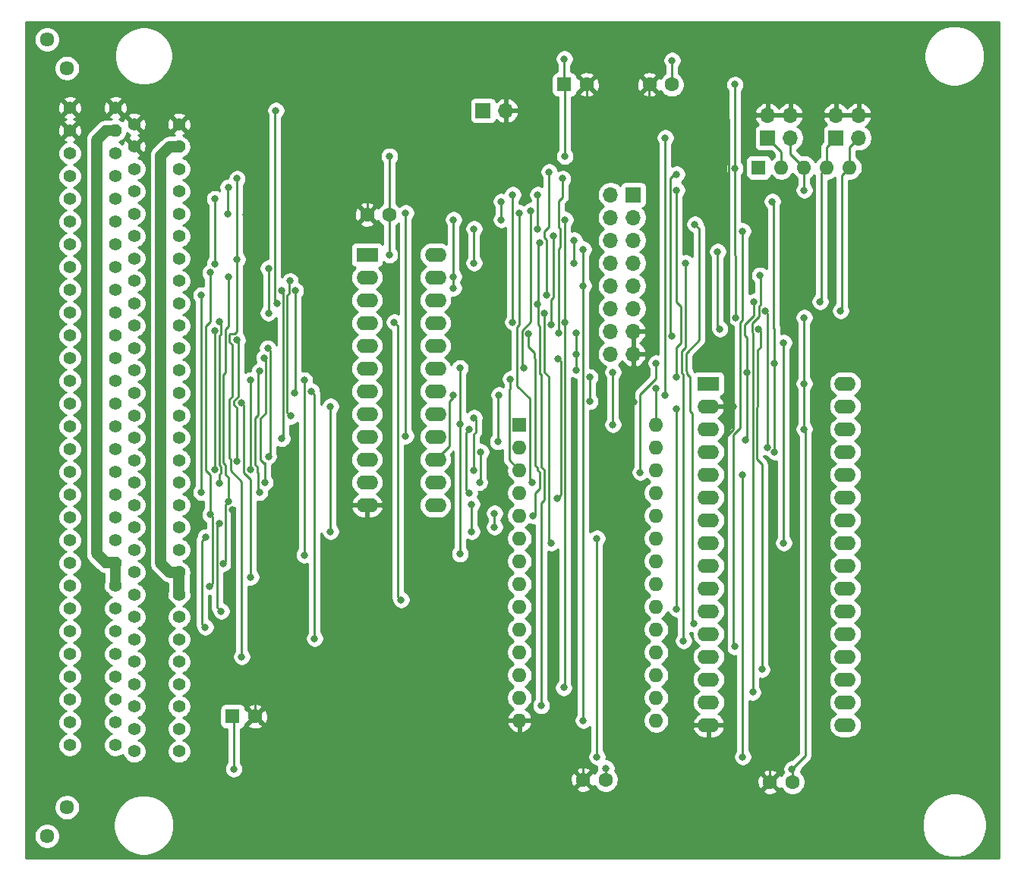
<source format=gbr>
%TF.GenerationSoftware,KiCad,Pcbnew,(5.1.10)-1*%
%TF.CreationDate,2025-03-03T19:14:51+01:00*%
%TF.ProjectId,CH376,43483337-362e-46b6-9963-61645f706362,rev?*%
%TF.SameCoordinates,Original*%
%TF.FileFunction,Copper,L1,Top*%
%TF.FilePolarity,Positive*%
%FSLAX46Y46*%
G04 Gerber Fmt 4.6, Leading zero omitted, Abs format (unit mm)*
G04 Created by KiCad (PCBNEW (5.1.10)-1) date 2025-03-03 19:14:51*
%MOMM*%
%LPD*%
G01*
G04 APERTURE LIST*
%TA.AperFunction,ComponentPad*%
%ADD10O,1.700000X1.700000*%
%TD*%
%TA.AperFunction,ComponentPad*%
%ADD11R,1.700000X1.700000*%
%TD*%
%TA.AperFunction,ComponentPad*%
%ADD12O,1.600000X1.600000*%
%TD*%
%TA.AperFunction,ComponentPad*%
%ADD13R,1.600000X1.600000*%
%TD*%
%TA.AperFunction,ComponentPad*%
%ADD14O,2.400000X1.600000*%
%TD*%
%TA.AperFunction,ComponentPad*%
%ADD15R,2.400000X1.600000*%
%TD*%
%TA.AperFunction,ComponentPad*%
%ADD16C,1.600000*%
%TD*%
%TA.AperFunction,ComponentPad*%
%ADD17C,1.610000*%
%TD*%
%TA.AperFunction,ComponentPad*%
%ADD18C,1.400000*%
%TD*%
%TA.AperFunction,SMDPad,CuDef*%
%ADD19C,0.100000*%
%TD*%
%TA.AperFunction,ViaPad*%
%ADD20C,0.800000*%
%TD*%
%TA.AperFunction,Conductor*%
%ADD21C,0.250000*%
%TD*%
%TA.AperFunction,Conductor*%
%ADD22C,0.254000*%
%TD*%
%TA.AperFunction,Conductor*%
%ADD23C,0.100000*%
%TD*%
G04 APERTURE END LIST*
D10*
%TO.P,J1,16*%
%TO.N,/D0*%
X121158000Y-84074000D03*
%TO.P,J1,15*%
%TO.N,GND*%
X123698000Y-84074000D03*
%TO.P,J1,14*%
%TO.N,/D1*%
X121158000Y-81534000D03*
%TO.P,J1,13*%
%TO.N,GND*%
X123698000Y-81534000D03*
%TO.P,J1,12*%
%TO.N,/D2*%
X121158000Y-78994000D03*
%TO.P,J1,11*%
%TO.N,+5P*%
X123698000Y-78994000D03*
%TO.P,J1,10*%
%TO.N,/D3*%
X121158000Y-76454000D03*
%TO.P,J1,9*%
%TO.N,N/C*%
X123698000Y-76454000D03*
%TO.P,J1,8*%
%TO.N,/D4*%
X121158000Y-73914000D03*
%TO.P,J1,7*%
%TO.N,/A0*%
X123698000Y-73914000D03*
%TO.P,J1,6*%
%TO.N,/D5*%
X121158000Y-71374000D03*
%TO.P,J1,5*%
%TO.N,/CS*%
X123698000Y-71374000D03*
%TO.P,J1,4*%
%TO.N,/D6*%
X121158000Y-68834000D03*
%TO.P,J1,3*%
%TO.N,/~RD*%
X123698000Y-68834000D03*
%TO.P,J1,2*%
%TO.N,/D7*%
X121158000Y-66294000D03*
D11*
%TO.P,J1,1*%
%TO.N,/~WR*%
X123698000Y-66294000D03*
%TD*%
D12*
%TO.P,RN1,5*%
%TO.N,/ROM1*%
X147828000Y-63246000D03*
%TO.P,RN1,4*%
%TO.N,/ROM2*%
X145288000Y-63246000D03*
%TO.P,RN1,3*%
%TO.N,/RAM-ON*%
X142748000Y-63246000D03*
%TO.P,RN1,2*%
%TO.N,/48KRAM*%
X140208000Y-63246000D03*
D13*
%TO.P,RN1,1*%
%TO.N,+5P*%
X137668000Y-63246000D03*
%TD*%
D12*
%TO.P,U2,28*%
%TO.N,+5P*%
X126238000Y-91948000D03*
%TO.P,U2,14*%
%TO.N,GND*%
X110998000Y-124968000D03*
%TO.P,U2,27*%
%TO.N,/ROM1*%
X126238000Y-94488000D03*
%TO.P,U2,13*%
%TO.N,/D2*%
X110998000Y-122428000D03*
%TO.P,U2,26*%
%TO.N,/A13*%
X126238000Y-97028000D03*
%TO.P,U2,12*%
%TO.N,/D1*%
X110998000Y-119888000D03*
%TO.P,U2,25*%
%TO.N,/A8*%
X126238000Y-99568000D03*
%TO.P,U2,11*%
%TO.N,/D0*%
X110998000Y-117348000D03*
%TO.P,U2,24*%
%TO.N,/A9*%
X126238000Y-102108000D03*
%TO.P,U2,10*%
%TO.N,/A0*%
X110998000Y-114808000D03*
%TO.P,U2,23*%
%TO.N,/A11*%
X126238000Y-104648000D03*
%TO.P,U2,9*%
%TO.N,/A1*%
X110998000Y-112268000D03*
%TO.P,U2,22*%
%TO.N,/~RD*%
X126238000Y-107188000D03*
%TO.P,U2,8*%
%TO.N,/A2*%
X110998000Y-109728000D03*
%TO.P,U2,21*%
%TO.N,/A10*%
X126238000Y-109728000D03*
%TO.P,U2,7*%
%TO.N,/A3*%
X110998000Y-107188000D03*
%TO.P,U2,20*%
%TO.N,/~CS-ROM*%
X126238000Y-112268000D03*
%TO.P,U2,6*%
%TO.N,/A4*%
X110998000Y-104648000D03*
%TO.P,U2,19*%
%TO.N,/D7*%
X126238000Y-114808000D03*
%TO.P,U2,5*%
%TO.N,/A5*%
X110998000Y-102108000D03*
%TO.P,U2,18*%
%TO.N,/D6*%
X126238000Y-117348000D03*
%TO.P,U2,4*%
%TO.N,/A6*%
X110998000Y-99568000D03*
%TO.P,U2,17*%
%TO.N,/D5*%
X126238000Y-119888000D03*
%TO.P,U2,3*%
%TO.N,/A7*%
X110998000Y-97028000D03*
%TO.P,U2,16*%
%TO.N,/D4*%
X126238000Y-122428000D03*
%TO.P,U2,2*%
%TO.N,/A12*%
X110998000Y-94488000D03*
%TO.P,U2,15*%
%TO.N,/D3*%
X126238000Y-124968000D03*
D13*
%TO.P,U2,1*%
%TO.N,/ROM2*%
X110998000Y-91948000D03*
%TD*%
D10*
%TO.P,J4,4*%
%TO.N,GND*%
X148844000Y-57404000D03*
%TO.P,J4,3*%
%TO.N,/ROM1*%
X148844000Y-59944000D03*
%TO.P,J4,2*%
%TO.N,GND*%
X146304000Y-57404000D03*
D11*
%TO.P,J4,1*%
%TO.N,/ROM2*%
X146304000Y-59944000D03*
%TD*%
D10*
%TO.P,J3,2*%
%TO.N,GND*%
X109474000Y-56896000D03*
D11*
%TO.P,J3,1*%
%TO.N,/~MEMDI*%
X106934000Y-56896000D03*
%TD*%
D10*
%TO.P,J2,4*%
%TO.N,GND*%
X141224000Y-57404000D03*
%TO.P,J2,3*%
%TO.N,/RAM-ON*%
X141224000Y-59944000D03*
%TO.P,J2,2*%
%TO.N,GND*%
X138684000Y-57404000D03*
D11*
%TO.P,J2,1*%
%TO.N,/48KRAM*%
X138684000Y-59944000D03*
%TD*%
D14*
%TO.P,U3,32*%
%TO.N,+5P*%
X147320000Y-87376000D03*
%TO.P,U3,16*%
%TO.N,GND*%
X132080000Y-125476000D03*
%TO.P,U3,31*%
%TO.N,/A15*%
X147320000Y-89916000D03*
%TO.P,U3,15*%
%TO.N,/D2*%
X132080000Y-122936000D03*
%TO.P,U3,30*%
%TO.N,+5P*%
X147320000Y-92456000D03*
%TO.P,U3,14*%
%TO.N,/D1*%
X132080000Y-120396000D03*
%TO.P,U3,29*%
%TO.N,/~WR*%
X147320000Y-94996000D03*
%TO.P,U3,13*%
%TO.N,/D0*%
X132080000Y-117856000D03*
%TO.P,U3,28*%
%TO.N,/A13*%
X147320000Y-97536000D03*
%TO.P,U3,12*%
%TO.N,/A0*%
X132080000Y-115316000D03*
%TO.P,U3,27*%
%TO.N,/A8*%
X147320000Y-100076000D03*
%TO.P,U3,11*%
%TO.N,/A1*%
X132080000Y-112776000D03*
%TO.P,U3,26*%
%TO.N,/A9*%
X147320000Y-102616000D03*
%TO.P,U3,10*%
%TO.N,/A2*%
X132080000Y-110236000D03*
%TO.P,U3,25*%
%TO.N,/A11*%
X147320000Y-105156000D03*
%TO.P,U3,9*%
%TO.N,/A3*%
X132080000Y-107696000D03*
%TO.P,U3,24*%
%TO.N,/~RD*%
X147320000Y-107696000D03*
%TO.P,U3,8*%
%TO.N,/A4*%
X132080000Y-105156000D03*
%TO.P,U3,23*%
%TO.N,/A10*%
X147320000Y-110236000D03*
%TO.P,U3,7*%
%TO.N,/A5*%
X132080000Y-102616000D03*
%TO.P,U3,22*%
%TO.N,/~CS-RAM*%
X147320000Y-112776000D03*
%TO.P,U3,6*%
%TO.N,/A6*%
X132080000Y-100076000D03*
%TO.P,U3,21*%
%TO.N,/D7*%
X147320000Y-115316000D03*
%TO.P,U3,5*%
%TO.N,/A7*%
X132080000Y-97536000D03*
%TO.P,U3,20*%
%TO.N,/D6*%
X147320000Y-117856000D03*
%TO.P,U3,4*%
%TO.N,/A12*%
X132080000Y-94996000D03*
%TO.P,U3,19*%
%TO.N,/D5*%
X147320000Y-120396000D03*
%TO.P,U3,3*%
%TO.N,/A14*%
X132080000Y-92456000D03*
%TO.P,U3,18*%
%TO.N,/D4*%
X147320000Y-122936000D03*
%TO.P,U3,2*%
%TO.N,GND*%
X132080000Y-89916000D03*
%TO.P,U3,17*%
%TO.N,/D3*%
X147320000Y-125476000D03*
D15*
%TO.P,U3,1*%
%TO.N,N/C*%
X132080000Y-87376000D03*
%TD*%
D16*
%TO.P,C4,2*%
%TO.N,GND*%
X118500000Y-54000000D03*
D13*
%TO.P,C4,1*%
%TO.N,+5P*%
X116000000Y-54000000D03*
%TD*%
D16*
%TO.P,C3,2*%
%TO.N,+5P*%
X128000000Y-54000000D03*
%TO.P,C3,1*%
%TO.N,GND*%
X125500000Y-54000000D03*
%TD*%
%TO.P,C2,2*%
%TO.N,+5P*%
X120610000Y-131572000D03*
%TO.P,C2,1*%
%TO.N,GND*%
X118110000Y-131572000D03*
%TD*%
%TO.P,C1,2*%
%TO.N,GND*%
X81500000Y-124500000D03*
D13*
%TO.P,C1,1*%
%TO.N,+5P*%
X79000000Y-124500000D03*
%TD*%
D17*
%TO.P,X1001,*%
%TO.N,*%
X58293600Y-48970000D03*
X58293600Y-137870000D03*
D18*
%TO.P,X1001,A01*%
%TO.N,GND*%
X60833600Y-56590000D03*
%TO.P,X1001,A02*%
X60833600Y-59130000D03*
%TO.P,X1001,A04*%
%TO.N,/D7*%
X60833600Y-64210000D03*
%TO.P,X1001,A05*%
%TO.N,/D5*%
X60833600Y-66750000D03*
%TO.P,X1001,A06*%
%TO.N,/D3*%
X60833600Y-69290000D03*
%TO.P,X1001,A07*%
%TO.N,/D1*%
X60833600Y-71830000D03*
%TO.P,X1001,A08*%
%TO.N,/~WR*%
X60833600Y-74370000D03*
%TO.P,X1001,A09*%
%TO.N,/~MREQ*%
X60833600Y-76910000D03*
%TO.P,X1001,A10*%
%TO.N,Net-(X1001-PadA10)*%
X60833600Y-79450000D03*
%TO.P,X1001,A11*%
%TO.N,/A14*%
X60833600Y-81990000D03*
%TO.P,X1001,A12*%
%TO.N,/A12*%
X60833600Y-84530000D03*
%TO.P,X1001,A13*%
%TO.N,/A10*%
X60833600Y-87070000D03*
%TO.P,X1001,A14*%
%TO.N,/A8*%
X60833600Y-89610000D03*
%TO.P,X1001,A15*%
%TO.N,-5V*%
X60833600Y-92150000D03*
%TO.P,X1001,A16*%
%TO.N,/A6*%
X60833600Y-94690000D03*
%TO.P,X1001,A17*%
%TO.N,/A4*%
X60833600Y-97230000D03*
%TO.P,X1001,A18*%
%TO.N,/A2*%
X60833600Y-99770000D03*
%TO.P,X1001,A19*%
%TO.N,/A0*%
X60833600Y-102310000D03*
%TO.P,X1001,A20*%
%TO.N,/~RESET*%
X60833600Y-104850000D03*
%TO.P,X1001,A21*%
%TO.N,/CLK*%
X60833600Y-107390000D03*
%TO.P,X1001,A22*%
%TO.N,Net-(X1001-PadA22)*%
X60833600Y-109930000D03*
%TO.P,X1001,A23*%
%TO.N,Net-(X1001-PadA23)*%
X60833600Y-112470000D03*
%TO.P,X1001,A24*%
%TO.N,Net-(X1001-PadA24)*%
X60833600Y-115010000D03*
%TO.P,X1001,A25*%
%TO.N,Net-(X1001-PadA25)*%
X60833600Y-117550000D03*
%TO.P,X1001,A26*%
%TO.N,/~M1*%
X60833600Y-120090000D03*
%TO.P,X1001,A27*%
%TO.N,Net-(X1001-PadA27)*%
X60833600Y-122630000D03*
%TO.P,X1001,A28*%
%TO.N,+12P*%
X60833600Y-125170000D03*
%TO.P,X1001,A29*%
%TO.N,+5P*%
X60833600Y-127710000D03*
%TO.P,X1001,C01*%
%TO.N,GND*%
X65913600Y-56590000D03*
%TO.P,X1001,C02*%
X65913600Y-59130000D03*
%TO.P,X1001,C03*%
%TO.N,-12V*%
X65913600Y-61670000D03*
%TO.P,X1001,C04*%
%TO.N,/D6*%
X65913600Y-64210000D03*
%TO.P,X1001,C05*%
%TO.N,/D4*%
X65913600Y-66750000D03*
%TO.P,X1001,C06*%
%TO.N,/D2*%
X65913600Y-69290000D03*
%TO.P,X1001,C07*%
%TO.N,/D0*%
X65913600Y-71830000D03*
%TO.P,X1001,C08*%
%TO.N,/~RD*%
X65913600Y-74370000D03*
%TO.P,X1001,C09*%
%TO.N,/~MEMDI*%
X65913600Y-76910000D03*
%TO.P,X1001,C10*%
%TO.N,Net-(X1001-PadA10)*%
X65913600Y-79450000D03*
%TO.P,X1001,C11*%
%TO.N,/A15*%
X65913600Y-81990000D03*
%TO.P,X1001,C12*%
%TO.N,/A13*%
X65913600Y-84530000D03*
%TO.P,X1001,C13*%
%TO.N,/A11*%
X65913600Y-87070000D03*
%TO.P,X1001,C14*%
%TO.N,/A9*%
X65913600Y-89610000D03*
%TO.P,X1001,C15*%
%TO.N,-5V*%
X65913600Y-92150000D03*
%TO.P,X1001,C16*%
%TO.N,/A7*%
X65913600Y-94690000D03*
%TO.P,X1001,C17*%
%TO.N,/A5*%
X65913600Y-97230000D03*
%TO.P,X1001,C18*%
%TO.N,/A3*%
X65913600Y-99770000D03*
%TO.P,X1001,C19*%
%TO.N,/A1*%
X65913600Y-102310000D03*
%TO.P,X1001,C20*%
%TO.N,Net-(X1001-PadC20)*%
X65913600Y-104850000D03*
%TO.P,X1001,C21*%
%TO.N,GND*%
X65913600Y-107390000D03*
%TO.P,X1001,C22*%
X65913600Y-109930000D03*
%TO.P,X1001,C23*%
%TO.N,Net-(X1001-PadC23)*%
X65913600Y-112470000D03*
%TO.P,X1001,C24*%
%TO.N,/~IORQ*%
X65913600Y-115010000D03*
%TO.P,X1001,C25*%
%TO.N,Net-(X1001-PadC25)*%
X65913600Y-117550000D03*
%TO.P,X1001,C26*%
%TO.N,Net-(X1001-PadC26)*%
X65913600Y-120090000D03*
%TO.P,X1001,C27*%
%TO.N,Net-(X1001-PadA27)*%
X65913600Y-122630000D03*
%TO.P,X1001,C28*%
%TO.N,+12P*%
X65913600Y-125170000D03*
%TO.P,X1001,C29*%
%TO.N,+5P*%
X65913600Y-127710000D03*
D17*
%TO.P,X1001,*%
%TO.N,*%
X60525000Y-52170000D03*
X60525000Y-134670000D03*
D18*
%TO.P,X1001,C01*%
%TO.N,GND*%
X73025000Y-58420000D03*
%TO.P,X1001,C02*%
X73025000Y-60920000D03*
%TO.P,X1001,C03*%
%TO.N,-12V*%
X73025000Y-63420000D03*
%TO.P,X1001,C04*%
%TO.N,/D6*%
X73025000Y-65920000D03*
%TO.P,X1001,C05*%
%TO.N,/D4*%
X73025000Y-68420000D03*
%TO.P,X1001,C06*%
%TO.N,/D2*%
X73025000Y-70920000D03*
%TO.P,X1001,C07*%
%TO.N,/D0*%
X73025000Y-73420000D03*
%TO.P,X1001,C08*%
%TO.N,/~RD*%
X73025000Y-75920000D03*
%TO.P,X1001,C09*%
%TO.N,/~MEMDI*%
X73025000Y-78420000D03*
%TO.P,X1001,C10*%
%TO.N,Net-(X1001-PadA10)*%
X73025000Y-80920000D03*
%TO.P,X1001,C11*%
%TO.N,/A15*%
X73025000Y-83420000D03*
%TO.P,X1001,C12*%
%TO.N,/A13*%
X73025000Y-85920000D03*
%TO.P,X1001,C13*%
%TO.N,/A11*%
X73025000Y-88420000D03*
%TO.P,X1001,C14*%
%TO.N,/A9*%
X73025000Y-90920000D03*
%TO.P,X1001,C15*%
%TO.N,-5V*%
X73025000Y-93420000D03*
%TO.P,X1001,C16*%
%TO.N,/A7*%
X73025000Y-95920000D03*
%TO.P,X1001,C17*%
%TO.N,/A5*%
X73025000Y-98420000D03*
%TO.P,X1001,C18*%
%TO.N,/A3*%
X73025000Y-100920000D03*
%TO.P,X1001,C19*%
%TO.N,/A1*%
X73025000Y-103420000D03*
%TO.P,X1001,C20*%
%TO.N,Net-(X1001-PadC20)*%
X73025000Y-105920000D03*
%TO.P,X1001,C21*%
%TO.N,GND*%
X73025000Y-108420000D03*
%TO.P,X1001,C22*%
X73025000Y-110920000D03*
%TO.P,X1001,C23*%
%TO.N,Net-(X1001-PadC23)*%
X73025000Y-113420000D03*
%TO.P,X1001,C24*%
%TO.N,/~IORQ*%
X73025000Y-115920000D03*
%TO.P,X1001,C25*%
%TO.N,Net-(X1001-PadC25)*%
X73025000Y-118420000D03*
%TO.P,X1001,C26*%
%TO.N,Net-(X1001-PadC26)*%
X73025000Y-120920000D03*
%TO.P,X1001,C27*%
%TO.N,Net-(X1001-PadA27)*%
X73025000Y-123420000D03*
%TO.P,X1001,C28*%
%TO.N,+12P*%
X73025000Y-125920000D03*
%TO.P,X1001,C29*%
%TO.N,+5P*%
X73025000Y-128420000D03*
%TO.P,X1001,A01*%
%TO.N,GND*%
X68025000Y-58420000D03*
%TO.P,X1001,A02*%
X68025000Y-60920000D03*
%TO.P,X1001,A03*%
%TO.N,-12V*%
X68025000Y-63420000D03*
%TO.P,X1001,A04*%
%TO.N,/D7*%
X68025000Y-65920000D03*
%TO.P,X1001,A05*%
%TO.N,/D5*%
X68025000Y-68420000D03*
%TO.P,X1001,A06*%
%TO.N,/D3*%
X68025000Y-70920000D03*
%TO.P,X1001,A07*%
%TO.N,/D1*%
X68025000Y-73420000D03*
%TO.P,X1001,A08*%
%TO.N,/~WR*%
X68025000Y-75920000D03*
%TO.P,X1001,A09*%
%TO.N,/~MREQ*%
X68025000Y-78420000D03*
%TO.P,X1001,A10*%
%TO.N,Net-(X1001-PadA10)*%
X68025000Y-80920000D03*
%TO.P,X1001,A11*%
%TO.N,/A14*%
X68025000Y-83420000D03*
%TO.P,X1001,A12*%
%TO.N,/A12*%
X68025000Y-85920000D03*
%TO.P,X1001,A13*%
%TO.N,/A10*%
X68025000Y-88420000D03*
%TO.P,X1001,A14*%
%TO.N,/A8*%
X68025000Y-90920000D03*
%TO.P,X1001,A15*%
%TO.N,-5V*%
X68025000Y-93420000D03*
%TO.P,X1001,A16*%
%TO.N,/A6*%
X68025000Y-95920000D03*
%TO.P,X1001,A17*%
%TO.N,/A4*%
X68025000Y-98420000D03*
%TO.P,X1001,A18*%
%TO.N,/A2*%
X68025000Y-100920000D03*
%TO.P,X1001,A19*%
%TO.N,/A0*%
X68025000Y-103420000D03*
%TO.P,X1001,A20*%
%TO.N,/~RESET*%
X68025000Y-105920000D03*
%TO.P,X1001,A21*%
%TO.N,/CLK*%
X68025000Y-108420000D03*
%TO.P,X1001,A22*%
%TO.N,Net-(X1001-PadA22)*%
X68025000Y-110920000D03*
%TO.P,X1001,A23*%
%TO.N,Net-(X1001-PadA23)*%
X68025000Y-113420000D03*
%TO.P,X1001,A24*%
%TO.N,Net-(X1001-PadA24)*%
X68025000Y-115920000D03*
%TO.P,X1001,A25*%
%TO.N,Net-(X1001-PadA25)*%
X68025000Y-118420000D03*
%TO.P,X1001,A26*%
%TO.N,/~M1*%
X68025000Y-120920000D03*
%TO.P,X1001,A27*%
%TO.N,Net-(X1001-PadA27)*%
X68025000Y-123420000D03*
%TO.P,X1001,A28*%
%TO.N,+12P*%
X68025000Y-125920000D03*
%TO.P,X1001,A29*%
%TO.N,+5P*%
X68025000Y-128420000D03*
%TO.P,X1001,A03*%
%TO.N,-12V*%
X60833600Y-61670000D03*
%TA.AperFunction,SMDPad,CuDef*%
D19*
%TO.P,X1001,C02*%
%TO.N,GND*%
G36*
X66617424Y-59222711D02*
G01*
X66604022Y-59290086D01*
X66584081Y-59355823D01*
X66557793Y-59419289D01*
X66525410Y-59479872D01*
X66487245Y-59536990D01*
X66443666Y-59590091D01*
X66395091Y-59638666D01*
X66341990Y-59682245D01*
X66284872Y-59720410D01*
X66224289Y-59752793D01*
X66160823Y-59779081D01*
X66095086Y-59799022D01*
X66027711Y-59812424D01*
X65959347Y-59819157D01*
X65890653Y-59819157D01*
X65822289Y-59812424D01*
X65754914Y-59799022D01*
X65689177Y-59779081D01*
X65625711Y-59752793D01*
X65611132Y-59745000D01*
X65133884Y-59745000D01*
X64500000Y-60378883D01*
X64500000Y-106111116D01*
X65133883Y-106745000D01*
X65925000Y-106745000D01*
X65933726Y-106745061D01*
X65994668Y-106748895D01*
X66054945Y-106758658D01*
X66113981Y-106774256D01*
X66171214Y-106795540D01*
X66226096Y-106822308D01*
X66278104Y-106854304D01*
X66326742Y-106891222D01*
X66371545Y-106932710D01*
X66412086Y-106978373D01*
X66447978Y-107027773D01*
X66478877Y-107080440D01*
X66504490Y-107135871D01*
X66524571Y-107193537D01*
X66538930Y-107252887D01*
X66547428Y-107313355D01*
X66549985Y-107374363D01*
X66546576Y-107435330D01*
X66537235Y-107495674D01*
X66522049Y-107554818D01*
X66501164Y-107612197D01*
X66474780Y-107667265D01*
X66443148Y-107719496D01*
X66406571Y-107768390D01*
X66365396Y-107813482D01*
X66320018Y-107854340D01*
X66270870Y-107890576D01*
X66218420Y-107921842D01*
X66163169Y-107947841D01*
X66105645Y-107968325D01*
X66046396Y-107983097D01*
X65985989Y-107992017D01*
X65925000Y-107995000D01*
X64875000Y-107995000D01*
X64873033Y-107994986D01*
X64872818Y-107994996D01*
X64872570Y-107994983D01*
X64866274Y-107994939D01*
X64839037Y-107993225D01*
X64811840Y-107991800D01*
X64808606Y-107991311D01*
X64805332Y-107991105D01*
X64778428Y-107986747D01*
X64751465Y-107982670D01*
X64748283Y-107981865D01*
X64745055Y-107981342D01*
X64718750Y-107974392D01*
X64692268Y-107967691D01*
X64689179Y-107966579D01*
X64686019Y-107965744D01*
X64660492Y-107956251D01*
X64634816Y-107947007D01*
X64631858Y-107945602D01*
X64628786Y-107944460D01*
X64604270Y-107932503D01*
X64579656Y-107920815D01*
X64576849Y-107919128D01*
X64573904Y-107917692D01*
X64550678Y-107903403D01*
X64527315Y-107889365D01*
X64524686Y-107887412D01*
X64521896Y-107885696D01*
X64500153Y-107869192D01*
X64478294Y-107852958D01*
X64475874Y-107850763D01*
X64473258Y-107848778D01*
X64453220Y-107830222D01*
X64433059Y-107811942D01*
X63433058Y-106811942D01*
X63431675Y-106810539D01*
X63431518Y-106810396D01*
X63431353Y-106810213D01*
X63426931Y-106805728D01*
X63408895Y-106785270D01*
X63390660Y-106765018D01*
X63388718Y-106762385D01*
X63386550Y-106759925D01*
X63370613Y-106737828D01*
X63354424Y-106715870D01*
X63352743Y-106713050D01*
X63350831Y-106710399D01*
X63337141Y-106686877D01*
X63323158Y-106663420D01*
X63321762Y-106660452D01*
X63320116Y-106657625D01*
X63308764Y-106632831D01*
X63297159Y-106608169D01*
X63296062Y-106605089D01*
X63294696Y-106602105D01*
X63285808Y-106576292D01*
X63276675Y-106550645D01*
X63275883Y-106547470D01*
X63274816Y-106544370D01*
X63268498Y-106517850D01*
X63261903Y-106491396D01*
X63261424Y-106488152D01*
X63260666Y-106484970D01*
X63256966Y-106457960D01*
X63252983Y-106430989D01*
X63252823Y-106427723D01*
X63252378Y-106424473D01*
X63251330Y-106397193D01*
X63250000Y-106370000D01*
X63250000Y-60120000D01*
X63250014Y-60118033D01*
X63250004Y-60117818D01*
X63250017Y-60117570D01*
X63250061Y-60111274D01*
X63251775Y-60084037D01*
X63253200Y-60056840D01*
X63253689Y-60053606D01*
X63253895Y-60050332D01*
X63258253Y-60023428D01*
X63262330Y-59996465D01*
X63263135Y-59993283D01*
X63263658Y-59990055D01*
X63270608Y-59963750D01*
X63277309Y-59937268D01*
X63278421Y-59934179D01*
X63279256Y-59931019D01*
X63288749Y-59905492D01*
X63297993Y-59879816D01*
X63299398Y-59876858D01*
X63300540Y-59873786D01*
X63312497Y-59849270D01*
X63324185Y-59824656D01*
X63325872Y-59821849D01*
X63327308Y-59818904D01*
X63341597Y-59795678D01*
X63355635Y-59772315D01*
X63357588Y-59769686D01*
X63359304Y-59766896D01*
X63375808Y-59745153D01*
X63392042Y-59723294D01*
X63394237Y-59720874D01*
X63396222Y-59718258D01*
X63414778Y-59698220D01*
X63433058Y-59678059D01*
X64433058Y-58678058D01*
X64434461Y-58676675D01*
X64434604Y-58676518D01*
X64434787Y-58676353D01*
X64439272Y-58671931D01*
X64459730Y-58653895D01*
X64479982Y-58635660D01*
X64482615Y-58633718D01*
X64485075Y-58631550D01*
X64507172Y-58615613D01*
X64529130Y-58599424D01*
X64531950Y-58597743D01*
X64534601Y-58595831D01*
X64558123Y-58582141D01*
X64581580Y-58568158D01*
X64584548Y-58566762D01*
X64587375Y-58565116D01*
X64612169Y-58553764D01*
X64636831Y-58542159D01*
X64639911Y-58541062D01*
X64642895Y-58539696D01*
X64668708Y-58530808D01*
X64694355Y-58521675D01*
X64697530Y-58520883D01*
X64700630Y-58519816D01*
X64727150Y-58513498D01*
X64753604Y-58506903D01*
X64756848Y-58506424D01*
X64760030Y-58505666D01*
X64787040Y-58501966D01*
X64814011Y-58497983D01*
X64817277Y-58497823D01*
X64820527Y-58497378D01*
X64847807Y-58496330D01*
X64875000Y-58495000D01*
X65611132Y-58495000D01*
X65625711Y-58487207D01*
X65689177Y-58460919D01*
X65754914Y-58440978D01*
X65822289Y-58427576D01*
X65890653Y-58420843D01*
X65959347Y-58420843D01*
X66027711Y-58427576D01*
X66095086Y-58440978D01*
X66160823Y-58460919D01*
X66224289Y-58487207D01*
X66284872Y-58519590D01*
X66341990Y-58557755D01*
X66395091Y-58601334D01*
X66443666Y-58649909D01*
X66487245Y-58703010D01*
X66525410Y-58760128D01*
X66557793Y-58820711D01*
X66584081Y-58884177D01*
X66604022Y-58949914D01*
X66617424Y-59017289D01*
X66624157Y-59085653D01*
X66624157Y-59154347D01*
X66617424Y-59222711D01*
G37*
%TD.AperFunction*%
%TA.AperFunction,SMDPad,CuDef*%
G36*
X73717424Y-61022711D02*
G01*
X73704022Y-61090086D01*
X73684081Y-61155823D01*
X73657793Y-61219289D01*
X73625410Y-61279872D01*
X73587245Y-61336990D01*
X73543666Y-61390091D01*
X73495091Y-61438666D01*
X73441990Y-61482245D01*
X73384872Y-61520410D01*
X73324289Y-61552793D01*
X73260823Y-61579081D01*
X73195086Y-61599022D01*
X73127711Y-61612424D01*
X73059347Y-61619157D01*
X72990653Y-61619157D01*
X72922289Y-61612424D01*
X72854914Y-61599022D01*
X72789177Y-61579081D01*
X72725711Y-61552793D01*
X72711132Y-61545000D01*
X72233884Y-61545000D01*
X71600000Y-62178883D01*
X71600000Y-107161116D01*
X72233883Y-107795000D01*
X73025000Y-107795000D01*
X73033726Y-107795061D01*
X73094668Y-107798895D01*
X73154945Y-107808658D01*
X73213981Y-107824256D01*
X73271214Y-107845540D01*
X73326096Y-107872308D01*
X73378104Y-107904304D01*
X73426742Y-107941222D01*
X73471545Y-107982710D01*
X73512086Y-108028373D01*
X73547978Y-108077773D01*
X73578877Y-108130440D01*
X73604490Y-108185871D01*
X73624571Y-108243537D01*
X73638930Y-108302887D01*
X73647428Y-108363355D01*
X73649985Y-108424363D01*
X73646576Y-108485330D01*
X73637235Y-108545674D01*
X73622049Y-108604818D01*
X73601164Y-108662197D01*
X73574780Y-108717265D01*
X73543148Y-108769496D01*
X73506571Y-108818390D01*
X73465396Y-108863482D01*
X73420018Y-108904340D01*
X73370870Y-108940576D01*
X73318420Y-108971842D01*
X73263169Y-108997841D01*
X73205645Y-109018325D01*
X73146396Y-109033097D01*
X73085989Y-109042017D01*
X73025000Y-109045000D01*
X71975000Y-109045000D01*
X71973033Y-109044986D01*
X71972818Y-109044996D01*
X71972570Y-109044983D01*
X71966274Y-109044939D01*
X71939037Y-109043225D01*
X71911840Y-109041800D01*
X71908606Y-109041311D01*
X71905332Y-109041105D01*
X71878428Y-109036747D01*
X71851465Y-109032670D01*
X71848283Y-109031865D01*
X71845055Y-109031342D01*
X71818750Y-109024392D01*
X71792268Y-109017691D01*
X71789179Y-109016579D01*
X71786019Y-109015744D01*
X71760492Y-109006251D01*
X71734816Y-108997007D01*
X71731858Y-108995602D01*
X71728786Y-108994460D01*
X71704270Y-108982503D01*
X71679656Y-108970815D01*
X71676849Y-108969128D01*
X71673904Y-108967692D01*
X71650678Y-108953403D01*
X71627315Y-108939365D01*
X71624686Y-108937412D01*
X71621896Y-108935696D01*
X71600153Y-108919192D01*
X71578294Y-108902958D01*
X71575874Y-108900763D01*
X71573258Y-108898778D01*
X71553220Y-108880222D01*
X71533059Y-108861942D01*
X70533058Y-107861942D01*
X70531675Y-107860539D01*
X70531518Y-107860396D01*
X70531353Y-107860213D01*
X70526931Y-107855728D01*
X70508895Y-107835270D01*
X70490660Y-107815018D01*
X70488718Y-107812385D01*
X70486550Y-107809925D01*
X70470613Y-107787828D01*
X70454424Y-107765870D01*
X70452743Y-107763050D01*
X70450831Y-107760399D01*
X70437141Y-107736877D01*
X70423158Y-107713420D01*
X70421762Y-107710452D01*
X70420116Y-107707625D01*
X70408764Y-107682831D01*
X70397159Y-107658169D01*
X70396062Y-107655089D01*
X70394696Y-107652105D01*
X70385808Y-107626292D01*
X70376675Y-107600645D01*
X70375883Y-107597470D01*
X70374816Y-107594370D01*
X70368498Y-107567850D01*
X70361903Y-107541396D01*
X70361424Y-107538152D01*
X70360666Y-107534970D01*
X70356966Y-107507960D01*
X70352983Y-107480989D01*
X70352823Y-107477723D01*
X70352378Y-107474473D01*
X70351330Y-107447193D01*
X70350000Y-107420000D01*
X70350000Y-61920000D01*
X70350014Y-61918033D01*
X70350004Y-61917818D01*
X70350017Y-61917570D01*
X70350061Y-61911274D01*
X70351775Y-61884037D01*
X70353200Y-61856840D01*
X70353689Y-61853606D01*
X70353895Y-61850332D01*
X70358253Y-61823428D01*
X70362330Y-61796465D01*
X70363135Y-61793283D01*
X70363658Y-61790055D01*
X70370608Y-61763750D01*
X70377309Y-61737268D01*
X70378421Y-61734179D01*
X70379256Y-61731019D01*
X70388749Y-61705492D01*
X70397993Y-61679816D01*
X70399398Y-61676858D01*
X70400540Y-61673786D01*
X70412497Y-61649270D01*
X70424185Y-61624656D01*
X70425872Y-61621849D01*
X70427308Y-61618904D01*
X70441597Y-61595678D01*
X70455635Y-61572315D01*
X70457588Y-61569686D01*
X70459304Y-61566896D01*
X70475808Y-61545153D01*
X70492042Y-61523294D01*
X70494237Y-61520874D01*
X70496222Y-61518258D01*
X70514778Y-61498220D01*
X70533058Y-61478059D01*
X71533058Y-60478058D01*
X71534461Y-60476675D01*
X71534604Y-60476518D01*
X71534787Y-60476353D01*
X71539272Y-60471931D01*
X71559730Y-60453895D01*
X71579982Y-60435660D01*
X71582615Y-60433718D01*
X71585075Y-60431550D01*
X71607172Y-60415613D01*
X71629130Y-60399424D01*
X71631950Y-60397743D01*
X71634601Y-60395831D01*
X71658123Y-60382141D01*
X71681580Y-60368158D01*
X71684548Y-60366762D01*
X71687375Y-60365116D01*
X71712169Y-60353764D01*
X71736831Y-60342159D01*
X71739911Y-60341062D01*
X71742895Y-60339696D01*
X71768708Y-60330808D01*
X71794355Y-60321675D01*
X71797530Y-60320883D01*
X71800630Y-60319816D01*
X71827150Y-60313498D01*
X71853604Y-60306903D01*
X71856848Y-60306424D01*
X71860030Y-60305666D01*
X71887040Y-60301966D01*
X71914011Y-60297983D01*
X71917277Y-60297823D01*
X71920527Y-60297378D01*
X71947807Y-60296330D01*
X71975000Y-60295000D01*
X72711132Y-60295000D01*
X72725711Y-60287207D01*
X72789177Y-60260919D01*
X72854914Y-60240978D01*
X72922289Y-60227576D01*
X72990653Y-60220843D01*
X73059347Y-60220843D01*
X73127711Y-60227576D01*
X73195086Y-60240978D01*
X73260823Y-60260919D01*
X73324289Y-60287207D01*
X73384872Y-60319590D01*
X73441990Y-60357755D01*
X73495091Y-60401334D01*
X73543666Y-60449909D01*
X73587245Y-60503010D01*
X73625410Y-60560128D01*
X73657793Y-60620711D01*
X73684081Y-60684177D01*
X73704022Y-60749914D01*
X73717424Y-60817289D01*
X73724157Y-60885653D01*
X73724157Y-60954347D01*
X73717424Y-61022711D01*
G37*
%TD.AperFunction*%
%TA.AperFunction,SMDPad,CuDef*%
%TO.P,X1001,C21*%
G36*
X66617424Y-107472711D02*
G01*
X66604022Y-107540086D01*
X66584081Y-107605823D01*
X66557793Y-107669289D01*
X66550000Y-107683868D01*
X66550000Y-109920000D01*
X66549939Y-109928726D01*
X66546105Y-109989668D01*
X66536342Y-110049945D01*
X66520744Y-110108981D01*
X66499460Y-110166214D01*
X66472692Y-110221096D01*
X66440696Y-110273104D01*
X66403778Y-110321742D01*
X66362290Y-110366545D01*
X66316627Y-110407086D01*
X66267227Y-110442978D01*
X66214560Y-110473877D01*
X66159129Y-110499490D01*
X66101463Y-110519571D01*
X66042113Y-110533930D01*
X65981645Y-110542428D01*
X65920637Y-110544985D01*
X65859670Y-110541576D01*
X65799326Y-110532235D01*
X65740182Y-110517049D01*
X65682803Y-110496164D01*
X65627735Y-110469780D01*
X65575504Y-110438148D01*
X65526610Y-110401571D01*
X65481518Y-110360396D01*
X65440660Y-110315018D01*
X65404424Y-110265870D01*
X65373158Y-110213420D01*
X65347159Y-110158169D01*
X65326675Y-110100645D01*
X65311903Y-110041396D01*
X65302983Y-109980989D01*
X65300000Y-109920000D01*
X65300000Y-107683868D01*
X65292207Y-107669289D01*
X65265919Y-107605823D01*
X65245978Y-107540086D01*
X65232576Y-107472711D01*
X65225843Y-107404347D01*
X65225843Y-107335653D01*
X65232576Y-107267289D01*
X65245978Y-107199914D01*
X65265919Y-107134177D01*
X65292207Y-107070711D01*
X65324590Y-107010128D01*
X65362755Y-106953010D01*
X65406334Y-106899909D01*
X65454909Y-106851334D01*
X65508010Y-106807755D01*
X65565128Y-106769590D01*
X65625711Y-106737207D01*
X65689177Y-106710919D01*
X65754914Y-106690978D01*
X65822289Y-106677576D01*
X65890653Y-106670843D01*
X65959347Y-106670843D01*
X66027711Y-106677576D01*
X66095086Y-106690978D01*
X66160823Y-106710919D01*
X66224289Y-106737207D01*
X66284872Y-106769590D01*
X66341990Y-106807755D01*
X66395091Y-106851334D01*
X66443666Y-106899909D01*
X66487245Y-106953010D01*
X66525410Y-107010128D01*
X66557793Y-107070711D01*
X66584081Y-107134177D01*
X66604022Y-107199914D01*
X66617424Y-107267289D01*
X66624157Y-107335653D01*
X66624157Y-107404347D01*
X66617424Y-107472711D01*
G37*
%TD.AperFunction*%
%TA.AperFunction,SMDPad,CuDef*%
G36*
X73717424Y-108522711D02*
G01*
X73704022Y-108590086D01*
X73684081Y-108655823D01*
X73657793Y-108719289D01*
X73650000Y-108733868D01*
X73650000Y-110920000D01*
X73649939Y-110928726D01*
X73646105Y-110989668D01*
X73636342Y-111049945D01*
X73620744Y-111108981D01*
X73599460Y-111166214D01*
X73572692Y-111221096D01*
X73540696Y-111273104D01*
X73503778Y-111321742D01*
X73462290Y-111366545D01*
X73416627Y-111407086D01*
X73367227Y-111442978D01*
X73314560Y-111473877D01*
X73259129Y-111499490D01*
X73201463Y-111519571D01*
X73142113Y-111533930D01*
X73081645Y-111542428D01*
X73020637Y-111544985D01*
X72959670Y-111541576D01*
X72899326Y-111532235D01*
X72840182Y-111517049D01*
X72782803Y-111496164D01*
X72727735Y-111469780D01*
X72675504Y-111438148D01*
X72626610Y-111401571D01*
X72581518Y-111360396D01*
X72540660Y-111315018D01*
X72504424Y-111265870D01*
X72473158Y-111213420D01*
X72447159Y-111158169D01*
X72426675Y-111100645D01*
X72411903Y-111041396D01*
X72402983Y-110980989D01*
X72400000Y-110920000D01*
X72400000Y-108733868D01*
X72392207Y-108719289D01*
X72365919Y-108655823D01*
X72345978Y-108590086D01*
X72332576Y-108522711D01*
X72325843Y-108454347D01*
X72325843Y-108385653D01*
X72332576Y-108317289D01*
X72345978Y-108249914D01*
X72365919Y-108184177D01*
X72392207Y-108120711D01*
X72424590Y-108060128D01*
X72462755Y-108003010D01*
X72506334Y-107949909D01*
X72554909Y-107901334D01*
X72608010Y-107857755D01*
X72665128Y-107819590D01*
X72725711Y-107787207D01*
X72789177Y-107760919D01*
X72854914Y-107740978D01*
X72922289Y-107727576D01*
X72990653Y-107720843D01*
X73059347Y-107720843D01*
X73127711Y-107727576D01*
X73195086Y-107740978D01*
X73260823Y-107760919D01*
X73324289Y-107787207D01*
X73384872Y-107819590D01*
X73441990Y-107857755D01*
X73495091Y-107901334D01*
X73543666Y-107949909D01*
X73587245Y-108003010D01*
X73625410Y-108060128D01*
X73657793Y-108120711D01*
X73684081Y-108184177D01*
X73704022Y-108249914D01*
X73717424Y-108317289D01*
X73724157Y-108385653D01*
X73724157Y-108454347D01*
X73717424Y-108522711D01*
G37*
%TD.AperFunction*%
%TD*%
D16*
%TO.P,C1012,1*%
%TO.N,GND*%
X94000000Y-68500000D03*
%TO.P,C1012,2*%
%TO.N,+5P*%
X96500000Y-68500000D03*
%TD*%
%TO.P,C1013,2*%
%TO.N,+5P*%
X141438000Y-131826000D03*
%TO.P,C1013,1*%
%TO.N,GND*%
X138938000Y-131826000D03*
%TD*%
D15*
%TO.P,U1,1*%
%TO.N,/A2*%
X94000000Y-73000000D03*
D14*
%TO.P,U1,13*%
%TO.N,/A13*%
X101620000Y-100940000D03*
%TO.P,U1,2*%
%TO.N,/A3*%
X94000000Y-75540000D03*
%TO.P,U1,14*%
%TO.N,/A12*%
X101620000Y-98400000D03*
%TO.P,U1,3*%
%TO.N,/A4*%
X94000000Y-78080000D03*
%TO.P,U1,15*%
%TO.N,/RAM-ON*%
X101620000Y-95860000D03*
%TO.P,U1,4*%
%TO.N,/A5*%
X94000000Y-80620000D03*
%TO.P,U1,16*%
%TO.N,/48KRAM*%
X101620000Y-93320000D03*
%TO.P,U1,5*%
%TO.N,/A6*%
X94000000Y-83160000D03*
%TO.P,U1,17*%
%TO.N,/~CS-RAM*%
X101620000Y-90780000D03*
%TO.P,U1,6*%
%TO.N,/A7*%
X94000000Y-85700000D03*
%TO.P,U1,18*%
%TO.N,/~RESET*%
X101620000Y-88240000D03*
%TO.P,U1,7*%
%TO.N,/~IORQ*%
X94000000Y-88240000D03*
%TO.P,U1,19*%
%TO.N,N/C*%
X101620000Y-85700000D03*
%TO.P,U1,8*%
%TO.N,/~RD*%
X94000000Y-90780000D03*
%TO.P,U1,20*%
%TO.N,/CS*%
X101620000Y-83160000D03*
%TO.P,U1,9*%
%TO.N,/~WR*%
X94000000Y-93320000D03*
%TO.P,U1,21*%
%TO.N,/~CS-ROM*%
X101620000Y-80620000D03*
%TO.P,U1,10*%
%TO.N,/A15*%
X94000000Y-95860000D03*
%TO.P,U1,22*%
%TO.N,/A11*%
X101620000Y-78080000D03*
%TO.P,U1,11*%
%TO.N,/A14*%
X94000000Y-98400000D03*
%TO.P,U1,23*%
%TO.N,/~MREQ*%
X101620000Y-75540000D03*
%TO.P,U1,12*%
%TO.N,GND*%
X94000000Y-100940000D03*
%TO.P,U1,24*%
%TO.N,+5P*%
X101620000Y-73000000D03*
%TD*%
D20*
%TO.N,GND*%
X80500000Y-58500000D03*
X80500000Y-68500000D03*
X79000000Y-101500000D03*
X78920000Y-108420000D03*
X94000000Y-59000000D03*
X134874000Y-89916000D03*
X118364000Y-56896000D03*
X118546000Y-59000000D03*
X125476000Y-57404000D03*
X134112000Y-125476000D03*
X81456000Y-110920000D03*
X138938000Y-125476000D03*
X133858000Y-57404000D03*
X118000990Y-126601010D03*
X123734999Y-89444999D03*
X94000000Y-124440000D03*
X123698000Y-57404000D03*
%TO.N,+5P*%
X96500000Y-62000000D03*
X79125001Y-130374999D03*
X96500000Y-73000000D03*
X142748000Y-92456000D03*
X142748000Y-87376000D03*
X116054000Y-62000000D03*
X135026000Y-54000000D03*
X120650000Y-130302000D03*
X141405001Y-130374999D03*
X116000000Y-51132000D03*
X128016000Y-51308000D03*
X126238000Y-87884000D03*
X135026000Y-63348000D03*
X142748000Y-80010000D03*
X135128000Y-80010000D03*
%TO.N,/A2*%
X76500000Y-102000000D03*
X76500000Y-75000000D03*
X76454000Y-109982000D03*
%TO.N,/A3*%
X78500000Y-100500000D03*
X78500000Y-75500000D03*
X77978000Y-107442000D03*
%TO.N,/A4*%
X75500000Y-99500000D03*
X75500000Y-77500000D03*
X113784990Y-79494990D03*
X114554000Y-105156000D03*
%TO.N,/A5*%
X77500000Y-98500000D03*
X77500000Y-80500000D03*
X112014000Y-81788000D03*
X112522000Y-102108000D03*
%TO.N,/A6*%
X77000000Y-97000000D03*
X77000000Y-81500000D03*
X115189000Y-100203000D03*
X115316000Y-84582000D03*
%TO.N,/A7*%
X79500000Y-96000000D03*
X79500000Y-82500000D03*
X109982000Y-86868000D03*
%TO.N,/~IORQ*%
X87782000Y-88240000D03*
X88138000Y-115824000D03*
%TO.N,/~RESET*%
X87000000Y-87000000D03*
X87000000Y-106500000D03*
%TO.N,/D3*%
X118110000Y-72390000D03*
X118110000Y-124968000D03*
X118110000Y-76454000D03*
%TO.N,/D1*%
X77000000Y-74000000D03*
X77004000Y-66760000D03*
X115933001Y-121302999D03*
X116078000Y-69088000D03*
X108966000Y-69088000D03*
X108966000Y-67056000D03*
X116078000Y-80518000D03*
%TO.N,/D4*%
X78420000Y-68420000D03*
X78500000Y-65469990D03*
X137015010Y-121810990D03*
X103632000Y-76708000D03*
X103632000Y-69088000D03*
X137827001Y-75278999D03*
X103632000Y-75438000D03*
%TO.N,/D0*%
X79500000Y-73500000D03*
X79500000Y-64500000D03*
X80010000Y-117856000D03*
X115808000Y-64500000D03*
X115352999Y-81751001D03*
X117348000Y-85852000D03*
X117311001Y-81751001D03*
X117348000Y-84074000D03*
%TO.N,/D5*%
X138031010Y-119270990D03*
X137668000Y-81280000D03*
X105918000Y-73914000D03*
X133350000Y-81280000D03*
X105918000Y-70104000D03*
X133096000Y-72644000D03*
X117094000Y-73914000D03*
X117094000Y-71374000D03*
%TO.N,/~RD*%
X85420000Y-75920000D03*
X85500000Y-91000000D03*
X104351010Y-91905010D03*
X104351010Y-106383010D03*
X112268000Y-68072000D03*
X104351010Y-85640990D03*
X111506000Y-85598000D03*
%TO.N,/A0*%
X76000000Y-104500000D03*
X75946000Y-114554000D03*
X129540000Y-73914000D03*
X129286000Y-116078000D03*
%TO.N,/A1*%
X77500000Y-103000000D03*
X77724000Y-112776000D03*
%TO.N,/D6*%
X134983010Y-116730990D03*
X110236000Y-66294000D03*
X110236000Y-80518000D03*
X113030000Y-70104000D03*
X113030000Y-66294000D03*
X135890000Y-70358000D03*
%TO.N,/D7*%
X130556000Y-69596000D03*
X130411010Y-114190990D03*
%TO.N,/D2*%
X113411000Y-123317000D03*
X113284000Y-71628000D03*
X113030000Y-78486000D03*
%TO.N,/~WR*%
X84500000Y-77000000D03*
X84500000Y-93500000D03*
X139446000Y-94996000D03*
X139192000Y-67056000D03*
X124460000Y-97282000D03*
X126238000Y-85090000D03*
X139446000Y-85090000D03*
%TO.N,/CS*%
X114808000Y-70866000D03*
X114554000Y-80772000D03*
%TO.N,/A13*%
X82000000Y-99500000D03*
X82000000Y-86000000D03*
X135890000Y-97536000D03*
X119634000Y-129032000D03*
X135890000Y-129032000D03*
X119634000Y-104648000D03*
X108204000Y-101854000D03*
X108204000Y-103378000D03*
%TO.N,/A12*%
X81000000Y-97000000D03*
X81000000Y-87000000D03*
X106528000Y-98400000D03*
X106680000Y-94996000D03*
%TO.N,/~CS-ROM*%
X97790000Y-111506000D03*
X97028000Y-80518000D03*
%TO.N,/A15*%
X82920000Y-83420000D03*
X83000000Y-95500000D03*
X105918000Y-91186000D03*
X105918000Y-97028000D03*
%TO.N,/A11*%
X85920000Y-88420000D03*
X86000000Y-77000000D03*
X140462000Y-105156000D03*
X140462000Y-82804000D03*
X114046000Y-77470000D03*
X128016000Y-82042000D03*
X114300000Y-63754000D03*
X128524000Y-64008000D03*
%TO.N,/A14*%
X82600000Y-98400000D03*
X82500000Y-84500000D03*
X105410000Y-99568000D03*
X105410000Y-92456000D03*
%TO.N,/~MREQ*%
X83000000Y-79500000D03*
X83000000Y-74500000D03*
%TO.N,/A10*%
X80000000Y-89500000D03*
X81026000Y-108966000D03*
%TO.N,/A9*%
X105664000Y-100838000D03*
X89916000Y-89916000D03*
X89916000Y-103886000D03*
X105664000Y-103886000D03*
%TO.N,/A8*%
X112395000Y-98425000D03*
X98298000Y-93218000D03*
X110998000Y-68326000D03*
X98298000Y-68326000D03*
%TO.N,/~MEMDI*%
X83920000Y-78420000D03*
X83820000Y-56896000D03*
%TO.N,/~CS-RAM*%
X128524000Y-90170000D03*
X128524000Y-112522000D03*
%TO.N,/RAM-ON*%
X128524000Y-65786000D03*
X103632000Y-88646000D03*
X142748000Y-65786000D03*
X118835001Y-89371001D03*
X118835001Y-86650999D03*
X128524000Y-86614000D03*
%TO.N,/48KRAM*%
X108585000Y-93853000D03*
X108712000Y-88646000D03*
X127254000Y-59944000D03*
X127254000Y-88646000D03*
%TO.N,/ROM1*%
X138430000Y-79248000D03*
X146812000Y-79248000D03*
X138684000Y-94488000D03*
%TO.N,/ROM2*%
X136181999Y-93688001D03*
X137160000Y-78232000D03*
X144526000Y-78232000D03*
X121412000Y-91948000D03*
X121412000Y-86106000D03*
X136361001Y-86142999D03*
%TD*%
D21*
%TO.N,GND*%
X80500000Y-68500000D02*
X80500000Y-58500000D01*
X78920000Y-101580000D02*
X79000000Y-101500000D01*
X78920000Y-108420000D02*
X78920000Y-101580000D01*
X94000000Y-68500000D02*
X94000000Y-59000000D01*
X94000000Y-59000000D02*
X94000000Y-59000000D01*
X118546000Y-54046000D02*
X118500000Y-54000000D01*
X118546000Y-59000000D02*
X118546000Y-54046000D01*
X118364000Y-58818000D02*
X118546000Y-59000000D01*
X118364000Y-56896000D02*
X118364000Y-58818000D01*
X125476000Y-54024000D02*
X125500000Y-54000000D01*
X125476000Y-57404000D02*
X125476000Y-54024000D01*
X134112000Y-125476000D02*
X134112000Y-125476000D01*
X81500000Y-110964000D02*
X81456000Y-110920000D01*
X81500000Y-124500000D02*
X81500000Y-110964000D01*
X118110000Y-131572000D02*
X118110000Y-126746000D01*
X138938000Y-131826000D02*
X138938000Y-125476000D01*
X138938000Y-125476000D02*
X138938000Y-125476000D01*
X134300999Y-89342999D02*
X134300999Y-57846999D01*
X134874000Y-89916000D02*
X134300999Y-89342999D01*
X134300999Y-57846999D02*
X133858000Y-57404000D01*
X133858000Y-57404000D02*
X133858000Y-57404000D01*
X134874000Y-92456000D02*
X134874000Y-89916000D01*
X134112000Y-93218000D02*
X134874000Y-92456000D01*
X134112000Y-125476000D02*
X134112000Y-93218000D01*
X94000000Y-100940000D02*
X94000000Y-110978000D01*
X94000000Y-110978000D02*
X93980000Y-110998000D01*
X94000000Y-110978000D02*
X94000000Y-124440000D01*
X94000000Y-124440000D02*
X94000000Y-124440000D01*
X123698000Y-89481998D02*
X123734999Y-89444999D01*
X123698000Y-57404000D02*
X123698000Y-57404000D01*
X123698000Y-84074000D02*
X123698000Y-81534000D01*
X123734999Y-84110999D02*
X123698000Y-84074000D01*
X123734999Y-89444999D02*
X123734999Y-84110999D01*
%TO.N,+5P*%
X96500000Y-68500000D02*
X96500000Y-62000000D01*
X79125001Y-124625001D02*
X79000000Y-124500000D01*
X79125001Y-130374999D02*
X79125001Y-124625001D01*
X96500000Y-73000000D02*
X96500000Y-68500000D01*
X116054000Y-54054000D02*
X116000000Y-54000000D01*
X116054000Y-62000000D02*
X116054000Y-54054000D01*
X135026000Y-54000000D02*
X135026000Y-63348000D01*
X135026000Y-69190000D02*
X135026000Y-69190000D01*
X142857010Y-92565010D02*
X142748000Y-92456000D01*
X142857010Y-96121010D02*
X142857010Y-92565010D01*
X142748000Y-92456000D02*
X142748000Y-87376000D01*
X142748000Y-87376000D02*
X142748000Y-80010000D01*
X141438000Y-130407998D02*
X141405001Y-130374999D01*
X141438000Y-131826000D02*
X141438000Y-130407998D01*
X116000000Y-54000000D02*
X116000000Y-51132000D01*
X128000000Y-54000000D02*
X128000000Y-51324000D01*
X128000000Y-51324000D02*
X128016000Y-51308000D01*
X116000000Y-51132000D02*
X116000000Y-51132000D01*
X128016000Y-51308000D02*
X128016000Y-51308000D01*
X120650000Y-131532000D02*
X120610000Y-131572000D01*
X120650000Y-130302000D02*
X120650000Y-131532000D01*
X126238000Y-91948000D02*
X126238000Y-87884000D01*
X142857010Y-128922990D02*
X141405001Y-130374999D01*
X142857010Y-96121010D02*
X142857010Y-128922990D01*
X135026000Y-63348000D02*
X135026000Y-69190000D01*
X135026000Y-69190000D02*
X135026000Y-69190000D01*
X135026000Y-72992998D02*
X135026000Y-69190000D01*
X135128000Y-73094998D02*
X135026000Y-72992998D01*
X135128000Y-80010000D02*
X135128000Y-73094998D01*
%TO.N,/A2*%
X76500000Y-97573002D02*
X76000000Y-97073002D01*
X76500000Y-102000000D02*
X76500000Y-97573002D01*
X76000000Y-97073002D02*
X76000000Y-81000000D01*
X76000000Y-81000000D02*
X76500000Y-80500000D01*
X76500000Y-80500000D02*
X76500000Y-75000000D01*
X76500000Y-75000000D02*
X76500000Y-75000000D01*
X76725001Y-102225001D02*
X76500000Y-102000000D01*
X76725001Y-109710999D02*
X76725001Y-102225001D01*
X76454000Y-109982000D02*
X76725001Y-109710999D01*
%TO.N,/A3*%
X78175011Y-96465599D02*
X78175011Y-97534401D01*
X77950010Y-96240598D02*
X78175011Y-96465599D01*
X77950010Y-95023990D02*
X77950010Y-96240598D01*
X77978000Y-94996000D02*
X77950010Y-95023990D01*
X78500000Y-98058000D02*
X78500000Y-100500000D01*
X77978000Y-86360000D02*
X77978000Y-94996000D01*
X78175011Y-86162989D02*
X77978000Y-86360000D01*
X78500000Y-97859390D02*
X78500000Y-98058000D01*
X78175011Y-81336989D02*
X78175011Y-86162989D01*
X78175011Y-97534401D02*
X78500000Y-97859390D01*
X78500000Y-81012000D02*
X78175011Y-81336989D01*
X78500000Y-75500000D02*
X78500000Y-81012000D01*
X78500000Y-100570000D02*
X78500000Y-100500000D01*
X78225001Y-100844999D02*
X78500000Y-100570000D01*
X78225001Y-107194999D02*
X78225001Y-100844999D01*
X77978000Y-107442000D02*
X78225001Y-107194999D01*
%TO.N,/A4*%
X75500000Y-99500000D02*
X75500000Y-77500000D01*
X75500000Y-77500000D02*
X75500000Y-77500000D01*
X113784990Y-79494990D02*
X113784990Y-81087578D01*
X113784990Y-81087578D02*
X113784990Y-85901992D01*
X113784990Y-86086560D02*
X114300000Y-86601570D01*
X113784990Y-85901992D02*
X113784990Y-86086560D01*
X114300000Y-86601570D02*
X114300000Y-104902000D01*
%TO.N,/A5*%
X77725001Y-96651999D02*
X77725001Y-97348001D01*
X77500000Y-96426998D02*
X77725001Y-96651999D01*
X77725001Y-97348001D02*
X77500000Y-97573002D01*
X77500000Y-82073002D02*
X77500000Y-96426998D01*
X77725001Y-81848001D02*
X77500000Y-82073002D01*
X77500000Y-97573002D02*
X77500000Y-98500000D01*
X77725001Y-80725001D02*
X77725001Y-81848001D01*
X77500000Y-80500000D02*
X77725001Y-80725001D01*
X112776000Y-84582000D02*
X112696011Y-84502011D01*
X112696011Y-84502011D02*
X112696011Y-83937009D01*
X112014000Y-83254998D02*
X112014000Y-81788000D01*
X112696011Y-83937009D02*
X112014000Y-83254998D01*
X112776000Y-85344000D02*
X112776000Y-85090000D01*
X112776000Y-85090000D02*
X112776000Y-84582000D01*
X112776000Y-99568000D02*
X112776000Y-102108000D01*
X113284000Y-99060000D02*
X112776000Y-99568000D01*
X113284000Y-97282000D02*
X113284000Y-99060000D01*
X112960990Y-96958990D02*
X113284000Y-97282000D01*
X112960990Y-96704990D02*
X112960990Y-96958990D01*
X112776000Y-96520000D02*
X112960990Y-96704990D01*
X112776000Y-85090000D02*
X112776000Y-96520000D01*
%TO.N,/A6*%
X77000000Y-97000000D02*
X77000000Y-81500000D01*
X115588999Y-99803001D02*
X115588999Y-84854999D01*
X115189000Y-100203000D02*
X115588999Y-99803001D01*
X115588999Y-84854999D02*
X115316000Y-84582000D01*
X115316000Y-84582000D02*
X115316000Y-84328000D01*
X115316000Y-84582000D02*
X115316000Y-84582000D01*
%TO.N,/A7*%
X79651999Y-82651999D02*
X79500000Y-82500000D01*
X79651999Y-88774999D02*
X79651999Y-82651999D01*
X79100001Y-89326997D02*
X79651999Y-88774999D01*
X79100001Y-89326997D02*
X79100001Y-89673003D01*
X79500000Y-90073002D02*
X79500000Y-92000000D01*
X79100001Y-89673003D02*
X79500000Y-90073002D01*
X79500000Y-96000000D02*
X79500000Y-92000000D01*
X109872999Y-95902999D02*
X110998000Y-97028000D01*
X109872999Y-88050003D02*
X109872999Y-95902999D01*
X109982000Y-87941002D02*
X109872999Y-88050003D01*
X109982000Y-86868000D02*
X109982000Y-87941002D01*
%TO.N,/~IORQ*%
X88138000Y-88596000D02*
X87782000Y-88240000D01*
X88138000Y-115824000D02*
X88138000Y-88596000D01*
%TO.N,/~RESET*%
X87000000Y-87000000D02*
X87000000Y-106500000D01*
X87000000Y-106500000D02*
X87000000Y-106500000D01*
%TO.N,/D3*%
X118110000Y-78232000D02*
X118110000Y-72390000D01*
X118110000Y-125222000D02*
X118110000Y-124968000D01*
X118110000Y-78232000D02*
X118110000Y-124968000D01*
X118110000Y-124968000D02*
X118110000Y-124968000D01*
%TO.N,/D1*%
X77000000Y-66764000D02*
X77004000Y-66760000D01*
X77000000Y-74000000D02*
X77000000Y-66764000D01*
X116041001Y-89117001D02*
X116041001Y-121121001D01*
X116041001Y-89371001D02*
X116041001Y-89117001D01*
X116041001Y-121121001D02*
X116041001Y-121121001D01*
X116041001Y-85561001D02*
X116078000Y-85524002D01*
X116041001Y-89117001D02*
X116041001Y-85561001D01*
X116078000Y-85524002D02*
X116078000Y-69088000D01*
X108966000Y-69088000D02*
X108966000Y-67056000D01*
%TO.N,/D4*%
X78420000Y-65549990D02*
X78500000Y-65469990D01*
X78420000Y-68420000D02*
X78420000Y-65549990D01*
X137015010Y-81897010D02*
X137015010Y-81897010D01*
X103632000Y-69088000D02*
X103632000Y-76708000D01*
X137922000Y-75373998D02*
X137827001Y-75278999D01*
X137704999Y-78760003D02*
X137922000Y-78543002D01*
X137704999Y-79847411D02*
X137704999Y-78760003D01*
X137922000Y-78543002D02*
X137922000Y-75373998D01*
X136942999Y-81628001D02*
X136942999Y-80609411D01*
X137015010Y-81700012D02*
X136942999Y-81628001D01*
X137015010Y-82405010D02*
X137015010Y-81700012D01*
X136942999Y-80609411D02*
X137704999Y-79847411D01*
X137086002Y-82476002D02*
X137015010Y-82405010D01*
X137086002Y-89735998D02*
X137086002Y-82476002D01*
X137015010Y-89806990D02*
X137086002Y-89735998D01*
X137015010Y-121810990D02*
X137015010Y-89806990D01*
%TO.N,/D0*%
X79500000Y-73500000D02*
X79500000Y-64500000D01*
X79248000Y-81788000D02*
X79500000Y-81536000D01*
X78740000Y-81788000D02*
X79248000Y-81788000D01*
X78625021Y-82689021D02*
X78625021Y-81902979D01*
X78625021Y-81902979D02*
X78740000Y-81788000D01*
X78994000Y-83058000D02*
X78625021Y-82689021D01*
X78649991Y-95667991D02*
X78649991Y-89140597D01*
X78774999Y-95792999D02*
X78649991Y-95667991D01*
X78774999Y-97062999D02*
X78774999Y-95792999D01*
X80010000Y-98298000D02*
X78774999Y-97062999D01*
X79500000Y-81536000D02*
X79500000Y-73500000D01*
X78994000Y-88796588D02*
X78994000Y-83058000D01*
X78649991Y-89140597D02*
X78994000Y-88796588D01*
X80010000Y-117856000D02*
X80010000Y-98298000D01*
X115352999Y-81751001D02*
X115352999Y-81751001D01*
X117348000Y-81788000D02*
X117311001Y-81751001D01*
X117348000Y-85852000D02*
X117348000Y-81788000D01*
X115824000Y-64516000D02*
X115808000Y-64500000D01*
X115824000Y-66548000D02*
X115824000Y-64516000D01*
X115352999Y-67019001D02*
X115824000Y-66548000D01*
X115352999Y-69886999D02*
X115352999Y-67019001D01*
X115570000Y-70104000D02*
X115352999Y-69886999D01*
X115570000Y-72136000D02*
X115570000Y-70104000D01*
X115352999Y-72353001D02*
X115570000Y-72136000D01*
X115352999Y-81751001D02*
X115352999Y-72353001D01*
%TO.N,/D5*%
X105918000Y-73914000D02*
X105918000Y-70104000D01*
X117094000Y-73914000D02*
X117094000Y-71374000D01*
X133096000Y-81026000D02*
X133350000Y-81280000D01*
X133096000Y-72644000D02*
X133096000Y-81026000D01*
X137893002Y-81505002D02*
X137668000Y-81280000D01*
X137536012Y-83639992D02*
X137893002Y-83283002D01*
X137536012Y-89922398D02*
X137536012Y-83639992D01*
X137465020Y-89993390D02*
X137536012Y-89922398D01*
X137465020Y-95809020D02*
X137465020Y-89993390D01*
X137893002Y-83283002D02*
X137893002Y-81505002D01*
X138031010Y-96375010D02*
X137465020Y-95809020D01*
X138031010Y-119270990D02*
X138031010Y-96375010D01*
%TO.N,/~RD*%
X85274999Y-76065001D02*
X85420000Y-75920000D01*
X85274999Y-77298003D02*
X85274999Y-76065001D01*
X85100001Y-77473001D02*
X85274999Y-77298003D01*
X85100001Y-90600001D02*
X85100001Y-77473001D01*
X85500000Y-91000000D02*
X85100001Y-90600001D01*
X104351010Y-91905010D02*
X104351010Y-106383010D01*
X104351010Y-106383010D02*
X104351010Y-106383010D01*
X104351010Y-85640990D02*
X104351010Y-85640990D01*
X104351010Y-106383010D02*
X104351010Y-106383010D01*
X104357001Y-86662981D02*
X104351010Y-86656990D01*
X104357001Y-89952999D02*
X104357001Y-86662981D01*
X104351010Y-89958990D02*
X104357001Y-89952999D01*
X104351010Y-86656990D02*
X104351010Y-85640990D01*
X104351010Y-91905010D02*
X104351010Y-89958990D01*
X104351010Y-85640990D02*
X104351010Y-85640990D01*
X112268000Y-80460998D02*
X111288999Y-81439999D01*
X112268000Y-76200000D02*
X112268000Y-80460998D01*
X112268000Y-68072000D02*
X112268000Y-76200000D01*
X111288999Y-81439999D02*
X111288999Y-85380999D01*
X112268000Y-76200000D02*
X112268000Y-76454000D01*
X111288999Y-85380999D02*
X111506000Y-85598000D01*
X111506000Y-85598000D02*
X111506000Y-85598000D01*
%TO.N,/A0*%
X75546001Y-104953999D02*
X76000000Y-104500000D01*
X75546001Y-114154001D02*
X75546001Y-104953999D01*
X75946000Y-114554000D02*
X75546001Y-114154001D01*
X129249000Y-86323000D02*
X129249000Y-116115000D01*
X129126989Y-83793599D02*
X129126989Y-86200989D01*
X129126989Y-86200989D02*
X129249000Y-86323000D01*
X129540000Y-83380588D02*
X129126989Y-83793599D01*
X129540000Y-73914000D02*
X129540000Y-83380588D01*
%TO.N,/A1*%
X77252999Y-103247001D02*
X77500000Y-103000000D01*
X77252999Y-112304999D02*
X77252999Y-103247001D01*
X77724000Y-112776000D02*
X77252999Y-112304999D01*
%TO.N,/D6*%
X110236000Y-80518000D02*
X110236000Y-66294000D01*
X113030000Y-70104000D02*
X113030000Y-66294000D01*
X135890000Y-71628000D02*
X135890000Y-71628000D01*
X135890000Y-71882000D02*
X135890000Y-70358000D01*
X135890000Y-71882000D02*
X135890000Y-71628000D01*
X135890000Y-80321002D02*
X135890000Y-71882000D01*
X135636000Y-80575002D02*
X135890000Y-80321002D01*
X135636000Y-92330410D02*
X135636000Y-80575002D01*
X134874000Y-93092410D02*
X135636000Y-92330410D01*
X134874000Y-116586000D02*
X134874000Y-93092410D01*
%TO.N,/D7*%
X131027001Y-82529997D02*
X129736010Y-83820988D01*
X131027001Y-70067001D02*
X131027001Y-82529997D01*
X130556000Y-69596000D02*
X131027001Y-70067001D01*
X129736010Y-83820988D02*
X129576999Y-83979999D01*
X129576999Y-83979999D02*
X129576999Y-85252589D01*
X129576999Y-85252589D02*
X129576999Y-85503999D01*
X129576999Y-85503999D02*
X129576999Y-85957587D01*
X129699010Y-86079598D02*
X129699010Y-86265010D01*
X129576999Y-85957587D02*
X129699010Y-86079598D01*
X129699010Y-86265010D02*
X130048000Y-86614000D01*
X130048000Y-90424000D02*
X130302000Y-90678000D01*
X130048000Y-86614000D02*
X130048000Y-90424000D01*
X130302000Y-90678000D02*
X130302000Y-114046000D01*
%TO.N,/D2*%
X113226010Y-86302010D02*
X113226010Y-86163990D01*
X113792000Y-100330000D02*
X113411000Y-100711000D01*
X113792000Y-97028000D02*
X113792000Y-100330000D01*
X113411000Y-96647000D02*
X113792000Y-97028000D01*
X113411000Y-86348980D02*
X113411000Y-96647000D01*
X113411000Y-100711000D02*
X113411000Y-123317000D01*
X113226010Y-86163990D02*
X113411000Y-86348980D01*
X113226010Y-80968010D02*
X113226010Y-86163990D01*
X113059989Y-80801989D02*
X113226010Y-80968010D01*
X113059989Y-71852011D02*
X113059989Y-80488011D01*
X113284000Y-71628000D02*
X113059989Y-71852011D01*
X113059989Y-80488011D02*
X113059989Y-80801989D01*
%TO.N,/~WR*%
X84645001Y-77145001D02*
X84500000Y-77000000D01*
X84645001Y-93354999D02*
X84645001Y-77145001D01*
X84500000Y-93500000D02*
X84645001Y-93354999D01*
X139446000Y-81280000D02*
X139319000Y-81153000D01*
X139446000Y-94996000D02*
X139446000Y-85090000D01*
X139319000Y-67183000D02*
X139192000Y-67056000D01*
X139319000Y-81153000D02*
X139319000Y-67183000D01*
X124460000Y-88588998D02*
X126238000Y-86810998D01*
X124460000Y-97282000D02*
X124460000Y-88588998D01*
X126238000Y-86810998D02*
X126238000Y-85090000D01*
X126238000Y-85090000D02*
X126238000Y-85090000D01*
X139446000Y-85090000D02*
X139446000Y-81280000D01*
X139446000Y-85090000D02*
X139446000Y-85090000D01*
%TO.N,/CS*%
X114808000Y-77781002D02*
X114808000Y-70866000D01*
X114554000Y-78035002D02*
X114808000Y-77781002D01*
X114554000Y-80772000D02*
X114554000Y-78035002D01*
%TO.N,/A13*%
X81874999Y-90874999D02*
X81874999Y-86125001D01*
X81874999Y-86125001D02*
X82000000Y-86000000D01*
X81500000Y-91249998D02*
X81874999Y-90874999D01*
X81500000Y-96426998D02*
X81500000Y-91249998D01*
X81725001Y-96651999D02*
X81500000Y-96426998D01*
X81874999Y-97374999D02*
X81725001Y-97225001D01*
X81725001Y-97225001D02*
X81725001Y-96651999D01*
X81874999Y-99374999D02*
X81874999Y-97374999D01*
X82000000Y-99500000D02*
X81874999Y-99374999D01*
X135890000Y-97536000D02*
X135890000Y-129032000D01*
X119634000Y-129032000D02*
X119634000Y-129032000D01*
X135890000Y-129032000D02*
X135890000Y-129032000D01*
X119634000Y-129032000D02*
X119634000Y-104648000D01*
X119634000Y-104648000D02*
X119634000Y-104648000D01*
X108204000Y-103378000D02*
X108204000Y-101854000D01*
%TO.N,/A12*%
X81000000Y-97000000D02*
X81000000Y-87000000D01*
X106643001Y-95032999D02*
X106680000Y-94996000D01*
X106643001Y-98284999D02*
X106643001Y-95032999D01*
X106528000Y-98400000D02*
X106643001Y-98284999D01*
%TO.N,/~CS-ROM*%
X97390001Y-111106001D02*
X97390001Y-80880001D01*
X97790000Y-111506000D02*
X97390001Y-111106001D01*
X97390001Y-80880001D02*
X97028000Y-80518000D01*
X97028000Y-80518000D02*
X97028000Y-80518000D01*
%TO.N,/A15*%
X83225001Y-83725001D02*
X82920000Y-83420000D01*
X83225001Y-95274999D02*
X83225001Y-83725001D01*
X83000000Y-95500000D02*
X83225001Y-95274999D01*
X106135001Y-91403001D02*
X105918000Y-91186000D01*
X105918000Y-93021002D02*
X106135001Y-92804001D01*
X106135001Y-92804001D02*
X106135001Y-91403001D01*
X105918000Y-97028000D02*
X105918000Y-93021002D01*
%TO.N,/A11*%
X86000000Y-88340000D02*
X85920000Y-88420000D01*
X86000000Y-77000000D02*
X86000000Y-88340000D01*
X140462000Y-105156000D02*
X140462000Y-82804000D01*
X140462000Y-82804000D02*
X140462000Y-82550000D01*
X127798999Y-81824999D02*
X127798999Y-64479001D01*
X128016000Y-82042000D02*
X127798999Y-81824999D01*
X127798999Y-64479001D02*
X128270000Y-64008000D01*
X128270000Y-64008000D02*
X128524000Y-64008000D01*
X114300000Y-63754000D02*
X114300000Y-63754000D01*
X128524000Y-64008000D02*
X128524000Y-64008000D01*
X114300000Y-69850000D02*
X114300000Y-63754000D01*
X113792000Y-70358000D02*
X114300000Y-69850000D01*
X113792000Y-71062998D02*
X113792000Y-70358000D01*
X114046000Y-71316998D02*
X113792000Y-71062998D01*
X114046000Y-77470000D02*
X114046000Y-71316998D01*
%TO.N,/A14*%
X82725001Y-90661407D02*
X82068205Y-91318203D01*
X82725001Y-84725001D02*
X82725001Y-90661407D01*
X82500000Y-84500000D02*
X82725001Y-84725001D01*
X82068205Y-95868205D02*
X82068205Y-95068205D01*
X82068205Y-95068205D02*
X82068205Y-95431795D01*
X82068205Y-91318203D02*
X82068205Y-95068205D01*
X82600000Y-96400000D02*
X82068205Y-95868205D01*
X82600000Y-98400000D02*
X82600000Y-96400000D01*
X82600000Y-96400000D02*
X82600000Y-96173002D01*
X105010001Y-92855999D02*
X105410000Y-92456000D01*
X105010001Y-99168001D02*
X105010001Y-92855999D01*
X105410000Y-99568000D02*
X105010001Y-99168001D01*
%TO.N,/~MREQ*%
X83000000Y-79500000D02*
X83000000Y-74500000D01*
%TO.N,/A10*%
X80274999Y-89774999D02*
X80274999Y-97348001D01*
X80000000Y-89500000D02*
X80274999Y-89774999D01*
X80274999Y-97348001D02*
X80970998Y-98044000D01*
X80970998Y-98044000D02*
X80970998Y-100020998D01*
X80970998Y-100020998D02*
X81026000Y-100076000D01*
X80970998Y-100020998D02*
X80970998Y-105608998D01*
X81026000Y-105664000D02*
X80970998Y-105608998D01*
X81026000Y-108966000D02*
X81026000Y-105664000D01*
%TO.N,/A9*%
X89916000Y-89916000D02*
X89916000Y-103124000D01*
X105664000Y-100838000D02*
X105664000Y-103886000D01*
X89916000Y-103124000D02*
X89916000Y-103886000D01*
X89916000Y-103886000D02*
X89916000Y-103886000D01*
X105664000Y-103886000D02*
X105664000Y-103886000D01*
%TO.N,/A8*%
X110744000Y-87630000D02*
X110744000Y-87630000D01*
X98298000Y-93218000D02*
X98298000Y-68326000D01*
X110998000Y-68326000D02*
X110998000Y-68326000D01*
X98298000Y-68326000D02*
X98298000Y-68326000D01*
X110998000Y-80010000D02*
X110998000Y-68326000D01*
X110998000Y-80829002D02*
X110998000Y-80010000D01*
X110744000Y-81083002D02*
X110998000Y-80829002D01*
X110744000Y-87630000D02*
X110744000Y-81083002D01*
X112123001Y-89009001D02*
X110744000Y-87630000D01*
X112123001Y-98188999D02*
X112123001Y-89009001D01*
%TO.N,/~MEMDI*%
X83725001Y-78225001D02*
X83725001Y-56990999D01*
X83920000Y-78420000D02*
X83725001Y-78225001D01*
X83725001Y-56990999D02*
X83820000Y-56896000D01*
X83820000Y-56896000D02*
X83820000Y-56896000D01*
%TO.N,/~CS-RAM*%
X128524000Y-95474002D02*
X128524000Y-90170000D01*
X128524000Y-112522000D02*
X128524000Y-95474002D01*
%TO.N,/RAM-ON*%
X141732000Y-60452000D02*
X141224000Y-59944000D01*
X128524000Y-86614000D02*
X128524000Y-86614000D01*
X101620000Y-95860000D02*
X103145010Y-94334990D01*
X103145010Y-89429010D02*
X103145010Y-89386990D01*
X103145010Y-94334990D02*
X103145010Y-89429010D01*
X103145010Y-89386990D02*
X103632000Y-88900000D01*
X103632000Y-88900000D02*
X103632000Y-88646000D01*
X103632000Y-88646000D02*
X103632000Y-88646000D01*
X142748000Y-63246000D02*
X142748000Y-65786000D01*
X141224000Y-61722000D02*
X142748000Y-63246000D01*
X141224000Y-59944000D02*
X141224000Y-61722000D01*
X142748000Y-65786000D02*
X142748000Y-65786000D01*
X128524000Y-78232000D02*
X128524000Y-65786000D01*
X129032000Y-82804000D02*
X129032000Y-78740000D01*
X129032000Y-78740000D02*
X128524000Y-78232000D01*
X128524000Y-83312000D02*
X129032000Y-82804000D01*
X128524000Y-86614000D02*
X128524000Y-83312000D01*
X118835001Y-89371001D02*
X118835001Y-86650999D01*
X118835001Y-86650999D02*
X118835001Y-86650999D01*
X128524000Y-86614000D02*
X128524000Y-86614000D01*
%TO.N,/48KRAM*%
X138430000Y-60198000D02*
X138684000Y-59944000D01*
X108585000Y-88773000D02*
X108712000Y-88646000D01*
X108585000Y-93853000D02*
X108585000Y-88773000D01*
X140208000Y-61468000D02*
X138684000Y-59944000D01*
X140208000Y-63246000D02*
X140208000Y-61468000D01*
X127254000Y-59690000D02*
X127254000Y-59944000D01*
X127254000Y-59944000D02*
X127254000Y-59690000D01*
X127254000Y-63246000D02*
X127254000Y-59944000D01*
X127254000Y-85090000D02*
X127254000Y-88646000D01*
X127254000Y-63246000D02*
X127254000Y-85090000D01*
%TO.N,/ROM1*%
X146921001Y-79138999D02*
X146812000Y-79248000D01*
X138430000Y-79248000D02*
X138430000Y-79248000D01*
X146812000Y-79248000D02*
X146812000Y-79248000D01*
X146921001Y-64152999D02*
X147828000Y-63246000D01*
X146921001Y-65422999D02*
X146921001Y-64152999D01*
X146921001Y-65168999D02*
X146921001Y-65422999D01*
X146921001Y-65422999D02*
X146921001Y-79138999D01*
X147828000Y-60960000D02*
X148844000Y-59944000D01*
X147828000Y-63246000D02*
X147828000Y-60960000D01*
X138684000Y-79502000D02*
X138430000Y-79248000D01*
X138684000Y-94488000D02*
X138684000Y-79502000D01*
%TO.N,/ROM2*%
X136144000Y-80772000D02*
X137160000Y-79756000D01*
X136144000Y-82003982D02*
X136144000Y-80772000D01*
X136361001Y-82220983D02*
X136144000Y-82003982D01*
X136361001Y-93508999D02*
X136361001Y-86142999D01*
X137160000Y-79756000D02*
X137160000Y-78232000D01*
X136181999Y-93688001D02*
X136361001Y-93508999D01*
X144670999Y-78087001D02*
X144526000Y-78232000D01*
X137160000Y-78232000D02*
X137160000Y-78232000D01*
X144526000Y-78232000D02*
X144526000Y-78232000D01*
X145796000Y-60452000D02*
X146304000Y-59944000D01*
X145288000Y-60960000D02*
X146304000Y-59944000D01*
X145288000Y-63246000D02*
X145288000Y-60960000D01*
X144670999Y-63863001D02*
X145288000Y-63246000D01*
X144670999Y-64879001D02*
X144670999Y-63863001D01*
X144670999Y-64371001D02*
X144670999Y-64879001D01*
X144670999Y-64879001D02*
X144670999Y-78087001D01*
X121412000Y-91948000D02*
X121412000Y-86106000D01*
X121412000Y-86106000D02*
X121412000Y-86106000D01*
X136361001Y-86142999D02*
X136361001Y-82220983D01*
%TD*%
D22*
%TO.N,GND*%
X164440001Y-140310000D02*
X55905000Y-140310000D01*
X55905000Y-137728172D01*
X56853600Y-137728172D01*
X56853600Y-138011828D01*
X56908938Y-138290033D01*
X57017488Y-138552096D01*
X57175079Y-138787947D01*
X57375653Y-138988521D01*
X57611504Y-139146112D01*
X57873567Y-139254662D01*
X58151772Y-139310000D01*
X58435428Y-139310000D01*
X58713633Y-139254662D01*
X58975696Y-139146112D01*
X59211547Y-138988521D01*
X59412121Y-138787947D01*
X59569712Y-138552096D01*
X59678262Y-138290033D01*
X59733600Y-138011828D01*
X59733600Y-137728172D01*
X59678262Y-137449967D01*
X59569712Y-137187904D01*
X59412121Y-136952053D01*
X59211547Y-136751479D01*
X58975696Y-136593888D01*
X58713633Y-136485338D01*
X58435428Y-136430000D01*
X58151772Y-136430000D01*
X57873567Y-136485338D01*
X57611504Y-136593888D01*
X57375653Y-136751479D01*
X57175079Y-136952053D01*
X57017488Y-137187904D01*
X56908938Y-137449967D01*
X56853600Y-137728172D01*
X55905000Y-137728172D01*
X55905000Y-136317206D01*
X65688783Y-136317206D01*
X65688783Y-136986794D01*
X65819413Y-137643515D01*
X66075653Y-138262133D01*
X66447656Y-138818874D01*
X66921126Y-139292344D01*
X67477867Y-139664347D01*
X68096485Y-139920587D01*
X68753206Y-140051217D01*
X69422794Y-140051217D01*
X70079515Y-139920587D01*
X70698133Y-139664347D01*
X71254874Y-139292344D01*
X71728344Y-138818874D01*
X72100347Y-138262133D01*
X72356587Y-137643515D01*
X72487217Y-136986794D01*
X72487217Y-136317206D01*
X72482802Y-136295009D01*
X155887414Y-136295009D01*
X155887414Y-137008991D01*
X156026705Y-137709253D01*
X156299933Y-138368885D01*
X156696600Y-138962539D01*
X157201461Y-139467400D01*
X157795115Y-139864067D01*
X158454747Y-140137295D01*
X159155009Y-140276586D01*
X159868991Y-140276586D01*
X160569253Y-140137295D01*
X161228885Y-139864067D01*
X161822539Y-139467400D01*
X162327400Y-138962539D01*
X162724067Y-138368885D01*
X162997295Y-137709253D01*
X163136586Y-137008991D01*
X163136586Y-136295009D01*
X162997295Y-135594747D01*
X162724067Y-134935115D01*
X162327400Y-134341461D01*
X161822539Y-133836600D01*
X161228885Y-133439933D01*
X160569253Y-133166705D01*
X159868991Y-133027414D01*
X159155009Y-133027414D01*
X158454747Y-133166705D01*
X157795115Y-133439933D01*
X157201461Y-133836600D01*
X156696600Y-134341461D01*
X156299933Y-134935115D01*
X156026705Y-135594747D01*
X155887414Y-136295009D01*
X72482802Y-136295009D01*
X72356587Y-135660485D01*
X72100347Y-135041867D01*
X71728344Y-134485126D01*
X71254874Y-134011656D01*
X70698133Y-133639653D01*
X70079515Y-133383413D01*
X69422794Y-133252783D01*
X68753206Y-133252783D01*
X68096485Y-133383413D01*
X67477867Y-133639653D01*
X66921126Y-134011656D01*
X66447656Y-134485126D01*
X66075653Y-135041867D01*
X65819413Y-135660485D01*
X65688783Y-136317206D01*
X55905000Y-136317206D01*
X55905000Y-134528172D01*
X59085000Y-134528172D01*
X59085000Y-134811828D01*
X59140338Y-135090033D01*
X59248888Y-135352096D01*
X59406479Y-135587947D01*
X59607053Y-135788521D01*
X59842904Y-135946112D01*
X60104967Y-136054662D01*
X60383172Y-136110000D01*
X60666828Y-136110000D01*
X60945033Y-136054662D01*
X61207096Y-135946112D01*
X61442947Y-135788521D01*
X61643521Y-135587947D01*
X61801112Y-135352096D01*
X61909662Y-135090033D01*
X61965000Y-134811828D01*
X61965000Y-134528172D01*
X61909662Y-134249967D01*
X61801112Y-133987904D01*
X61643521Y-133752053D01*
X61442947Y-133551479D01*
X61207096Y-133393888D01*
X60945033Y-133285338D01*
X60666828Y-133230000D01*
X60383172Y-133230000D01*
X60104967Y-133285338D01*
X59842904Y-133393888D01*
X59607053Y-133551479D01*
X59406479Y-133752053D01*
X59248888Y-133987904D01*
X59140338Y-134249967D01*
X59085000Y-134528172D01*
X55905000Y-134528172D01*
X55905000Y-132564702D01*
X117296903Y-132564702D01*
X117368486Y-132808671D01*
X117623996Y-132929571D01*
X117898184Y-132998300D01*
X118180512Y-133012217D01*
X118460130Y-132970787D01*
X118726292Y-132875603D01*
X118851514Y-132808671D01*
X118923097Y-132564702D01*
X118110000Y-131751605D01*
X117296903Y-132564702D01*
X55905000Y-132564702D01*
X55905000Y-131642512D01*
X116669783Y-131642512D01*
X116711213Y-131922130D01*
X116806397Y-132188292D01*
X116873329Y-132313514D01*
X117117298Y-132385097D01*
X117930395Y-131572000D01*
X117117298Y-130758903D01*
X116873329Y-130830486D01*
X116752429Y-131085996D01*
X116683700Y-131360184D01*
X116669783Y-131642512D01*
X55905000Y-131642512D01*
X55905000Y-61538514D01*
X59498600Y-61538514D01*
X59498600Y-61801486D01*
X59549904Y-62059405D01*
X59650539Y-62302359D01*
X59796638Y-62521013D01*
X59982587Y-62706962D01*
X60201241Y-62853061D01*
X60411130Y-62940000D01*
X60201241Y-63026939D01*
X59982587Y-63173038D01*
X59796638Y-63358987D01*
X59650539Y-63577641D01*
X59549904Y-63820595D01*
X59498600Y-64078514D01*
X59498600Y-64341486D01*
X59549904Y-64599405D01*
X59650539Y-64842359D01*
X59796638Y-65061013D01*
X59982587Y-65246962D01*
X60201241Y-65393061D01*
X60411130Y-65480000D01*
X60201241Y-65566939D01*
X59982587Y-65713038D01*
X59796638Y-65898987D01*
X59650539Y-66117641D01*
X59549904Y-66360595D01*
X59498600Y-66618514D01*
X59498600Y-66881486D01*
X59549904Y-67139405D01*
X59650539Y-67382359D01*
X59796638Y-67601013D01*
X59982587Y-67786962D01*
X60201241Y-67933061D01*
X60411130Y-68020000D01*
X60201241Y-68106939D01*
X59982587Y-68253038D01*
X59796638Y-68438987D01*
X59650539Y-68657641D01*
X59549904Y-68900595D01*
X59498600Y-69158514D01*
X59498600Y-69421486D01*
X59549904Y-69679405D01*
X59650539Y-69922359D01*
X59796638Y-70141013D01*
X59982587Y-70326962D01*
X60201241Y-70473061D01*
X60411130Y-70560000D01*
X60201241Y-70646939D01*
X59982587Y-70793038D01*
X59796638Y-70978987D01*
X59650539Y-71197641D01*
X59549904Y-71440595D01*
X59498600Y-71698514D01*
X59498600Y-71961486D01*
X59549904Y-72219405D01*
X59650539Y-72462359D01*
X59796638Y-72681013D01*
X59982587Y-72866962D01*
X60201241Y-73013061D01*
X60411130Y-73100000D01*
X60201241Y-73186939D01*
X59982587Y-73333038D01*
X59796638Y-73518987D01*
X59650539Y-73737641D01*
X59549904Y-73980595D01*
X59498600Y-74238514D01*
X59498600Y-74501486D01*
X59549904Y-74759405D01*
X59650539Y-75002359D01*
X59796638Y-75221013D01*
X59982587Y-75406962D01*
X60201241Y-75553061D01*
X60411130Y-75640000D01*
X60201241Y-75726939D01*
X59982587Y-75873038D01*
X59796638Y-76058987D01*
X59650539Y-76277641D01*
X59549904Y-76520595D01*
X59498600Y-76778514D01*
X59498600Y-77041486D01*
X59549904Y-77299405D01*
X59650539Y-77542359D01*
X59796638Y-77761013D01*
X59982587Y-77946962D01*
X60201241Y-78093061D01*
X60411130Y-78180000D01*
X60201241Y-78266939D01*
X59982587Y-78413038D01*
X59796638Y-78598987D01*
X59650539Y-78817641D01*
X59549904Y-79060595D01*
X59498600Y-79318514D01*
X59498600Y-79581486D01*
X59549904Y-79839405D01*
X59650539Y-80082359D01*
X59796638Y-80301013D01*
X59982587Y-80486962D01*
X60201241Y-80633061D01*
X60411130Y-80720000D01*
X60201241Y-80806939D01*
X59982587Y-80953038D01*
X59796638Y-81138987D01*
X59650539Y-81357641D01*
X59549904Y-81600595D01*
X59498600Y-81858514D01*
X59498600Y-82121486D01*
X59549904Y-82379405D01*
X59650539Y-82622359D01*
X59796638Y-82841013D01*
X59982587Y-83026962D01*
X60201241Y-83173061D01*
X60411130Y-83260000D01*
X60201241Y-83346939D01*
X59982587Y-83493038D01*
X59796638Y-83678987D01*
X59650539Y-83897641D01*
X59549904Y-84140595D01*
X59498600Y-84398514D01*
X59498600Y-84661486D01*
X59549904Y-84919405D01*
X59650539Y-85162359D01*
X59796638Y-85381013D01*
X59982587Y-85566962D01*
X60201241Y-85713061D01*
X60411130Y-85800000D01*
X60201241Y-85886939D01*
X59982587Y-86033038D01*
X59796638Y-86218987D01*
X59650539Y-86437641D01*
X59549904Y-86680595D01*
X59498600Y-86938514D01*
X59498600Y-87201486D01*
X59549904Y-87459405D01*
X59650539Y-87702359D01*
X59796638Y-87921013D01*
X59982587Y-88106962D01*
X60201241Y-88253061D01*
X60411130Y-88340000D01*
X60201241Y-88426939D01*
X59982587Y-88573038D01*
X59796638Y-88758987D01*
X59650539Y-88977641D01*
X59549904Y-89220595D01*
X59498600Y-89478514D01*
X59498600Y-89741486D01*
X59549904Y-89999405D01*
X59650539Y-90242359D01*
X59796638Y-90461013D01*
X59982587Y-90646962D01*
X60201241Y-90793061D01*
X60411130Y-90880000D01*
X60201241Y-90966939D01*
X59982587Y-91113038D01*
X59796638Y-91298987D01*
X59650539Y-91517641D01*
X59549904Y-91760595D01*
X59498600Y-92018514D01*
X59498600Y-92281486D01*
X59549904Y-92539405D01*
X59650539Y-92782359D01*
X59796638Y-93001013D01*
X59982587Y-93186962D01*
X60201241Y-93333061D01*
X60411130Y-93420000D01*
X60201241Y-93506939D01*
X59982587Y-93653038D01*
X59796638Y-93838987D01*
X59650539Y-94057641D01*
X59549904Y-94300595D01*
X59498600Y-94558514D01*
X59498600Y-94821486D01*
X59549904Y-95079405D01*
X59650539Y-95322359D01*
X59796638Y-95541013D01*
X59982587Y-95726962D01*
X60201241Y-95873061D01*
X60411130Y-95960000D01*
X60201241Y-96046939D01*
X59982587Y-96193038D01*
X59796638Y-96378987D01*
X59650539Y-96597641D01*
X59549904Y-96840595D01*
X59498600Y-97098514D01*
X59498600Y-97361486D01*
X59549904Y-97619405D01*
X59650539Y-97862359D01*
X59796638Y-98081013D01*
X59982587Y-98266962D01*
X60201241Y-98413061D01*
X60411130Y-98500000D01*
X60201241Y-98586939D01*
X59982587Y-98733038D01*
X59796638Y-98918987D01*
X59650539Y-99137641D01*
X59549904Y-99380595D01*
X59498600Y-99638514D01*
X59498600Y-99901486D01*
X59549904Y-100159405D01*
X59650539Y-100402359D01*
X59796638Y-100621013D01*
X59982587Y-100806962D01*
X60201241Y-100953061D01*
X60411130Y-101040000D01*
X60201241Y-101126939D01*
X59982587Y-101273038D01*
X59796638Y-101458987D01*
X59650539Y-101677641D01*
X59549904Y-101920595D01*
X59498600Y-102178514D01*
X59498600Y-102441486D01*
X59549904Y-102699405D01*
X59650539Y-102942359D01*
X59796638Y-103161013D01*
X59982587Y-103346962D01*
X60201241Y-103493061D01*
X60411130Y-103580000D01*
X60201241Y-103666939D01*
X59982587Y-103813038D01*
X59796638Y-103998987D01*
X59650539Y-104217641D01*
X59549904Y-104460595D01*
X59498600Y-104718514D01*
X59498600Y-104981486D01*
X59549904Y-105239405D01*
X59650539Y-105482359D01*
X59796638Y-105701013D01*
X59982587Y-105886962D01*
X60201241Y-106033061D01*
X60411130Y-106120000D01*
X60201241Y-106206939D01*
X59982587Y-106353038D01*
X59796638Y-106538987D01*
X59650539Y-106757641D01*
X59549904Y-107000595D01*
X59498600Y-107258514D01*
X59498600Y-107521486D01*
X59549904Y-107779405D01*
X59650539Y-108022359D01*
X59796638Y-108241013D01*
X59982587Y-108426962D01*
X60201241Y-108573061D01*
X60411130Y-108660000D01*
X60201241Y-108746939D01*
X59982587Y-108893038D01*
X59796638Y-109078987D01*
X59650539Y-109297641D01*
X59549904Y-109540595D01*
X59498600Y-109798514D01*
X59498600Y-110061486D01*
X59549904Y-110319405D01*
X59650539Y-110562359D01*
X59796638Y-110781013D01*
X59982587Y-110966962D01*
X60201241Y-111113061D01*
X60411130Y-111200000D01*
X60201241Y-111286939D01*
X59982587Y-111433038D01*
X59796638Y-111618987D01*
X59650539Y-111837641D01*
X59549904Y-112080595D01*
X59498600Y-112338514D01*
X59498600Y-112601486D01*
X59549904Y-112859405D01*
X59650539Y-113102359D01*
X59796638Y-113321013D01*
X59982587Y-113506962D01*
X60201241Y-113653061D01*
X60411130Y-113740000D01*
X60201241Y-113826939D01*
X59982587Y-113973038D01*
X59796638Y-114158987D01*
X59650539Y-114377641D01*
X59549904Y-114620595D01*
X59498600Y-114878514D01*
X59498600Y-115141486D01*
X59549904Y-115399405D01*
X59650539Y-115642359D01*
X59796638Y-115861013D01*
X59982587Y-116046962D01*
X60201241Y-116193061D01*
X60411130Y-116280000D01*
X60201241Y-116366939D01*
X59982587Y-116513038D01*
X59796638Y-116698987D01*
X59650539Y-116917641D01*
X59549904Y-117160595D01*
X59498600Y-117418514D01*
X59498600Y-117681486D01*
X59549904Y-117939405D01*
X59650539Y-118182359D01*
X59796638Y-118401013D01*
X59982587Y-118586962D01*
X60201241Y-118733061D01*
X60411130Y-118820000D01*
X60201241Y-118906939D01*
X59982587Y-119053038D01*
X59796638Y-119238987D01*
X59650539Y-119457641D01*
X59549904Y-119700595D01*
X59498600Y-119958514D01*
X59498600Y-120221486D01*
X59549904Y-120479405D01*
X59650539Y-120722359D01*
X59796638Y-120941013D01*
X59982587Y-121126962D01*
X60201241Y-121273061D01*
X60411130Y-121360000D01*
X60201241Y-121446939D01*
X59982587Y-121593038D01*
X59796638Y-121778987D01*
X59650539Y-121997641D01*
X59549904Y-122240595D01*
X59498600Y-122498514D01*
X59498600Y-122761486D01*
X59549904Y-123019405D01*
X59650539Y-123262359D01*
X59796638Y-123481013D01*
X59982587Y-123666962D01*
X60201241Y-123813061D01*
X60411130Y-123900000D01*
X60201241Y-123986939D01*
X59982587Y-124133038D01*
X59796638Y-124318987D01*
X59650539Y-124537641D01*
X59549904Y-124780595D01*
X59498600Y-125038514D01*
X59498600Y-125301486D01*
X59549904Y-125559405D01*
X59650539Y-125802359D01*
X59796638Y-126021013D01*
X59982587Y-126206962D01*
X60201241Y-126353061D01*
X60411130Y-126440000D01*
X60201241Y-126526939D01*
X59982587Y-126673038D01*
X59796638Y-126858987D01*
X59650539Y-127077641D01*
X59549904Y-127320595D01*
X59498600Y-127578514D01*
X59498600Y-127841486D01*
X59549904Y-128099405D01*
X59650539Y-128342359D01*
X59796638Y-128561013D01*
X59982587Y-128746962D01*
X60201241Y-128893061D01*
X60444195Y-128993696D01*
X60702114Y-129045000D01*
X60965086Y-129045000D01*
X61223005Y-128993696D01*
X61465959Y-128893061D01*
X61684613Y-128746962D01*
X61870562Y-128561013D01*
X62016661Y-128342359D01*
X62117296Y-128099405D01*
X62168600Y-127841486D01*
X62168600Y-127578514D01*
X62117296Y-127320595D01*
X62016661Y-127077641D01*
X61870562Y-126858987D01*
X61684613Y-126673038D01*
X61465959Y-126526939D01*
X61256070Y-126440000D01*
X61465959Y-126353061D01*
X61684613Y-126206962D01*
X61870562Y-126021013D01*
X62016661Y-125802359D01*
X62117296Y-125559405D01*
X62168600Y-125301486D01*
X62168600Y-125038514D01*
X62117296Y-124780595D01*
X62016661Y-124537641D01*
X61870562Y-124318987D01*
X61684613Y-124133038D01*
X61465959Y-123986939D01*
X61256070Y-123900000D01*
X61465959Y-123813061D01*
X61684613Y-123666962D01*
X61870562Y-123481013D01*
X62016661Y-123262359D01*
X62117296Y-123019405D01*
X62168600Y-122761486D01*
X62168600Y-122498514D01*
X62117296Y-122240595D01*
X62016661Y-121997641D01*
X61870562Y-121778987D01*
X61684613Y-121593038D01*
X61465959Y-121446939D01*
X61256070Y-121360000D01*
X61465959Y-121273061D01*
X61684613Y-121126962D01*
X61870562Y-120941013D01*
X62016661Y-120722359D01*
X62117296Y-120479405D01*
X62168600Y-120221486D01*
X62168600Y-119958514D01*
X62117296Y-119700595D01*
X62016661Y-119457641D01*
X61870562Y-119238987D01*
X61684613Y-119053038D01*
X61465959Y-118906939D01*
X61256070Y-118820000D01*
X61465959Y-118733061D01*
X61684613Y-118586962D01*
X61870562Y-118401013D01*
X62016661Y-118182359D01*
X62117296Y-117939405D01*
X62168600Y-117681486D01*
X62168600Y-117418514D01*
X62117296Y-117160595D01*
X62016661Y-116917641D01*
X61870562Y-116698987D01*
X61684613Y-116513038D01*
X61465959Y-116366939D01*
X61256070Y-116280000D01*
X61465959Y-116193061D01*
X61684613Y-116046962D01*
X61870562Y-115861013D01*
X62016661Y-115642359D01*
X62117296Y-115399405D01*
X62168600Y-115141486D01*
X62168600Y-114878514D01*
X62117296Y-114620595D01*
X62016661Y-114377641D01*
X61870562Y-114158987D01*
X61684613Y-113973038D01*
X61465959Y-113826939D01*
X61256070Y-113740000D01*
X61465959Y-113653061D01*
X61684613Y-113506962D01*
X61870562Y-113321013D01*
X62016661Y-113102359D01*
X62117296Y-112859405D01*
X62168600Y-112601486D01*
X62168600Y-112338514D01*
X62117296Y-112080595D01*
X62016661Y-111837641D01*
X61870562Y-111618987D01*
X61684613Y-111433038D01*
X61465959Y-111286939D01*
X61256070Y-111200000D01*
X61465959Y-111113061D01*
X61684613Y-110966962D01*
X61870562Y-110781013D01*
X62016661Y-110562359D01*
X62117296Y-110319405D01*
X62168600Y-110061486D01*
X62168600Y-109798514D01*
X62117296Y-109540595D01*
X62016661Y-109297641D01*
X61870562Y-109078987D01*
X61684613Y-108893038D01*
X61465959Y-108746939D01*
X61256070Y-108660000D01*
X61465959Y-108573061D01*
X61684613Y-108426962D01*
X61870562Y-108241013D01*
X62016661Y-108022359D01*
X62117296Y-107779405D01*
X62168600Y-107521486D01*
X62168600Y-107258514D01*
X62117296Y-107000595D01*
X62016661Y-106757641D01*
X61870562Y-106538987D01*
X61684613Y-106353038D01*
X61465959Y-106206939D01*
X61256070Y-106120000D01*
X61465959Y-106033061D01*
X61684613Y-105886962D01*
X61870562Y-105701013D01*
X62016661Y-105482359D01*
X62117296Y-105239405D01*
X62168600Y-104981486D01*
X62168600Y-104718514D01*
X62117296Y-104460595D01*
X62016661Y-104217641D01*
X61870562Y-103998987D01*
X61684613Y-103813038D01*
X61465959Y-103666939D01*
X61256070Y-103580000D01*
X61465959Y-103493061D01*
X61684613Y-103346962D01*
X61870562Y-103161013D01*
X62016661Y-102942359D01*
X62117296Y-102699405D01*
X62168600Y-102441486D01*
X62168600Y-102178514D01*
X62117296Y-101920595D01*
X62016661Y-101677641D01*
X61870562Y-101458987D01*
X61684613Y-101273038D01*
X61465959Y-101126939D01*
X61256070Y-101040000D01*
X61465959Y-100953061D01*
X61684613Y-100806962D01*
X61870562Y-100621013D01*
X62016661Y-100402359D01*
X62117296Y-100159405D01*
X62168600Y-99901486D01*
X62168600Y-99638514D01*
X62117296Y-99380595D01*
X62016661Y-99137641D01*
X61870562Y-98918987D01*
X61684613Y-98733038D01*
X61465959Y-98586939D01*
X61256070Y-98500000D01*
X61465959Y-98413061D01*
X61684613Y-98266962D01*
X61870562Y-98081013D01*
X62016661Y-97862359D01*
X62117296Y-97619405D01*
X62168600Y-97361486D01*
X62168600Y-97098514D01*
X62117296Y-96840595D01*
X62016661Y-96597641D01*
X61870562Y-96378987D01*
X61684613Y-96193038D01*
X61465959Y-96046939D01*
X61256070Y-95960000D01*
X61465959Y-95873061D01*
X61684613Y-95726962D01*
X61870562Y-95541013D01*
X62016661Y-95322359D01*
X62117296Y-95079405D01*
X62168600Y-94821486D01*
X62168600Y-94558514D01*
X62117296Y-94300595D01*
X62016661Y-94057641D01*
X61870562Y-93838987D01*
X61684613Y-93653038D01*
X61465959Y-93506939D01*
X61256070Y-93420000D01*
X61465959Y-93333061D01*
X61684613Y-93186962D01*
X61870562Y-93001013D01*
X62016661Y-92782359D01*
X62117296Y-92539405D01*
X62168600Y-92281486D01*
X62168600Y-92018514D01*
X62117296Y-91760595D01*
X62016661Y-91517641D01*
X61870562Y-91298987D01*
X61684613Y-91113038D01*
X61465959Y-90966939D01*
X61256070Y-90880000D01*
X61465959Y-90793061D01*
X61684613Y-90646962D01*
X61870562Y-90461013D01*
X62016661Y-90242359D01*
X62117296Y-89999405D01*
X62168600Y-89741486D01*
X62168600Y-89478514D01*
X62117296Y-89220595D01*
X62016661Y-88977641D01*
X61870562Y-88758987D01*
X61684613Y-88573038D01*
X61465959Y-88426939D01*
X61256070Y-88340000D01*
X61465959Y-88253061D01*
X61684613Y-88106962D01*
X61870562Y-87921013D01*
X62016661Y-87702359D01*
X62117296Y-87459405D01*
X62168600Y-87201486D01*
X62168600Y-86938514D01*
X62117296Y-86680595D01*
X62016661Y-86437641D01*
X61870562Y-86218987D01*
X61684613Y-86033038D01*
X61465959Y-85886939D01*
X61256070Y-85800000D01*
X61465959Y-85713061D01*
X61684613Y-85566962D01*
X61870562Y-85381013D01*
X62016661Y-85162359D01*
X62117296Y-84919405D01*
X62168600Y-84661486D01*
X62168600Y-84398514D01*
X62117296Y-84140595D01*
X62016661Y-83897641D01*
X61870562Y-83678987D01*
X61684613Y-83493038D01*
X61465959Y-83346939D01*
X61256070Y-83260000D01*
X61465959Y-83173061D01*
X61684613Y-83026962D01*
X61870562Y-82841013D01*
X62016661Y-82622359D01*
X62117296Y-82379405D01*
X62168600Y-82121486D01*
X62168600Y-81858514D01*
X62117296Y-81600595D01*
X62016661Y-81357641D01*
X61870562Y-81138987D01*
X61684613Y-80953038D01*
X61465959Y-80806939D01*
X61256070Y-80720000D01*
X61465959Y-80633061D01*
X61684613Y-80486962D01*
X61870562Y-80301013D01*
X62016661Y-80082359D01*
X62117296Y-79839405D01*
X62168600Y-79581486D01*
X62168600Y-79318514D01*
X62117296Y-79060595D01*
X62016661Y-78817641D01*
X61870562Y-78598987D01*
X61684613Y-78413038D01*
X61465959Y-78266939D01*
X61256070Y-78180000D01*
X61465959Y-78093061D01*
X61684613Y-77946962D01*
X61870562Y-77761013D01*
X62016661Y-77542359D01*
X62117296Y-77299405D01*
X62168600Y-77041486D01*
X62168600Y-76778514D01*
X62117296Y-76520595D01*
X62016661Y-76277641D01*
X61870562Y-76058987D01*
X61684613Y-75873038D01*
X61465959Y-75726939D01*
X61256070Y-75640000D01*
X61465959Y-75553061D01*
X61684613Y-75406962D01*
X61870562Y-75221013D01*
X62016661Y-75002359D01*
X62117296Y-74759405D01*
X62168600Y-74501486D01*
X62168600Y-74238514D01*
X62117296Y-73980595D01*
X62016661Y-73737641D01*
X61870562Y-73518987D01*
X61684613Y-73333038D01*
X61465959Y-73186939D01*
X61256070Y-73100000D01*
X61465959Y-73013061D01*
X61684613Y-72866962D01*
X61870562Y-72681013D01*
X62016661Y-72462359D01*
X62117296Y-72219405D01*
X62168600Y-71961486D01*
X62168600Y-71698514D01*
X62117296Y-71440595D01*
X62016661Y-71197641D01*
X61870562Y-70978987D01*
X61684613Y-70793038D01*
X61465959Y-70646939D01*
X61256070Y-70560000D01*
X61465959Y-70473061D01*
X61684613Y-70326962D01*
X61870562Y-70141013D01*
X62016661Y-69922359D01*
X62117296Y-69679405D01*
X62168600Y-69421486D01*
X62168600Y-69158514D01*
X62117296Y-68900595D01*
X62016661Y-68657641D01*
X61870562Y-68438987D01*
X61684613Y-68253038D01*
X61465959Y-68106939D01*
X61256070Y-68020000D01*
X61465959Y-67933061D01*
X61684613Y-67786962D01*
X61870562Y-67601013D01*
X62016661Y-67382359D01*
X62117296Y-67139405D01*
X62168600Y-66881486D01*
X62168600Y-66618514D01*
X62117296Y-66360595D01*
X62016661Y-66117641D01*
X61870562Y-65898987D01*
X61684613Y-65713038D01*
X61465959Y-65566939D01*
X61256070Y-65480000D01*
X61465959Y-65393061D01*
X61684613Y-65246962D01*
X61870562Y-65061013D01*
X62016661Y-64842359D01*
X62117296Y-64599405D01*
X62168600Y-64341486D01*
X62168600Y-64078514D01*
X62117296Y-63820595D01*
X62016661Y-63577641D01*
X61870562Y-63358987D01*
X61684613Y-63173038D01*
X61465959Y-63026939D01*
X61256070Y-62940000D01*
X61465959Y-62853061D01*
X61684613Y-62706962D01*
X61870562Y-62521013D01*
X62016661Y-62302359D01*
X62117296Y-62059405D01*
X62168600Y-61801486D01*
X62168600Y-61538514D01*
X62117296Y-61280595D01*
X62016661Y-61037641D01*
X61870562Y-60818987D01*
X61684613Y-60633038D01*
X61465959Y-60486939D01*
X61252156Y-60398379D01*
X61414966Y-60338935D01*
X61515803Y-60285037D01*
X61557781Y-60120000D01*
X62611928Y-60120000D01*
X62611928Y-106370000D01*
X62614973Y-106432267D01*
X62620284Y-106486430D01*
X62625022Y-106540584D01*
X62626854Y-106550374D01*
X62626557Y-106550403D01*
X62626878Y-106553676D01*
X62637699Y-106608322D01*
X62647928Y-106662981D01*
X62648844Y-106666134D01*
X62649130Y-106666051D01*
X62651064Y-106675817D01*
X62666768Y-106727831D01*
X62681959Y-106780120D01*
X62685661Y-106789376D01*
X62685375Y-106789462D01*
X62686324Y-106792605D01*
X62707516Y-106844020D01*
X62728198Y-106895730D01*
X62729712Y-106898651D01*
X62729977Y-106898513D01*
X62733775Y-106907727D01*
X62759351Y-106955828D01*
X62784341Y-107004039D01*
X62789794Y-107012437D01*
X62789526Y-107012580D01*
X62791071Y-107015485D01*
X62821896Y-107061875D01*
X62852126Y-107108430D01*
X62854174Y-107110996D01*
X62854410Y-107110807D01*
X62859958Y-107119156D01*
X62894356Y-107161331D01*
X62928261Y-107203804D01*
X62972580Y-107253725D01*
X62977092Y-107258301D01*
X62979302Y-107256122D01*
X62979408Y-107256228D01*
X62977197Y-107258407D01*
X62978652Y-107259883D01*
X62981873Y-107263127D01*
X63981874Y-108263127D01*
X64028056Y-108305002D01*
X64070080Y-108339520D01*
X64111751Y-108374487D01*
X64119907Y-108380071D01*
X64119721Y-108380297D01*
X64122260Y-108382383D01*
X64168510Y-108413348D01*
X64214546Y-108444867D01*
X64217426Y-108446450D01*
X64217568Y-108446192D01*
X64225791Y-108451698D01*
X64273661Y-108477366D01*
X64321391Y-108503606D01*
X64330512Y-108507515D01*
X64330372Y-108507775D01*
X64333268Y-108509328D01*
X64384707Y-108530741D01*
X64435881Y-108552673D01*
X64439015Y-108553667D01*
X64439104Y-108553386D01*
X64448261Y-108557198D01*
X64500274Y-108573100D01*
X64552126Y-108589548D01*
X64561820Y-108591608D01*
X64561734Y-108591890D01*
X64564880Y-108592852D01*
X64619458Y-108603858D01*
X64661928Y-108612884D01*
X64661928Y-109455577D01*
X64647666Y-109486242D01*
X64585417Y-109741740D01*
X64574210Y-110004473D01*
X64614475Y-110264344D01*
X64704665Y-110511366D01*
X64758563Y-110612203D01*
X64895211Y-110646961D01*
X64909955Y-110669152D01*
X64987049Y-110763678D01*
X65074796Y-110852039D01*
X65168782Y-110929791D01*
X65196698Y-110948621D01*
X65231397Y-111085037D01*
X65469842Y-111195934D01*
X65489427Y-111200706D01*
X65281241Y-111286939D01*
X65062587Y-111433038D01*
X64876638Y-111618987D01*
X64730539Y-111837641D01*
X64629904Y-112080595D01*
X64578600Y-112338514D01*
X64578600Y-112601486D01*
X64629904Y-112859405D01*
X64730539Y-113102359D01*
X64876638Y-113321013D01*
X65062587Y-113506962D01*
X65281241Y-113653061D01*
X65491130Y-113740000D01*
X65281241Y-113826939D01*
X65062587Y-113973038D01*
X64876638Y-114158987D01*
X64730539Y-114377641D01*
X64629904Y-114620595D01*
X64578600Y-114878514D01*
X64578600Y-115141486D01*
X64629904Y-115399405D01*
X64730539Y-115642359D01*
X64876638Y-115861013D01*
X65062587Y-116046962D01*
X65281241Y-116193061D01*
X65491130Y-116280000D01*
X65281241Y-116366939D01*
X65062587Y-116513038D01*
X64876638Y-116698987D01*
X64730539Y-116917641D01*
X64629904Y-117160595D01*
X64578600Y-117418514D01*
X64578600Y-117681486D01*
X64629904Y-117939405D01*
X64730539Y-118182359D01*
X64876638Y-118401013D01*
X65062587Y-118586962D01*
X65281241Y-118733061D01*
X65491130Y-118820000D01*
X65281241Y-118906939D01*
X65062587Y-119053038D01*
X64876638Y-119238987D01*
X64730539Y-119457641D01*
X64629904Y-119700595D01*
X64578600Y-119958514D01*
X64578600Y-120221486D01*
X64629904Y-120479405D01*
X64730539Y-120722359D01*
X64876638Y-120941013D01*
X65062587Y-121126962D01*
X65281241Y-121273061D01*
X65491130Y-121360000D01*
X65281241Y-121446939D01*
X65062587Y-121593038D01*
X64876638Y-121778987D01*
X64730539Y-121997641D01*
X64629904Y-122240595D01*
X64578600Y-122498514D01*
X64578600Y-122761486D01*
X64629904Y-123019405D01*
X64730539Y-123262359D01*
X64876638Y-123481013D01*
X65062587Y-123666962D01*
X65281241Y-123813061D01*
X65491130Y-123900000D01*
X65281241Y-123986939D01*
X65062587Y-124133038D01*
X64876638Y-124318987D01*
X64730539Y-124537641D01*
X64629904Y-124780595D01*
X64578600Y-125038514D01*
X64578600Y-125301486D01*
X64629904Y-125559405D01*
X64730539Y-125802359D01*
X64876638Y-126021013D01*
X65062587Y-126206962D01*
X65281241Y-126353061D01*
X65491130Y-126440000D01*
X65281241Y-126526939D01*
X65062587Y-126673038D01*
X64876638Y-126858987D01*
X64730539Y-127077641D01*
X64629904Y-127320595D01*
X64578600Y-127578514D01*
X64578600Y-127841486D01*
X64629904Y-128099405D01*
X64730539Y-128342359D01*
X64876638Y-128561013D01*
X65062587Y-128746962D01*
X65281241Y-128893061D01*
X65524195Y-128993696D01*
X65782114Y-129045000D01*
X66045086Y-129045000D01*
X66303005Y-128993696D01*
X66545959Y-128893061D01*
X66733075Y-128768035D01*
X66741304Y-128809405D01*
X66841939Y-129052359D01*
X66988038Y-129271013D01*
X67173987Y-129456962D01*
X67392641Y-129603061D01*
X67635595Y-129703696D01*
X67893514Y-129755000D01*
X68156486Y-129755000D01*
X68414405Y-129703696D01*
X68657359Y-129603061D01*
X68876013Y-129456962D01*
X69061962Y-129271013D01*
X69208061Y-129052359D01*
X69308696Y-128809405D01*
X69360000Y-128551486D01*
X69360000Y-128288514D01*
X69308696Y-128030595D01*
X69208061Y-127787641D01*
X69061962Y-127568987D01*
X68876013Y-127383038D01*
X68657359Y-127236939D01*
X68495754Y-127170000D01*
X68657359Y-127103061D01*
X68876013Y-126956962D01*
X69061962Y-126771013D01*
X69208061Y-126552359D01*
X69308696Y-126309405D01*
X69360000Y-126051486D01*
X69360000Y-125788514D01*
X69308696Y-125530595D01*
X69208061Y-125287641D01*
X69061962Y-125068987D01*
X68876013Y-124883038D01*
X68657359Y-124736939D01*
X68495754Y-124670000D01*
X68657359Y-124603061D01*
X68876013Y-124456962D01*
X69061962Y-124271013D01*
X69208061Y-124052359D01*
X69308696Y-123809405D01*
X69360000Y-123551486D01*
X69360000Y-123288514D01*
X69308696Y-123030595D01*
X69208061Y-122787641D01*
X69061962Y-122568987D01*
X68876013Y-122383038D01*
X68657359Y-122236939D01*
X68495754Y-122170000D01*
X68657359Y-122103061D01*
X68876013Y-121956962D01*
X69061962Y-121771013D01*
X69208061Y-121552359D01*
X69308696Y-121309405D01*
X69360000Y-121051486D01*
X69360000Y-120788514D01*
X69308696Y-120530595D01*
X69208061Y-120287641D01*
X69061962Y-120068987D01*
X68876013Y-119883038D01*
X68657359Y-119736939D01*
X68495754Y-119670000D01*
X68657359Y-119603061D01*
X68876013Y-119456962D01*
X69061962Y-119271013D01*
X69208061Y-119052359D01*
X69308696Y-118809405D01*
X69360000Y-118551486D01*
X69360000Y-118288514D01*
X69308696Y-118030595D01*
X69208061Y-117787641D01*
X69061962Y-117568987D01*
X68876013Y-117383038D01*
X68657359Y-117236939D01*
X68495754Y-117170000D01*
X68657359Y-117103061D01*
X68876013Y-116956962D01*
X69061962Y-116771013D01*
X69208061Y-116552359D01*
X69308696Y-116309405D01*
X69360000Y-116051486D01*
X69360000Y-115788514D01*
X69308696Y-115530595D01*
X69208061Y-115287641D01*
X69061962Y-115068987D01*
X68876013Y-114883038D01*
X68657359Y-114736939D01*
X68495754Y-114670000D01*
X68657359Y-114603061D01*
X68876013Y-114456962D01*
X69061962Y-114271013D01*
X69208061Y-114052359D01*
X69308696Y-113809405D01*
X69360000Y-113551486D01*
X69360000Y-113288514D01*
X69308696Y-113030595D01*
X69208061Y-112787641D01*
X69061962Y-112568987D01*
X68876013Y-112383038D01*
X68657359Y-112236939D01*
X68495754Y-112170000D01*
X68657359Y-112103061D01*
X68876013Y-111956962D01*
X69061962Y-111771013D01*
X69208061Y-111552359D01*
X69308696Y-111309405D01*
X69360000Y-111051486D01*
X69360000Y-110788514D01*
X69308696Y-110530595D01*
X69208061Y-110287641D01*
X69061962Y-110068987D01*
X68876013Y-109883038D01*
X68657359Y-109736939D01*
X68495754Y-109670000D01*
X68657359Y-109603061D01*
X68876013Y-109456962D01*
X69061962Y-109271013D01*
X69208061Y-109052359D01*
X69308696Y-108809405D01*
X69360000Y-108551486D01*
X69360000Y-108288514D01*
X69308696Y-108030595D01*
X69208061Y-107787641D01*
X69061962Y-107568987D01*
X68876013Y-107383038D01*
X68657359Y-107236939D01*
X68495754Y-107170000D01*
X68657359Y-107103061D01*
X68876013Y-106956962D01*
X69061962Y-106771013D01*
X69208061Y-106552359D01*
X69308696Y-106309405D01*
X69360000Y-106051486D01*
X69360000Y-105788514D01*
X69308696Y-105530595D01*
X69208061Y-105287641D01*
X69061962Y-105068987D01*
X68876013Y-104883038D01*
X68657359Y-104736939D01*
X68495754Y-104670000D01*
X68657359Y-104603061D01*
X68876013Y-104456962D01*
X69061962Y-104271013D01*
X69208061Y-104052359D01*
X69308696Y-103809405D01*
X69360000Y-103551486D01*
X69360000Y-103288514D01*
X69308696Y-103030595D01*
X69208061Y-102787641D01*
X69061962Y-102568987D01*
X68876013Y-102383038D01*
X68657359Y-102236939D01*
X68495754Y-102170000D01*
X68657359Y-102103061D01*
X68876013Y-101956962D01*
X69061962Y-101771013D01*
X69208061Y-101552359D01*
X69308696Y-101309405D01*
X69360000Y-101051486D01*
X69360000Y-100788514D01*
X69308696Y-100530595D01*
X69208061Y-100287641D01*
X69061962Y-100068987D01*
X68876013Y-99883038D01*
X68657359Y-99736939D01*
X68495754Y-99670000D01*
X68657359Y-99603061D01*
X68876013Y-99456962D01*
X69061962Y-99271013D01*
X69208061Y-99052359D01*
X69308696Y-98809405D01*
X69360000Y-98551486D01*
X69360000Y-98288514D01*
X69308696Y-98030595D01*
X69208061Y-97787641D01*
X69061962Y-97568987D01*
X68876013Y-97383038D01*
X68657359Y-97236939D01*
X68495754Y-97170000D01*
X68657359Y-97103061D01*
X68876013Y-96956962D01*
X69061962Y-96771013D01*
X69208061Y-96552359D01*
X69308696Y-96309405D01*
X69360000Y-96051486D01*
X69360000Y-95788514D01*
X69308696Y-95530595D01*
X69208061Y-95287641D01*
X69061962Y-95068987D01*
X68876013Y-94883038D01*
X68657359Y-94736939D01*
X68495754Y-94670000D01*
X68657359Y-94603061D01*
X68876013Y-94456962D01*
X69061962Y-94271013D01*
X69208061Y-94052359D01*
X69308696Y-93809405D01*
X69360000Y-93551486D01*
X69360000Y-93288514D01*
X69308696Y-93030595D01*
X69208061Y-92787641D01*
X69061962Y-92568987D01*
X68876013Y-92383038D01*
X68657359Y-92236939D01*
X68495754Y-92170000D01*
X68657359Y-92103061D01*
X68876013Y-91956962D01*
X69061962Y-91771013D01*
X69208061Y-91552359D01*
X69308696Y-91309405D01*
X69360000Y-91051486D01*
X69360000Y-90788514D01*
X69308696Y-90530595D01*
X69208061Y-90287641D01*
X69061962Y-90068987D01*
X68876013Y-89883038D01*
X68657359Y-89736939D01*
X68495754Y-89670000D01*
X68657359Y-89603061D01*
X68876013Y-89456962D01*
X69061962Y-89271013D01*
X69208061Y-89052359D01*
X69308696Y-88809405D01*
X69360000Y-88551486D01*
X69360000Y-88288514D01*
X69308696Y-88030595D01*
X69208061Y-87787641D01*
X69061962Y-87568987D01*
X68876013Y-87383038D01*
X68657359Y-87236939D01*
X68495754Y-87170000D01*
X68657359Y-87103061D01*
X68876013Y-86956962D01*
X69061962Y-86771013D01*
X69208061Y-86552359D01*
X69308696Y-86309405D01*
X69360000Y-86051486D01*
X69360000Y-85788514D01*
X69308696Y-85530595D01*
X69208061Y-85287641D01*
X69061962Y-85068987D01*
X68876013Y-84883038D01*
X68657359Y-84736939D01*
X68495754Y-84670000D01*
X68657359Y-84603061D01*
X68876013Y-84456962D01*
X69061962Y-84271013D01*
X69208061Y-84052359D01*
X69308696Y-83809405D01*
X69360000Y-83551486D01*
X69360000Y-83288514D01*
X69308696Y-83030595D01*
X69208061Y-82787641D01*
X69061962Y-82568987D01*
X68876013Y-82383038D01*
X68657359Y-82236939D01*
X68495754Y-82170000D01*
X68657359Y-82103061D01*
X68876013Y-81956962D01*
X69061962Y-81771013D01*
X69208061Y-81552359D01*
X69308696Y-81309405D01*
X69360000Y-81051486D01*
X69360000Y-80788514D01*
X69308696Y-80530595D01*
X69208061Y-80287641D01*
X69061962Y-80068987D01*
X68876013Y-79883038D01*
X68657359Y-79736939D01*
X68495754Y-79670000D01*
X68657359Y-79603061D01*
X68876013Y-79456962D01*
X69061962Y-79271013D01*
X69208061Y-79052359D01*
X69308696Y-78809405D01*
X69360000Y-78551486D01*
X69360000Y-78288514D01*
X69308696Y-78030595D01*
X69208061Y-77787641D01*
X69061962Y-77568987D01*
X68876013Y-77383038D01*
X68657359Y-77236939D01*
X68495754Y-77170000D01*
X68657359Y-77103061D01*
X68876013Y-76956962D01*
X69061962Y-76771013D01*
X69208061Y-76552359D01*
X69308696Y-76309405D01*
X69360000Y-76051486D01*
X69360000Y-75788514D01*
X69308696Y-75530595D01*
X69208061Y-75287641D01*
X69061962Y-75068987D01*
X68876013Y-74883038D01*
X68657359Y-74736939D01*
X68495754Y-74670000D01*
X68657359Y-74603061D01*
X68876013Y-74456962D01*
X69061962Y-74271013D01*
X69208061Y-74052359D01*
X69308696Y-73809405D01*
X69360000Y-73551486D01*
X69360000Y-73288514D01*
X69308696Y-73030595D01*
X69208061Y-72787641D01*
X69061962Y-72568987D01*
X68876013Y-72383038D01*
X68657359Y-72236939D01*
X68495754Y-72170000D01*
X68657359Y-72103061D01*
X68876013Y-71956962D01*
X69061962Y-71771013D01*
X69208061Y-71552359D01*
X69308696Y-71309405D01*
X69360000Y-71051486D01*
X69360000Y-70788514D01*
X69308696Y-70530595D01*
X69208061Y-70287641D01*
X69061962Y-70068987D01*
X68876013Y-69883038D01*
X68657359Y-69736939D01*
X68495754Y-69670000D01*
X68657359Y-69603061D01*
X68876013Y-69456962D01*
X69061962Y-69271013D01*
X69208061Y-69052359D01*
X69308696Y-68809405D01*
X69360000Y-68551486D01*
X69360000Y-68288514D01*
X69308696Y-68030595D01*
X69208061Y-67787641D01*
X69061962Y-67568987D01*
X68876013Y-67383038D01*
X68657359Y-67236939D01*
X68495754Y-67170000D01*
X68657359Y-67103061D01*
X68876013Y-66956962D01*
X69061962Y-66771013D01*
X69208061Y-66552359D01*
X69308696Y-66309405D01*
X69360000Y-66051486D01*
X69360000Y-65788514D01*
X69308696Y-65530595D01*
X69208061Y-65287641D01*
X69061962Y-65068987D01*
X68876013Y-64883038D01*
X68657359Y-64736939D01*
X68495754Y-64670000D01*
X68657359Y-64603061D01*
X68876013Y-64456962D01*
X69061962Y-64271013D01*
X69208061Y-64052359D01*
X69308696Y-63809405D01*
X69360000Y-63551486D01*
X69360000Y-63288514D01*
X69308696Y-63030595D01*
X69208061Y-62787641D01*
X69061962Y-62568987D01*
X68876013Y-62383038D01*
X68657359Y-62236939D01*
X68494882Y-62169639D01*
X68606366Y-62128935D01*
X68707203Y-62075037D01*
X68746638Y-61920000D01*
X69711928Y-61920000D01*
X69711928Y-107420000D01*
X69714973Y-107482267D01*
X69720284Y-107536430D01*
X69725022Y-107590584D01*
X69726854Y-107600374D01*
X69726557Y-107600403D01*
X69726878Y-107603676D01*
X69737699Y-107658322D01*
X69747928Y-107712981D01*
X69748844Y-107716134D01*
X69749130Y-107716051D01*
X69751064Y-107725817D01*
X69766768Y-107777831D01*
X69781959Y-107830120D01*
X69785661Y-107839376D01*
X69785375Y-107839462D01*
X69786324Y-107842605D01*
X69807516Y-107894020D01*
X69828198Y-107945730D01*
X69829712Y-107948651D01*
X69829977Y-107948513D01*
X69833775Y-107957727D01*
X69859351Y-108005828D01*
X69884341Y-108054039D01*
X69889794Y-108062437D01*
X69889526Y-108062580D01*
X69891071Y-108065485D01*
X69921896Y-108111875D01*
X69952126Y-108158430D01*
X69954174Y-108160996D01*
X69954410Y-108160807D01*
X69959958Y-108169156D01*
X69994356Y-108211331D01*
X70028261Y-108253804D01*
X70072580Y-108303725D01*
X70077092Y-108308301D01*
X70079302Y-108306122D01*
X70079408Y-108306228D01*
X70077197Y-108308407D01*
X70078652Y-108309883D01*
X70081873Y-108313127D01*
X71081874Y-109313127D01*
X71128056Y-109355002D01*
X71170080Y-109389520D01*
X71211751Y-109424487D01*
X71219907Y-109430071D01*
X71219721Y-109430297D01*
X71222260Y-109432383D01*
X71268510Y-109463348D01*
X71314546Y-109494867D01*
X71317426Y-109496450D01*
X71317568Y-109496192D01*
X71325791Y-109501698D01*
X71373661Y-109527366D01*
X71421391Y-109553606D01*
X71430512Y-109557515D01*
X71430372Y-109557775D01*
X71433268Y-109559328D01*
X71484707Y-109580741D01*
X71535881Y-109602673D01*
X71539015Y-109603667D01*
X71539104Y-109603386D01*
X71548261Y-109607198D01*
X71600274Y-109623100D01*
X71652126Y-109639548D01*
X71661820Y-109641608D01*
X71661734Y-109641890D01*
X71664880Y-109642852D01*
X71719458Y-109653858D01*
X71761928Y-109662884D01*
X71761928Y-110470088D01*
X71759066Y-110476242D01*
X71696817Y-110731740D01*
X71685610Y-110994473D01*
X71725875Y-111254344D01*
X71816065Y-111501366D01*
X71869963Y-111602203D01*
X71984898Y-111631438D01*
X72009955Y-111669152D01*
X72087049Y-111763678D01*
X72174796Y-111852039D01*
X72268782Y-111929791D01*
X72313530Y-111959974D01*
X72342797Y-112075037D01*
X72550404Y-112171592D01*
X72392641Y-112236939D01*
X72173987Y-112383038D01*
X71988038Y-112568987D01*
X71841939Y-112787641D01*
X71741304Y-113030595D01*
X71690000Y-113288514D01*
X71690000Y-113551486D01*
X71741304Y-113809405D01*
X71841939Y-114052359D01*
X71988038Y-114271013D01*
X72173987Y-114456962D01*
X72392641Y-114603061D01*
X72554246Y-114670000D01*
X72392641Y-114736939D01*
X72173987Y-114883038D01*
X71988038Y-115068987D01*
X71841939Y-115287641D01*
X71741304Y-115530595D01*
X71690000Y-115788514D01*
X71690000Y-116051486D01*
X71741304Y-116309405D01*
X71841939Y-116552359D01*
X71988038Y-116771013D01*
X72173987Y-116956962D01*
X72392641Y-117103061D01*
X72554246Y-117170000D01*
X72392641Y-117236939D01*
X72173987Y-117383038D01*
X71988038Y-117568987D01*
X71841939Y-117787641D01*
X71741304Y-118030595D01*
X71690000Y-118288514D01*
X71690000Y-118551486D01*
X71741304Y-118809405D01*
X71841939Y-119052359D01*
X71988038Y-119271013D01*
X72173987Y-119456962D01*
X72392641Y-119603061D01*
X72554246Y-119670000D01*
X72392641Y-119736939D01*
X72173987Y-119883038D01*
X71988038Y-120068987D01*
X71841939Y-120287641D01*
X71741304Y-120530595D01*
X71690000Y-120788514D01*
X71690000Y-121051486D01*
X71741304Y-121309405D01*
X71841939Y-121552359D01*
X71988038Y-121771013D01*
X72173987Y-121956962D01*
X72392641Y-122103061D01*
X72554246Y-122170000D01*
X72392641Y-122236939D01*
X72173987Y-122383038D01*
X71988038Y-122568987D01*
X71841939Y-122787641D01*
X71741304Y-123030595D01*
X71690000Y-123288514D01*
X71690000Y-123551486D01*
X71741304Y-123809405D01*
X71841939Y-124052359D01*
X71988038Y-124271013D01*
X72173987Y-124456962D01*
X72392641Y-124603061D01*
X72554246Y-124670000D01*
X72392641Y-124736939D01*
X72173987Y-124883038D01*
X71988038Y-125068987D01*
X71841939Y-125287641D01*
X71741304Y-125530595D01*
X71690000Y-125788514D01*
X71690000Y-126051486D01*
X71741304Y-126309405D01*
X71841939Y-126552359D01*
X71988038Y-126771013D01*
X72173987Y-126956962D01*
X72392641Y-127103061D01*
X72554246Y-127170000D01*
X72392641Y-127236939D01*
X72173987Y-127383038D01*
X71988038Y-127568987D01*
X71841939Y-127787641D01*
X71741304Y-128030595D01*
X71690000Y-128288514D01*
X71690000Y-128551486D01*
X71741304Y-128809405D01*
X71841939Y-129052359D01*
X71988038Y-129271013D01*
X72173987Y-129456962D01*
X72392641Y-129603061D01*
X72635595Y-129703696D01*
X72893514Y-129755000D01*
X73156486Y-129755000D01*
X73414405Y-129703696D01*
X73657359Y-129603061D01*
X73876013Y-129456962D01*
X74061962Y-129271013D01*
X74208061Y-129052359D01*
X74308696Y-128809405D01*
X74360000Y-128551486D01*
X74360000Y-128288514D01*
X74308696Y-128030595D01*
X74208061Y-127787641D01*
X74061962Y-127568987D01*
X73876013Y-127383038D01*
X73657359Y-127236939D01*
X73495754Y-127170000D01*
X73657359Y-127103061D01*
X73876013Y-126956962D01*
X74061962Y-126771013D01*
X74208061Y-126552359D01*
X74308696Y-126309405D01*
X74360000Y-126051486D01*
X74360000Y-125788514D01*
X74308696Y-125530595D01*
X74208061Y-125287641D01*
X74061962Y-125068987D01*
X73876013Y-124883038D01*
X73657359Y-124736939D01*
X73495754Y-124670000D01*
X73657359Y-124603061D01*
X73876013Y-124456962D01*
X74061962Y-124271013D01*
X74208061Y-124052359D01*
X74308696Y-123809405D01*
X74330458Y-123700000D01*
X77561928Y-123700000D01*
X77561928Y-125300000D01*
X77574188Y-125424482D01*
X77610498Y-125544180D01*
X77669463Y-125654494D01*
X77748815Y-125751185D01*
X77845506Y-125830537D01*
X77955820Y-125889502D01*
X78075518Y-125925812D01*
X78200000Y-125938072D01*
X78365002Y-125938072D01*
X78365001Y-129671288D01*
X78321064Y-129715225D01*
X78207796Y-129884743D01*
X78129775Y-130073101D01*
X78090001Y-130273060D01*
X78090001Y-130476938D01*
X78129775Y-130676897D01*
X78207796Y-130865255D01*
X78321064Y-131034773D01*
X78465227Y-131178936D01*
X78634745Y-131292204D01*
X78823103Y-131370225D01*
X79023062Y-131409999D01*
X79226940Y-131409999D01*
X79426899Y-131370225D01*
X79615257Y-131292204D01*
X79784775Y-131178936D01*
X79928938Y-131034773D01*
X80042206Y-130865255D01*
X80120227Y-130676897D01*
X80139640Y-130579298D01*
X117296903Y-130579298D01*
X118110000Y-131392395D01*
X118923097Y-130579298D01*
X118851514Y-130335329D01*
X118596004Y-130214429D01*
X118321816Y-130145700D01*
X118039488Y-130131783D01*
X117759870Y-130173213D01*
X117493708Y-130268397D01*
X117368486Y-130335329D01*
X117296903Y-130579298D01*
X80139640Y-130579298D01*
X80160001Y-130476938D01*
X80160001Y-130273060D01*
X80120227Y-130073101D01*
X80042206Y-129884743D01*
X79928938Y-129715225D01*
X79885001Y-129671288D01*
X79885001Y-125929700D01*
X79924482Y-125925812D01*
X80044180Y-125889502D01*
X80154494Y-125830537D01*
X80251185Y-125751185D01*
X80330537Y-125654494D01*
X80389502Y-125544180D01*
X80405117Y-125492702D01*
X80686903Y-125492702D01*
X80758486Y-125736671D01*
X81013996Y-125857571D01*
X81288184Y-125926300D01*
X81570512Y-125940217D01*
X81850130Y-125898787D01*
X82116292Y-125803603D01*
X82241514Y-125736671D01*
X82313097Y-125492702D01*
X82137434Y-125317039D01*
X109606096Y-125317039D01*
X109646754Y-125451087D01*
X109766963Y-125705420D01*
X109934481Y-125931414D01*
X110142869Y-126120385D01*
X110384119Y-126265070D01*
X110648960Y-126359909D01*
X110871000Y-126238624D01*
X110871000Y-125095000D01*
X111125000Y-125095000D01*
X111125000Y-126238624D01*
X111347040Y-126359909D01*
X111611881Y-126265070D01*
X111853131Y-126120385D01*
X112061519Y-125931414D01*
X112229037Y-125705420D01*
X112349246Y-125451087D01*
X112389904Y-125317039D01*
X112267915Y-125095000D01*
X111125000Y-125095000D01*
X110871000Y-125095000D01*
X109728085Y-125095000D01*
X109606096Y-125317039D01*
X82137434Y-125317039D01*
X81500000Y-124679605D01*
X80686903Y-125492702D01*
X80405117Y-125492702D01*
X80425812Y-125424482D01*
X80438072Y-125300000D01*
X80438072Y-125292785D01*
X80507298Y-125313097D01*
X81320395Y-124500000D01*
X81679605Y-124500000D01*
X82492702Y-125313097D01*
X82736671Y-125241514D01*
X82857571Y-124986004D01*
X82926300Y-124711816D01*
X82940217Y-124429488D01*
X82898787Y-124149870D01*
X82803603Y-123883708D01*
X82736671Y-123758486D01*
X82492702Y-123686903D01*
X81679605Y-124500000D01*
X81320395Y-124500000D01*
X80507298Y-123686903D01*
X80438072Y-123707215D01*
X80438072Y-123700000D01*
X80425812Y-123575518D01*
X80405118Y-123507298D01*
X80686903Y-123507298D01*
X81500000Y-124320395D01*
X82313097Y-123507298D01*
X82241514Y-123263329D01*
X81986004Y-123142429D01*
X81711816Y-123073700D01*
X81429488Y-123059783D01*
X81149870Y-123101213D01*
X80883708Y-123196397D01*
X80758486Y-123263329D01*
X80686903Y-123507298D01*
X80405118Y-123507298D01*
X80389502Y-123455820D01*
X80330537Y-123345506D01*
X80251185Y-123248815D01*
X80154494Y-123169463D01*
X80044180Y-123110498D01*
X79924482Y-123074188D01*
X79800000Y-123061928D01*
X78200000Y-123061928D01*
X78075518Y-123074188D01*
X77955820Y-123110498D01*
X77845506Y-123169463D01*
X77748815Y-123248815D01*
X77669463Y-123345506D01*
X77610498Y-123455820D01*
X77574188Y-123575518D01*
X77561928Y-123700000D01*
X74330458Y-123700000D01*
X74360000Y-123551486D01*
X74360000Y-123288514D01*
X74308696Y-123030595D01*
X74208061Y-122787641D01*
X74061962Y-122568987D01*
X73876013Y-122383038D01*
X73657359Y-122236939D01*
X73495754Y-122170000D01*
X73657359Y-122103061D01*
X73876013Y-121956962D01*
X74061962Y-121771013D01*
X74208061Y-121552359D01*
X74308696Y-121309405D01*
X74360000Y-121051486D01*
X74360000Y-120788514D01*
X74308696Y-120530595D01*
X74208061Y-120287641D01*
X74061962Y-120068987D01*
X73876013Y-119883038D01*
X73657359Y-119736939D01*
X73495754Y-119670000D01*
X73657359Y-119603061D01*
X73876013Y-119456962D01*
X74061962Y-119271013D01*
X74208061Y-119052359D01*
X74308696Y-118809405D01*
X74360000Y-118551486D01*
X74360000Y-118288514D01*
X74308696Y-118030595D01*
X74208061Y-117787641D01*
X74061962Y-117568987D01*
X73876013Y-117383038D01*
X73657359Y-117236939D01*
X73495754Y-117170000D01*
X73657359Y-117103061D01*
X73876013Y-116956962D01*
X74061962Y-116771013D01*
X74208061Y-116552359D01*
X74308696Y-116309405D01*
X74360000Y-116051486D01*
X74360000Y-115788514D01*
X74308696Y-115530595D01*
X74208061Y-115287641D01*
X74061962Y-115068987D01*
X73876013Y-114883038D01*
X73657359Y-114736939D01*
X73495754Y-114670000D01*
X73657359Y-114603061D01*
X73876013Y-114456962D01*
X74061962Y-114271013D01*
X74208061Y-114052359D01*
X74308696Y-113809405D01*
X74360000Y-113551486D01*
X74360000Y-113288514D01*
X74308696Y-113030595D01*
X74208061Y-112787641D01*
X74061962Y-112568987D01*
X73876013Y-112383038D01*
X73657359Y-112236939D01*
X73494882Y-112169639D01*
X73606366Y-112128935D01*
X73707203Y-112075037D01*
X73736383Y-111960317D01*
X73767047Y-111940251D01*
X73862110Y-111863818D01*
X73951082Y-111776689D01*
X74029488Y-111683248D01*
X74064934Y-111631481D01*
X74180037Y-111602203D01*
X74290934Y-111363758D01*
X74353183Y-111108260D01*
X74364390Y-110845527D01*
X74324125Y-110585656D01*
X74288072Y-110486910D01*
X74288072Y-108869912D01*
X74290934Y-108863758D01*
X74313277Y-108772053D01*
X74320670Y-108747681D01*
X74327142Y-108715144D01*
X74353183Y-108608260D01*
X74357206Y-108513944D01*
X74359701Y-108488612D01*
X74359701Y-108455454D01*
X74364390Y-108345527D01*
X74349936Y-108252243D01*
X74347441Y-108226906D01*
X74340970Y-108194375D01*
X74324125Y-108085656D01*
X74291753Y-107996992D01*
X74284361Y-107972624D01*
X74271665Y-107941972D01*
X74233935Y-107838634D01*
X74180037Y-107737797D01*
X74173160Y-107736048D01*
X74172881Y-107735526D01*
X74096643Y-107621429D01*
X74017292Y-107524740D01*
X73920260Y-107427708D01*
X73823571Y-107348357D01*
X73709474Y-107272119D01*
X73708952Y-107271840D01*
X73707203Y-107264963D01*
X73621618Y-107225159D01*
X73599155Y-107213152D01*
X73568497Y-107200453D01*
X73499596Y-107168408D01*
X73657359Y-107103061D01*
X73876013Y-106956962D01*
X74061962Y-106771013D01*
X74208061Y-106552359D01*
X74308696Y-106309405D01*
X74360000Y-106051486D01*
X74360000Y-105788514D01*
X74308696Y-105530595D01*
X74208061Y-105287641D01*
X74061962Y-105068987D01*
X73876013Y-104883038D01*
X73657359Y-104736939D01*
X73495754Y-104670000D01*
X73657359Y-104603061D01*
X73876013Y-104456962D01*
X74061962Y-104271013D01*
X74208061Y-104052359D01*
X74308696Y-103809405D01*
X74360000Y-103551486D01*
X74360000Y-103288514D01*
X74308696Y-103030595D01*
X74208061Y-102787641D01*
X74061962Y-102568987D01*
X73876013Y-102383038D01*
X73657359Y-102236939D01*
X73495754Y-102170000D01*
X73657359Y-102103061D01*
X73876013Y-101956962D01*
X74061962Y-101771013D01*
X74208061Y-101552359D01*
X74308696Y-101309405D01*
X74360000Y-101051486D01*
X74360000Y-100788514D01*
X74308696Y-100530595D01*
X74208061Y-100287641D01*
X74061962Y-100068987D01*
X73876013Y-99883038D01*
X73657359Y-99736939D01*
X73495754Y-99670000D01*
X73657359Y-99603061D01*
X73876013Y-99456962D01*
X74061962Y-99271013D01*
X74208061Y-99052359D01*
X74308696Y-98809405D01*
X74360000Y-98551486D01*
X74360000Y-98288514D01*
X74308696Y-98030595D01*
X74208061Y-97787641D01*
X74061962Y-97568987D01*
X73876013Y-97383038D01*
X73657359Y-97236939D01*
X73495754Y-97170000D01*
X73657359Y-97103061D01*
X73876013Y-96956962D01*
X74061962Y-96771013D01*
X74208061Y-96552359D01*
X74308696Y-96309405D01*
X74360000Y-96051486D01*
X74360000Y-95788514D01*
X74308696Y-95530595D01*
X74208061Y-95287641D01*
X74061962Y-95068987D01*
X73876013Y-94883038D01*
X73657359Y-94736939D01*
X73495754Y-94670000D01*
X73657359Y-94603061D01*
X73876013Y-94456962D01*
X74061962Y-94271013D01*
X74208061Y-94052359D01*
X74308696Y-93809405D01*
X74360000Y-93551486D01*
X74360000Y-93288514D01*
X74308696Y-93030595D01*
X74208061Y-92787641D01*
X74061962Y-92568987D01*
X73876013Y-92383038D01*
X73657359Y-92236939D01*
X73495754Y-92170000D01*
X73657359Y-92103061D01*
X73876013Y-91956962D01*
X74061962Y-91771013D01*
X74208061Y-91552359D01*
X74308696Y-91309405D01*
X74360000Y-91051486D01*
X74360000Y-90788514D01*
X74308696Y-90530595D01*
X74208061Y-90287641D01*
X74061962Y-90068987D01*
X73876013Y-89883038D01*
X73657359Y-89736939D01*
X73495754Y-89670000D01*
X73657359Y-89603061D01*
X73876013Y-89456962D01*
X74061962Y-89271013D01*
X74208061Y-89052359D01*
X74308696Y-88809405D01*
X74360000Y-88551486D01*
X74360000Y-88288514D01*
X74308696Y-88030595D01*
X74208061Y-87787641D01*
X74061962Y-87568987D01*
X73876013Y-87383038D01*
X73657359Y-87236939D01*
X73495754Y-87170000D01*
X73657359Y-87103061D01*
X73876013Y-86956962D01*
X74061962Y-86771013D01*
X74208061Y-86552359D01*
X74308696Y-86309405D01*
X74360000Y-86051486D01*
X74360000Y-85788514D01*
X74308696Y-85530595D01*
X74208061Y-85287641D01*
X74061962Y-85068987D01*
X73876013Y-84883038D01*
X73657359Y-84736939D01*
X73495754Y-84670000D01*
X73657359Y-84603061D01*
X73876013Y-84456962D01*
X74061962Y-84271013D01*
X74208061Y-84052359D01*
X74308696Y-83809405D01*
X74360000Y-83551486D01*
X74360000Y-83288514D01*
X74308696Y-83030595D01*
X74208061Y-82787641D01*
X74061962Y-82568987D01*
X73876013Y-82383038D01*
X73657359Y-82236939D01*
X73495754Y-82170000D01*
X73657359Y-82103061D01*
X73876013Y-81956962D01*
X74061962Y-81771013D01*
X74208061Y-81552359D01*
X74308696Y-81309405D01*
X74360000Y-81051486D01*
X74360000Y-80788514D01*
X74308696Y-80530595D01*
X74208061Y-80287641D01*
X74061962Y-80068987D01*
X73876013Y-79883038D01*
X73657359Y-79736939D01*
X73495754Y-79670000D01*
X73657359Y-79603061D01*
X73876013Y-79456962D01*
X74061962Y-79271013D01*
X74208061Y-79052359D01*
X74308696Y-78809405D01*
X74360000Y-78551486D01*
X74360000Y-78288514D01*
X74308696Y-78030595D01*
X74208061Y-77787641D01*
X74061962Y-77568987D01*
X73891036Y-77398061D01*
X74465000Y-77398061D01*
X74465000Y-77601939D01*
X74504774Y-77801898D01*
X74582795Y-77990256D01*
X74696063Y-78159774D01*
X74740001Y-78203712D01*
X74740000Y-98796289D01*
X74696063Y-98840226D01*
X74582795Y-99009744D01*
X74504774Y-99198102D01*
X74465000Y-99398061D01*
X74465000Y-99601939D01*
X74504774Y-99801898D01*
X74582795Y-99990256D01*
X74696063Y-100159774D01*
X74840226Y-100303937D01*
X75009744Y-100417205D01*
X75198102Y-100495226D01*
X75398061Y-100535000D01*
X75601939Y-100535000D01*
X75740000Y-100507538D01*
X75740000Y-101296289D01*
X75696063Y-101340226D01*
X75582795Y-101509744D01*
X75504774Y-101698102D01*
X75465000Y-101898061D01*
X75465000Y-102101939D01*
X75504774Y-102301898D01*
X75582795Y-102490256D01*
X75696063Y-102659774D01*
X75840226Y-102803937D01*
X75965002Y-102887309D01*
X75965002Y-103465000D01*
X75898061Y-103465000D01*
X75698102Y-103504774D01*
X75509744Y-103582795D01*
X75340226Y-103696063D01*
X75196063Y-103840226D01*
X75082795Y-104009744D01*
X75004774Y-104198102D01*
X74965000Y-104398061D01*
X74965000Y-104463957D01*
X74911027Y-104529723D01*
X74840455Y-104661753D01*
X74813705Y-104749939D01*
X74796999Y-104805013D01*
X74786166Y-104914997D01*
X74782325Y-104953999D01*
X74786002Y-104991331D01*
X74786001Y-114116679D01*
X74782325Y-114154001D01*
X74786001Y-114191323D01*
X74786001Y-114191333D01*
X74796998Y-114302986D01*
X74840455Y-114446247D01*
X74911000Y-114578226D01*
X74911000Y-114655939D01*
X74950774Y-114855898D01*
X75028795Y-115044256D01*
X75142063Y-115213774D01*
X75286226Y-115357937D01*
X75455744Y-115471205D01*
X75644102Y-115549226D01*
X75844061Y-115589000D01*
X76047939Y-115589000D01*
X76247898Y-115549226D01*
X76436256Y-115471205D01*
X76605774Y-115357937D01*
X76749937Y-115213774D01*
X76863205Y-115044256D01*
X76941226Y-114855898D01*
X76981000Y-114655939D01*
X76981000Y-114452061D01*
X76941226Y-114252102D01*
X76863205Y-114063744D01*
X76749937Y-113894226D01*
X76605774Y-113750063D01*
X76436256Y-113636795D01*
X76306001Y-113582841D01*
X76306001Y-111007838D01*
X76352061Y-111017000D01*
X76492999Y-111017000D01*
X76492999Y-112267677D01*
X76489323Y-112304999D01*
X76492999Y-112342321D01*
X76492999Y-112342331D01*
X76503996Y-112453984D01*
X76535953Y-112559333D01*
X76547453Y-112597245D01*
X76618025Y-112729275D01*
X76656371Y-112775999D01*
X76689000Y-112815758D01*
X76689000Y-112877939D01*
X76728774Y-113077898D01*
X76806795Y-113266256D01*
X76920063Y-113435774D01*
X77064226Y-113579937D01*
X77233744Y-113693205D01*
X77422102Y-113771226D01*
X77622061Y-113811000D01*
X77825939Y-113811000D01*
X78025898Y-113771226D01*
X78214256Y-113693205D01*
X78383774Y-113579937D01*
X78527937Y-113435774D01*
X78641205Y-113266256D01*
X78719226Y-113077898D01*
X78759000Y-112877939D01*
X78759000Y-112674061D01*
X78719226Y-112474102D01*
X78641205Y-112285744D01*
X78527937Y-112116226D01*
X78383774Y-111972063D01*
X78214256Y-111858795D01*
X78025898Y-111780774D01*
X78012999Y-111778208D01*
X78012999Y-108477000D01*
X78079939Y-108477000D01*
X78279898Y-108437226D01*
X78468256Y-108359205D01*
X78637774Y-108245937D01*
X78781937Y-108101774D01*
X78895205Y-107932256D01*
X78973226Y-107743898D01*
X79013000Y-107543939D01*
X79013000Y-107340061D01*
X78987176Y-107210236D01*
X78988677Y-107195000D01*
X78985001Y-107157677D01*
X78985001Y-101419382D01*
X78990256Y-101417205D01*
X79159774Y-101303937D01*
X79250001Y-101213710D01*
X79250000Y-117152289D01*
X79206063Y-117196226D01*
X79092795Y-117365744D01*
X79014774Y-117554102D01*
X78975000Y-117754061D01*
X78975000Y-117957939D01*
X79014774Y-118157898D01*
X79092795Y-118346256D01*
X79206063Y-118515774D01*
X79350226Y-118659937D01*
X79519744Y-118773205D01*
X79708102Y-118851226D01*
X79908061Y-118891000D01*
X80111939Y-118891000D01*
X80311898Y-118851226D01*
X80500256Y-118773205D01*
X80669774Y-118659937D01*
X80813937Y-118515774D01*
X80927205Y-118346256D01*
X81005226Y-118157898D01*
X81045000Y-117957939D01*
X81045000Y-117754061D01*
X81005226Y-117554102D01*
X80927205Y-117365744D01*
X80813937Y-117196226D01*
X80770000Y-117152289D01*
X80770000Y-109970356D01*
X80924061Y-110001000D01*
X81127939Y-110001000D01*
X81327898Y-109961226D01*
X81516256Y-109883205D01*
X81685774Y-109769937D01*
X81829937Y-109625774D01*
X81943205Y-109456256D01*
X82021226Y-109267898D01*
X82061000Y-109067939D01*
X82061000Y-108864061D01*
X82021226Y-108664102D01*
X81943205Y-108475744D01*
X81829937Y-108306226D01*
X81786000Y-108262289D01*
X81786000Y-105701333D01*
X81789677Y-105664000D01*
X81779946Y-105565205D01*
X81775003Y-105515014D01*
X81731546Y-105371753D01*
X81730998Y-105370728D01*
X81730998Y-100501769D01*
X81898061Y-100535000D01*
X82101939Y-100535000D01*
X82301898Y-100495226D01*
X82490256Y-100417205D01*
X82659774Y-100303937D01*
X82803937Y-100159774D01*
X82917205Y-99990256D01*
X82995226Y-99801898D01*
X83035000Y-99601939D01*
X83035000Y-99398061D01*
X83024347Y-99344506D01*
X83090256Y-99317205D01*
X83259774Y-99203937D01*
X83403937Y-99059774D01*
X83517205Y-98890256D01*
X83595226Y-98701898D01*
X83635000Y-98501939D01*
X83635000Y-98298061D01*
X83595226Y-98098102D01*
X83517205Y-97909744D01*
X83403937Y-97740226D01*
X83360000Y-97696289D01*
X83360000Y-96471159D01*
X83490256Y-96417205D01*
X83659774Y-96303937D01*
X83803937Y-96159774D01*
X83917205Y-95990256D01*
X83995226Y-95801898D01*
X84035000Y-95601939D01*
X84035000Y-95398061D01*
X83995226Y-95198102D01*
X83985001Y-95173417D01*
X83985001Y-94400672D01*
X84009744Y-94417205D01*
X84198102Y-94495226D01*
X84398061Y-94535000D01*
X84601939Y-94535000D01*
X84801898Y-94495226D01*
X84990256Y-94417205D01*
X85159774Y-94303937D01*
X85303937Y-94159774D01*
X85417205Y-93990256D01*
X85495226Y-93801898D01*
X85535000Y-93601939D01*
X85535000Y-93398061D01*
X85495226Y-93198102D01*
X85417205Y-93009744D01*
X85405001Y-92991479D01*
X85405001Y-92035000D01*
X85601939Y-92035000D01*
X85801898Y-91995226D01*
X85990256Y-91917205D01*
X86159774Y-91803937D01*
X86240000Y-91723711D01*
X86240001Y-105796288D01*
X86196063Y-105840226D01*
X86082795Y-106009744D01*
X86004774Y-106198102D01*
X85965000Y-106398061D01*
X85965000Y-106601939D01*
X86004774Y-106801898D01*
X86082795Y-106990256D01*
X86196063Y-107159774D01*
X86340226Y-107303937D01*
X86509744Y-107417205D01*
X86698102Y-107495226D01*
X86898061Y-107535000D01*
X87101939Y-107535000D01*
X87301898Y-107495226D01*
X87378000Y-107463703D01*
X87378000Y-115120289D01*
X87334063Y-115164226D01*
X87220795Y-115333744D01*
X87142774Y-115522102D01*
X87103000Y-115722061D01*
X87103000Y-115925939D01*
X87142774Y-116125898D01*
X87220795Y-116314256D01*
X87334063Y-116483774D01*
X87478226Y-116627937D01*
X87647744Y-116741205D01*
X87836102Y-116819226D01*
X88036061Y-116859000D01*
X88239939Y-116859000D01*
X88439898Y-116819226D01*
X88628256Y-116741205D01*
X88797774Y-116627937D01*
X88941937Y-116483774D01*
X89055205Y-116314256D01*
X89133226Y-116125898D01*
X89173000Y-115925939D01*
X89173000Y-115722061D01*
X89133226Y-115522102D01*
X89055205Y-115333744D01*
X88941937Y-115164226D01*
X88898000Y-115120289D01*
X88898000Y-104073404D01*
X88920774Y-104187898D01*
X88998795Y-104376256D01*
X89112063Y-104545774D01*
X89256226Y-104689937D01*
X89425744Y-104803205D01*
X89614102Y-104881226D01*
X89814061Y-104921000D01*
X90017939Y-104921000D01*
X90217898Y-104881226D01*
X90406256Y-104803205D01*
X90575774Y-104689937D01*
X90719937Y-104545774D01*
X90833205Y-104376256D01*
X90911226Y-104187898D01*
X90951000Y-103987939D01*
X90951000Y-103784061D01*
X90911226Y-103584102D01*
X90833205Y-103395744D01*
X90719937Y-103226226D01*
X90676000Y-103182289D01*
X90676000Y-101289039D01*
X92208096Y-101289039D01*
X92225633Y-101371818D01*
X92336285Y-101631646D01*
X92495500Y-101864895D01*
X92697161Y-102062601D01*
X92933517Y-102217166D01*
X93195486Y-102322650D01*
X93473000Y-102375000D01*
X93873000Y-102375000D01*
X93873000Y-101067000D01*
X94127000Y-101067000D01*
X94127000Y-102375000D01*
X94527000Y-102375000D01*
X94804514Y-102322650D01*
X95066483Y-102217166D01*
X95302839Y-102062601D01*
X95504500Y-101864895D01*
X95663715Y-101631646D01*
X95774367Y-101371818D01*
X95791904Y-101289039D01*
X95669915Y-101067000D01*
X94127000Y-101067000D01*
X93873000Y-101067000D01*
X92330085Y-101067000D01*
X92208096Y-101289039D01*
X90676000Y-101289039D01*
X90676000Y-90619711D01*
X90719937Y-90575774D01*
X90833205Y-90406256D01*
X90911226Y-90217898D01*
X90951000Y-90017939D01*
X90951000Y-89814061D01*
X90911226Y-89614102D01*
X90833205Y-89425744D01*
X90719937Y-89256226D01*
X90575774Y-89112063D01*
X90406256Y-88998795D01*
X90217898Y-88920774D01*
X90017939Y-88881000D01*
X89814061Y-88881000D01*
X89614102Y-88920774D01*
X89425744Y-88998795D01*
X89256226Y-89112063D01*
X89112063Y-89256226D01*
X88998795Y-89425744D01*
X88920774Y-89614102D01*
X88898000Y-89728596D01*
X88898000Y-88633322D01*
X88901676Y-88595999D01*
X88898000Y-88558676D01*
X88898000Y-88558667D01*
X88887003Y-88447014D01*
X88843546Y-88303753D01*
X88817000Y-88254090D01*
X88817000Y-88138061D01*
X88777226Y-87938102D01*
X88699205Y-87749744D01*
X88585937Y-87580226D01*
X88441774Y-87436063D01*
X88272256Y-87322795D01*
X88083898Y-87244774D01*
X88009531Y-87229982D01*
X88035000Y-87101939D01*
X88035000Y-86898061D01*
X87995226Y-86698102D01*
X87917205Y-86509744D01*
X87803937Y-86340226D01*
X87659774Y-86196063D01*
X87490256Y-86082795D01*
X87301898Y-86004774D01*
X87101939Y-85965000D01*
X86898061Y-85965000D01*
X86760000Y-85992462D01*
X86760000Y-77703711D01*
X86803937Y-77659774D01*
X86917205Y-77490256D01*
X86995226Y-77301898D01*
X87035000Y-77101939D01*
X87035000Y-76898061D01*
X86995226Y-76698102D01*
X86917205Y-76509744D01*
X86803937Y-76340226D01*
X86659774Y-76196063D01*
X86490256Y-76082795D01*
X86446500Y-76064671D01*
X86455000Y-76021939D01*
X86455000Y-75818061D01*
X86415226Y-75618102D01*
X86382875Y-75540000D01*
X92158057Y-75540000D01*
X92185764Y-75821309D01*
X92267818Y-76091808D01*
X92401068Y-76341101D01*
X92580392Y-76559608D01*
X92798899Y-76738932D01*
X92931858Y-76810000D01*
X92798899Y-76881068D01*
X92580392Y-77060392D01*
X92401068Y-77278899D01*
X92267818Y-77528192D01*
X92185764Y-77798691D01*
X92158057Y-78080000D01*
X92185764Y-78361309D01*
X92267818Y-78631808D01*
X92401068Y-78881101D01*
X92580392Y-79099608D01*
X92798899Y-79278932D01*
X92931858Y-79350000D01*
X92798899Y-79421068D01*
X92580392Y-79600392D01*
X92401068Y-79818899D01*
X92267818Y-80068192D01*
X92185764Y-80338691D01*
X92158057Y-80620000D01*
X92185764Y-80901309D01*
X92267818Y-81171808D01*
X92401068Y-81421101D01*
X92580392Y-81639608D01*
X92798899Y-81818932D01*
X92931858Y-81890000D01*
X92798899Y-81961068D01*
X92580392Y-82140392D01*
X92401068Y-82358899D01*
X92267818Y-82608192D01*
X92185764Y-82878691D01*
X92158057Y-83160000D01*
X92185764Y-83441309D01*
X92267818Y-83711808D01*
X92401068Y-83961101D01*
X92580392Y-84179608D01*
X92798899Y-84358932D01*
X92931858Y-84430000D01*
X92798899Y-84501068D01*
X92580392Y-84680392D01*
X92401068Y-84898899D01*
X92267818Y-85148192D01*
X92185764Y-85418691D01*
X92158057Y-85700000D01*
X92185764Y-85981309D01*
X92267818Y-86251808D01*
X92401068Y-86501101D01*
X92580392Y-86719608D01*
X92798899Y-86898932D01*
X92931858Y-86970000D01*
X92798899Y-87041068D01*
X92580392Y-87220392D01*
X92401068Y-87438899D01*
X92267818Y-87688192D01*
X92185764Y-87958691D01*
X92158057Y-88240000D01*
X92185764Y-88521309D01*
X92267818Y-88791808D01*
X92401068Y-89041101D01*
X92580392Y-89259608D01*
X92798899Y-89438932D01*
X92931858Y-89510000D01*
X92798899Y-89581068D01*
X92580392Y-89760392D01*
X92401068Y-89978899D01*
X92267818Y-90228192D01*
X92185764Y-90498691D01*
X92158057Y-90780000D01*
X92185764Y-91061309D01*
X92267818Y-91331808D01*
X92401068Y-91581101D01*
X92580392Y-91799608D01*
X92798899Y-91978932D01*
X92931858Y-92050000D01*
X92798899Y-92121068D01*
X92580392Y-92300392D01*
X92401068Y-92518899D01*
X92267818Y-92768192D01*
X92185764Y-93038691D01*
X92158057Y-93320000D01*
X92185764Y-93601309D01*
X92267818Y-93871808D01*
X92401068Y-94121101D01*
X92580392Y-94339608D01*
X92798899Y-94518932D01*
X92931858Y-94590000D01*
X92798899Y-94661068D01*
X92580392Y-94840392D01*
X92401068Y-95058899D01*
X92267818Y-95308192D01*
X92185764Y-95578691D01*
X92158057Y-95860000D01*
X92185764Y-96141309D01*
X92267818Y-96411808D01*
X92401068Y-96661101D01*
X92580392Y-96879608D01*
X92798899Y-97058932D01*
X92931858Y-97130000D01*
X92798899Y-97201068D01*
X92580392Y-97380392D01*
X92401068Y-97598899D01*
X92267818Y-97848192D01*
X92185764Y-98118691D01*
X92158057Y-98400000D01*
X92185764Y-98681309D01*
X92267818Y-98951808D01*
X92401068Y-99201101D01*
X92580392Y-99419608D01*
X92798899Y-99598932D01*
X92926741Y-99667265D01*
X92697161Y-99817399D01*
X92495500Y-100015105D01*
X92336285Y-100248354D01*
X92225633Y-100508182D01*
X92208096Y-100590961D01*
X92330085Y-100813000D01*
X93873000Y-100813000D01*
X93873000Y-100793000D01*
X94127000Y-100793000D01*
X94127000Y-100813000D01*
X95669915Y-100813000D01*
X95791904Y-100590961D01*
X95774367Y-100508182D01*
X95663715Y-100248354D01*
X95504500Y-100015105D01*
X95302839Y-99817399D01*
X95073259Y-99667265D01*
X95201101Y-99598932D01*
X95419608Y-99419608D01*
X95598932Y-99201101D01*
X95732182Y-98951808D01*
X95814236Y-98681309D01*
X95841943Y-98400000D01*
X95814236Y-98118691D01*
X95732182Y-97848192D01*
X95598932Y-97598899D01*
X95419608Y-97380392D01*
X95201101Y-97201068D01*
X95068142Y-97130000D01*
X95201101Y-97058932D01*
X95419608Y-96879608D01*
X95598932Y-96661101D01*
X95732182Y-96411808D01*
X95814236Y-96141309D01*
X95841943Y-95860000D01*
X95814236Y-95578691D01*
X95732182Y-95308192D01*
X95598932Y-95058899D01*
X95419608Y-94840392D01*
X95201101Y-94661068D01*
X95068142Y-94590000D01*
X95201101Y-94518932D01*
X95419608Y-94339608D01*
X95598932Y-94121101D01*
X95732182Y-93871808D01*
X95814236Y-93601309D01*
X95841943Y-93320000D01*
X95814236Y-93038691D01*
X95732182Y-92768192D01*
X95598932Y-92518899D01*
X95419608Y-92300392D01*
X95201101Y-92121068D01*
X95068142Y-92050000D01*
X95201101Y-91978932D01*
X95419608Y-91799608D01*
X95598932Y-91581101D01*
X95732182Y-91331808D01*
X95814236Y-91061309D01*
X95841943Y-90780000D01*
X95814236Y-90498691D01*
X95732182Y-90228192D01*
X95598932Y-89978899D01*
X95419608Y-89760392D01*
X95201101Y-89581068D01*
X95068142Y-89510000D01*
X95201101Y-89438932D01*
X95419608Y-89259608D01*
X95598932Y-89041101D01*
X95732182Y-88791808D01*
X95814236Y-88521309D01*
X95841943Y-88240000D01*
X95814236Y-87958691D01*
X95732182Y-87688192D01*
X95598932Y-87438899D01*
X95419608Y-87220392D01*
X95201101Y-87041068D01*
X95068142Y-86970000D01*
X95201101Y-86898932D01*
X95419608Y-86719608D01*
X95598932Y-86501101D01*
X95732182Y-86251808D01*
X95814236Y-85981309D01*
X95841943Y-85700000D01*
X95814236Y-85418691D01*
X95732182Y-85148192D01*
X95598932Y-84898899D01*
X95419608Y-84680392D01*
X95201101Y-84501068D01*
X95068142Y-84430000D01*
X95201101Y-84358932D01*
X95419608Y-84179608D01*
X95598932Y-83961101D01*
X95732182Y-83711808D01*
X95814236Y-83441309D01*
X95841943Y-83160000D01*
X95814236Y-82878691D01*
X95732182Y-82608192D01*
X95598932Y-82358899D01*
X95419608Y-82140392D01*
X95201101Y-81961068D01*
X95068142Y-81890000D01*
X95201101Y-81818932D01*
X95419608Y-81639608D01*
X95598932Y-81421101D01*
X95732182Y-81171808D01*
X95814236Y-80901309D01*
X95841943Y-80620000D01*
X95814236Y-80338691D01*
X95732182Y-80068192D01*
X95598932Y-79818899D01*
X95419608Y-79600392D01*
X95201101Y-79421068D01*
X95068142Y-79350000D01*
X95201101Y-79278932D01*
X95419608Y-79099608D01*
X95598932Y-78881101D01*
X95732182Y-78631808D01*
X95814236Y-78361309D01*
X95841943Y-78080000D01*
X95814236Y-77798691D01*
X95732182Y-77528192D01*
X95598932Y-77278899D01*
X95419608Y-77060392D01*
X95201101Y-76881068D01*
X95068142Y-76810000D01*
X95201101Y-76738932D01*
X95419608Y-76559608D01*
X95598932Y-76341101D01*
X95732182Y-76091808D01*
X95814236Y-75821309D01*
X95841943Y-75540000D01*
X95814236Y-75258691D01*
X95732182Y-74988192D01*
X95598932Y-74738899D01*
X95419608Y-74520392D01*
X95306518Y-74427581D01*
X95324482Y-74425812D01*
X95444180Y-74389502D01*
X95554494Y-74330537D01*
X95651185Y-74251185D01*
X95730537Y-74154494D01*
X95789502Y-74044180D01*
X95825812Y-73924482D01*
X95837912Y-73801623D01*
X95840226Y-73803937D01*
X96009744Y-73917205D01*
X96198102Y-73995226D01*
X96398061Y-74035000D01*
X96601939Y-74035000D01*
X96801898Y-73995226D01*
X96990256Y-73917205D01*
X97159774Y-73803937D01*
X97303937Y-73659774D01*
X97417205Y-73490256D01*
X97495226Y-73301898D01*
X97535000Y-73101939D01*
X97535000Y-72898061D01*
X97495226Y-72698102D01*
X97417205Y-72509744D01*
X97303937Y-72340226D01*
X97260000Y-72296289D01*
X97260000Y-69718043D01*
X97414759Y-69614637D01*
X97538001Y-69491395D01*
X97538001Y-79613988D01*
X97518256Y-79600795D01*
X97329898Y-79522774D01*
X97129939Y-79483000D01*
X96926061Y-79483000D01*
X96726102Y-79522774D01*
X96537744Y-79600795D01*
X96368226Y-79714063D01*
X96224063Y-79858226D01*
X96110795Y-80027744D01*
X96032774Y-80216102D01*
X95993000Y-80416061D01*
X95993000Y-80619939D01*
X96032774Y-80819898D01*
X96110795Y-81008256D01*
X96224063Y-81177774D01*
X96368226Y-81321937D01*
X96537744Y-81435205D01*
X96630002Y-81473420D01*
X96630001Y-111068679D01*
X96626325Y-111106001D01*
X96630001Y-111143323D01*
X96630001Y-111143333D01*
X96640998Y-111254986D01*
X96673388Y-111361764D01*
X96684455Y-111398247D01*
X96755000Y-111530226D01*
X96755000Y-111607939D01*
X96794774Y-111807898D01*
X96872795Y-111996256D01*
X96986063Y-112165774D01*
X97130226Y-112309937D01*
X97299744Y-112423205D01*
X97488102Y-112501226D01*
X97688061Y-112541000D01*
X97891939Y-112541000D01*
X98091898Y-112501226D01*
X98280256Y-112423205D01*
X98449774Y-112309937D01*
X98593937Y-112165774D01*
X98707205Y-111996256D01*
X98785226Y-111807898D01*
X98825000Y-111607939D01*
X98825000Y-111404061D01*
X98785226Y-111204102D01*
X98707205Y-111015744D01*
X98593937Y-110846226D01*
X98449774Y-110702063D01*
X98280256Y-110588795D01*
X98150001Y-110534841D01*
X98150001Y-94243838D01*
X98196061Y-94253000D01*
X98399939Y-94253000D01*
X98599898Y-94213226D01*
X98788256Y-94135205D01*
X98957774Y-94021937D01*
X99101937Y-93877774D01*
X99215205Y-93708256D01*
X99293226Y-93519898D01*
X99333000Y-93319939D01*
X99333000Y-93116061D01*
X99293226Y-92916102D01*
X99215205Y-92727744D01*
X99101937Y-92558226D01*
X99058000Y-92514289D01*
X99058000Y-73000000D01*
X99778057Y-73000000D01*
X99805764Y-73281309D01*
X99887818Y-73551808D01*
X100021068Y-73801101D01*
X100200392Y-74019608D01*
X100418899Y-74198932D01*
X100551858Y-74270000D01*
X100418899Y-74341068D01*
X100200392Y-74520392D01*
X100021068Y-74738899D01*
X99887818Y-74988192D01*
X99805764Y-75258691D01*
X99778057Y-75540000D01*
X99805764Y-75821309D01*
X99887818Y-76091808D01*
X100021068Y-76341101D01*
X100200392Y-76559608D01*
X100418899Y-76738932D01*
X100551858Y-76810000D01*
X100418899Y-76881068D01*
X100200392Y-77060392D01*
X100021068Y-77278899D01*
X99887818Y-77528192D01*
X99805764Y-77798691D01*
X99778057Y-78080000D01*
X99805764Y-78361309D01*
X99887818Y-78631808D01*
X100021068Y-78881101D01*
X100200392Y-79099608D01*
X100418899Y-79278932D01*
X100551858Y-79350000D01*
X100418899Y-79421068D01*
X100200392Y-79600392D01*
X100021068Y-79818899D01*
X99887818Y-80068192D01*
X99805764Y-80338691D01*
X99778057Y-80620000D01*
X99805764Y-80901309D01*
X99887818Y-81171808D01*
X100021068Y-81421101D01*
X100200392Y-81639608D01*
X100418899Y-81818932D01*
X100551858Y-81890000D01*
X100418899Y-81961068D01*
X100200392Y-82140392D01*
X100021068Y-82358899D01*
X99887818Y-82608192D01*
X99805764Y-82878691D01*
X99778057Y-83160000D01*
X99805764Y-83441309D01*
X99887818Y-83711808D01*
X100021068Y-83961101D01*
X100200392Y-84179608D01*
X100418899Y-84358932D01*
X100551858Y-84430000D01*
X100418899Y-84501068D01*
X100200392Y-84680392D01*
X100021068Y-84898899D01*
X99887818Y-85148192D01*
X99805764Y-85418691D01*
X99778057Y-85700000D01*
X99805764Y-85981309D01*
X99887818Y-86251808D01*
X100021068Y-86501101D01*
X100200392Y-86719608D01*
X100418899Y-86898932D01*
X100551858Y-86970000D01*
X100418899Y-87041068D01*
X100200392Y-87220392D01*
X100021068Y-87438899D01*
X99887818Y-87688192D01*
X99805764Y-87958691D01*
X99778057Y-88240000D01*
X99805764Y-88521309D01*
X99887818Y-88791808D01*
X100021068Y-89041101D01*
X100200392Y-89259608D01*
X100418899Y-89438932D01*
X100551858Y-89510000D01*
X100418899Y-89581068D01*
X100200392Y-89760392D01*
X100021068Y-89978899D01*
X99887818Y-90228192D01*
X99805764Y-90498691D01*
X99778057Y-90780000D01*
X99805764Y-91061309D01*
X99887818Y-91331808D01*
X100021068Y-91581101D01*
X100200392Y-91799608D01*
X100418899Y-91978932D01*
X100551858Y-92050000D01*
X100418899Y-92121068D01*
X100200392Y-92300392D01*
X100021068Y-92518899D01*
X99887818Y-92768192D01*
X99805764Y-93038691D01*
X99778057Y-93320000D01*
X99805764Y-93601309D01*
X99887818Y-93871808D01*
X100021068Y-94121101D01*
X100200392Y-94339608D01*
X100418899Y-94518932D01*
X100551858Y-94590000D01*
X100418899Y-94661068D01*
X100200392Y-94840392D01*
X100021068Y-95058899D01*
X99887818Y-95308192D01*
X99805764Y-95578691D01*
X99778057Y-95860000D01*
X99805764Y-96141309D01*
X99887818Y-96411808D01*
X100021068Y-96661101D01*
X100200392Y-96879608D01*
X100418899Y-97058932D01*
X100551858Y-97130000D01*
X100418899Y-97201068D01*
X100200392Y-97380392D01*
X100021068Y-97598899D01*
X99887818Y-97848192D01*
X99805764Y-98118691D01*
X99778057Y-98400000D01*
X99805764Y-98681309D01*
X99887818Y-98951808D01*
X100021068Y-99201101D01*
X100200392Y-99419608D01*
X100418899Y-99598932D01*
X100551858Y-99670000D01*
X100418899Y-99741068D01*
X100200392Y-99920392D01*
X100021068Y-100138899D01*
X99887818Y-100388192D01*
X99805764Y-100658691D01*
X99778057Y-100940000D01*
X99805764Y-101221309D01*
X99887818Y-101491808D01*
X100021068Y-101741101D01*
X100200392Y-101959608D01*
X100418899Y-102138932D01*
X100668192Y-102272182D01*
X100938691Y-102354236D01*
X101149508Y-102375000D01*
X102090492Y-102375000D01*
X102301309Y-102354236D01*
X102571808Y-102272182D01*
X102821101Y-102138932D01*
X103039608Y-101959608D01*
X103218932Y-101741101D01*
X103352182Y-101491808D01*
X103434236Y-101221309D01*
X103461943Y-100940000D01*
X103434236Y-100658691D01*
X103352182Y-100388192D01*
X103218932Y-100138899D01*
X103039608Y-99920392D01*
X102821101Y-99741068D01*
X102688142Y-99670000D01*
X102821101Y-99598932D01*
X103039608Y-99419608D01*
X103218932Y-99201101D01*
X103352182Y-98951808D01*
X103434236Y-98681309D01*
X103461943Y-98400000D01*
X103434236Y-98118691D01*
X103352182Y-97848192D01*
X103218932Y-97598899D01*
X103039608Y-97380392D01*
X102821101Y-97201068D01*
X102688142Y-97130000D01*
X102821101Y-97058932D01*
X103039608Y-96879608D01*
X103218932Y-96661101D01*
X103352182Y-96411808D01*
X103434236Y-96141309D01*
X103461943Y-95860000D01*
X103434236Y-95578691D01*
X103352182Y-95308192D01*
X103315408Y-95239393D01*
X103591010Y-94963792D01*
X103591011Y-105679298D01*
X103547073Y-105723236D01*
X103433805Y-105892754D01*
X103355784Y-106081112D01*
X103316010Y-106281071D01*
X103316010Y-106484949D01*
X103355784Y-106684908D01*
X103433805Y-106873266D01*
X103547073Y-107042784D01*
X103691236Y-107186947D01*
X103860754Y-107300215D01*
X104049112Y-107378236D01*
X104249071Y-107418010D01*
X104452949Y-107418010D01*
X104652908Y-107378236D01*
X104841266Y-107300215D01*
X105010784Y-107186947D01*
X105154947Y-107042784D01*
X105268215Y-106873266D01*
X105346236Y-106684908D01*
X105386010Y-106484949D01*
X105386010Y-106281071D01*
X105346236Y-106081112D01*
X105268215Y-105892754D01*
X105154947Y-105723236D01*
X105111010Y-105679299D01*
X105111010Y-104761288D01*
X105173744Y-104803205D01*
X105362102Y-104881226D01*
X105562061Y-104921000D01*
X105765939Y-104921000D01*
X105965898Y-104881226D01*
X106154256Y-104803205D01*
X106323774Y-104689937D01*
X106467937Y-104545774D01*
X106581205Y-104376256D01*
X106659226Y-104187898D01*
X106699000Y-103987939D01*
X106699000Y-103784061D01*
X106659226Y-103584102D01*
X106581205Y-103395744D01*
X106467937Y-103226226D01*
X106424000Y-103182289D01*
X106424000Y-101752061D01*
X107169000Y-101752061D01*
X107169000Y-101955939D01*
X107208774Y-102155898D01*
X107286795Y-102344256D01*
X107400063Y-102513774D01*
X107444001Y-102557712D01*
X107444000Y-102674289D01*
X107400063Y-102718226D01*
X107286795Y-102887744D01*
X107208774Y-103076102D01*
X107169000Y-103276061D01*
X107169000Y-103479939D01*
X107208774Y-103679898D01*
X107286795Y-103868256D01*
X107400063Y-104037774D01*
X107544226Y-104181937D01*
X107713744Y-104295205D01*
X107902102Y-104373226D01*
X108102061Y-104413000D01*
X108305939Y-104413000D01*
X108505898Y-104373226D01*
X108694256Y-104295205D01*
X108863774Y-104181937D01*
X109007937Y-104037774D01*
X109121205Y-103868256D01*
X109199226Y-103679898D01*
X109239000Y-103479939D01*
X109239000Y-103276061D01*
X109199226Y-103076102D01*
X109121205Y-102887744D01*
X109007937Y-102718226D01*
X108964000Y-102674289D01*
X108964000Y-102557711D01*
X109007937Y-102513774D01*
X109121205Y-102344256D01*
X109199226Y-102155898D01*
X109239000Y-101955939D01*
X109239000Y-101752061D01*
X109199226Y-101552102D01*
X109121205Y-101363744D01*
X109007937Y-101194226D01*
X108863774Y-101050063D01*
X108694256Y-100936795D01*
X108505898Y-100858774D01*
X108305939Y-100819000D01*
X108102061Y-100819000D01*
X107902102Y-100858774D01*
X107713744Y-100936795D01*
X107544226Y-101050063D01*
X107400063Y-101194226D01*
X107286795Y-101363744D01*
X107208774Y-101552102D01*
X107169000Y-101752061D01*
X106424000Y-101752061D01*
X106424000Y-101541711D01*
X106467937Y-101497774D01*
X106581205Y-101328256D01*
X106659226Y-101139898D01*
X106699000Y-100939939D01*
X106699000Y-100736061D01*
X106659226Y-100536102D01*
X106581205Y-100347744D01*
X106467937Y-100178226D01*
X106333286Y-100043575D01*
X106405226Y-99869898D01*
X106445000Y-99669939D01*
X106445000Y-99466061D01*
X106438822Y-99435000D01*
X106629939Y-99435000D01*
X106829898Y-99395226D01*
X107018256Y-99317205D01*
X107187774Y-99203937D01*
X107331937Y-99059774D01*
X107445205Y-98890256D01*
X107523226Y-98701898D01*
X107563000Y-98501939D01*
X107563000Y-98298061D01*
X107523226Y-98098102D01*
X107445205Y-97909744D01*
X107403001Y-97846581D01*
X107403001Y-95736710D01*
X107483937Y-95655774D01*
X107597205Y-95486256D01*
X107675226Y-95297898D01*
X107715000Y-95097939D01*
X107715000Y-94894061D01*
X107675226Y-94694102D01*
X107597205Y-94505744D01*
X107483937Y-94336226D01*
X107339774Y-94192063D01*
X107170256Y-94078795D01*
X106981898Y-94000774D01*
X106781939Y-93961000D01*
X106678000Y-93961000D01*
X106678000Y-93751061D01*
X107550000Y-93751061D01*
X107550000Y-93954939D01*
X107589774Y-94154898D01*
X107667795Y-94343256D01*
X107781063Y-94512774D01*
X107925226Y-94656937D01*
X108094744Y-94770205D01*
X108283102Y-94848226D01*
X108483061Y-94888000D01*
X108686939Y-94888000D01*
X108886898Y-94848226D01*
X109075256Y-94770205D01*
X109113000Y-94744985D01*
X109113000Y-95865667D01*
X109109323Y-95902999D01*
X109113000Y-95940332D01*
X109123997Y-96051985D01*
X109133611Y-96083678D01*
X109167453Y-96195245D01*
X109238025Y-96327275D01*
X109309200Y-96414001D01*
X109332999Y-96443000D01*
X109361997Y-96466798D01*
X109599312Y-96704113D01*
X109563000Y-96886665D01*
X109563000Y-97169335D01*
X109618147Y-97446574D01*
X109726320Y-97707727D01*
X109883363Y-97942759D01*
X110083241Y-98142637D01*
X110315759Y-98298000D01*
X110083241Y-98453363D01*
X109883363Y-98653241D01*
X109726320Y-98888273D01*
X109618147Y-99149426D01*
X109563000Y-99426665D01*
X109563000Y-99709335D01*
X109618147Y-99986574D01*
X109726320Y-100247727D01*
X109883363Y-100482759D01*
X110083241Y-100682637D01*
X110315759Y-100838000D01*
X110083241Y-100993363D01*
X109883363Y-101193241D01*
X109726320Y-101428273D01*
X109618147Y-101689426D01*
X109563000Y-101966665D01*
X109563000Y-102249335D01*
X109618147Y-102526574D01*
X109726320Y-102787727D01*
X109883363Y-103022759D01*
X110083241Y-103222637D01*
X110315759Y-103378000D01*
X110083241Y-103533363D01*
X109883363Y-103733241D01*
X109726320Y-103968273D01*
X109618147Y-104229426D01*
X109563000Y-104506665D01*
X109563000Y-104789335D01*
X109618147Y-105066574D01*
X109726320Y-105327727D01*
X109883363Y-105562759D01*
X110083241Y-105762637D01*
X110315759Y-105918000D01*
X110083241Y-106073363D01*
X109883363Y-106273241D01*
X109726320Y-106508273D01*
X109618147Y-106769426D01*
X109563000Y-107046665D01*
X109563000Y-107329335D01*
X109618147Y-107606574D01*
X109726320Y-107867727D01*
X109883363Y-108102759D01*
X110083241Y-108302637D01*
X110315759Y-108458000D01*
X110083241Y-108613363D01*
X109883363Y-108813241D01*
X109726320Y-109048273D01*
X109618147Y-109309426D01*
X109563000Y-109586665D01*
X109563000Y-109869335D01*
X109618147Y-110146574D01*
X109726320Y-110407727D01*
X109883363Y-110642759D01*
X110083241Y-110842637D01*
X110315759Y-110998000D01*
X110083241Y-111153363D01*
X109883363Y-111353241D01*
X109726320Y-111588273D01*
X109618147Y-111849426D01*
X109563000Y-112126665D01*
X109563000Y-112409335D01*
X109618147Y-112686574D01*
X109726320Y-112947727D01*
X109883363Y-113182759D01*
X110083241Y-113382637D01*
X110315759Y-113538000D01*
X110083241Y-113693363D01*
X109883363Y-113893241D01*
X109726320Y-114128273D01*
X109618147Y-114389426D01*
X109563000Y-114666665D01*
X109563000Y-114949335D01*
X109618147Y-115226574D01*
X109726320Y-115487727D01*
X109883363Y-115722759D01*
X110083241Y-115922637D01*
X110315759Y-116078000D01*
X110083241Y-116233363D01*
X109883363Y-116433241D01*
X109726320Y-116668273D01*
X109618147Y-116929426D01*
X109563000Y-117206665D01*
X109563000Y-117489335D01*
X109618147Y-117766574D01*
X109726320Y-118027727D01*
X109883363Y-118262759D01*
X110083241Y-118462637D01*
X110315759Y-118618000D01*
X110083241Y-118773363D01*
X109883363Y-118973241D01*
X109726320Y-119208273D01*
X109618147Y-119469426D01*
X109563000Y-119746665D01*
X109563000Y-120029335D01*
X109618147Y-120306574D01*
X109726320Y-120567727D01*
X109883363Y-120802759D01*
X110083241Y-121002637D01*
X110315759Y-121158000D01*
X110083241Y-121313363D01*
X109883363Y-121513241D01*
X109726320Y-121748273D01*
X109618147Y-122009426D01*
X109563000Y-122286665D01*
X109563000Y-122569335D01*
X109618147Y-122846574D01*
X109726320Y-123107727D01*
X109883363Y-123342759D01*
X110083241Y-123542637D01*
X110318273Y-123699680D01*
X110328865Y-123704067D01*
X110142869Y-123815615D01*
X109934481Y-124004586D01*
X109766963Y-124230580D01*
X109646754Y-124484913D01*
X109606096Y-124618961D01*
X109728085Y-124841000D01*
X110871000Y-124841000D01*
X110871000Y-124821000D01*
X111125000Y-124821000D01*
X111125000Y-124841000D01*
X112267915Y-124841000D01*
X112389904Y-124618961D01*
X112349246Y-124484913D01*
X112229037Y-124230580D01*
X112061519Y-124004586D01*
X111853131Y-123815615D01*
X111667135Y-123704067D01*
X111677727Y-123699680D01*
X111912759Y-123542637D01*
X112112637Y-123342759D01*
X112269680Y-123107727D01*
X112377853Y-122846574D01*
X112433000Y-122569335D01*
X112433000Y-122286665D01*
X112377853Y-122009426D01*
X112269680Y-121748273D01*
X112112637Y-121513241D01*
X111912759Y-121313363D01*
X111680241Y-121158000D01*
X111912759Y-121002637D01*
X112112637Y-120802759D01*
X112269680Y-120567727D01*
X112377853Y-120306574D01*
X112433000Y-120029335D01*
X112433000Y-119746665D01*
X112377853Y-119469426D01*
X112269680Y-119208273D01*
X112112637Y-118973241D01*
X111912759Y-118773363D01*
X111680241Y-118618000D01*
X111912759Y-118462637D01*
X112112637Y-118262759D01*
X112269680Y-118027727D01*
X112377853Y-117766574D01*
X112433000Y-117489335D01*
X112433000Y-117206665D01*
X112377853Y-116929426D01*
X112269680Y-116668273D01*
X112112637Y-116433241D01*
X111912759Y-116233363D01*
X111680241Y-116078000D01*
X111912759Y-115922637D01*
X112112637Y-115722759D01*
X112269680Y-115487727D01*
X112377853Y-115226574D01*
X112433000Y-114949335D01*
X112433000Y-114666665D01*
X112377853Y-114389426D01*
X112269680Y-114128273D01*
X112112637Y-113893241D01*
X111912759Y-113693363D01*
X111680241Y-113538000D01*
X111912759Y-113382637D01*
X112112637Y-113182759D01*
X112269680Y-112947727D01*
X112377853Y-112686574D01*
X112433000Y-112409335D01*
X112433000Y-112126665D01*
X112377853Y-111849426D01*
X112269680Y-111588273D01*
X112112637Y-111353241D01*
X111912759Y-111153363D01*
X111680241Y-110998000D01*
X111912759Y-110842637D01*
X112112637Y-110642759D01*
X112269680Y-110407727D01*
X112377853Y-110146574D01*
X112433000Y-109869335D01*
X112433000Y-109586665D01*
X112377853Y-109309426D01*
X112269680Y-109048273D01*
X112112637Y-108813241D01*
X111912759Y-108613363D01*
X111680241Y-108458000D01*
X111912759Y-108302637D01*
X112112637Y-108102759D01*
X112269680Y-107867727D01*
X112377853Y-107606574D01*
X112433000Y-107329335D01*
X112433000Y-107046665D01*
X112377853Y-106769426D01*
X112269680Y-106508273D01*
X112112637Y-106273241D01*
X111912759Y-106073363D01*
X111680241Y-105918000D01*
X111912759Y-105762637D01*
X112112637Y-105562759D01*
X112269680Y-105327727D01*
X112377853Y-105066574D01*
X112433000Y-104789335D01*
X112433000Y-104506665D01*
X112377853Y-104229426D01*
X112269680Y-103968273D01*
X112112637Y-103733241D01*
X111912759Y-103533363D01*
X111680241Y-103378000D01*
X111912759Y-103222637D01*
X112087214Y-103048182D01*
X112220102Y-103103226D01*
X112420061Y-103143000D01*
X112623939Y-103143000D01*
X112651000Y-103137617D01*
X112651001Y-122613288D01*
X112607063Y-122657226D01*
X112493795Y-122826744D01*
X112415774Y-123015102D01*
X112376000Y-123215061D01*
X112376000Y-123418939D01*
X112415774Y-123618898D01*
X112493795Y-123807256D01*
X112607063Y-123976774D01*
X112751226Y-124120937D01*
X112920744Y-124234205D01*
X113109102Y-124312226D01*
X113309061Y-124352000D01*
X113512939Y-124352000D01*
X113712898Y-124312226D01*
X113901256Y-124234205D01*
X114070774Y-124120937D01*
X114214937Y-123976774D01*
X114328205Y-123807256D01*
X114406226Y-123618898D01*
X114446000Y-123418939D01*
X114446000Y-123215061D01*
X114406226Y-123015102D01*
X114328205Y-122826744D01*
X114214937Y-122657226D01*
X114171000Y-122613289D01*
X114171000Y-106117632D01*
X114252102Y-106151226D01*
X114452061Y-106191000D01*
X114655939Y-106191000D01*
X114855898Y-106151226D01*
X115044256Y-106073205D01*
X115213774Y-105959937D01*
X115281002Y-105892709D01*
X115281002Y-120493867D01*
X115273227Y-120499062D01*
X115129064Y-120643225D01*
X115015796Y-120812743D01*
X114937775Y-121001101D01*
X114898001Y-121201060D01*
X114898001Y-121404938D01*
X114937775Y-121604897D01*
X115015796Y-121793255D01*
X115129064Y-121962773D01*
X115273227Y-122106936D01*
X115442745Y-122220204D01*
X115631103Y-122298225D01*
X115831062Y-122337999D01*
X116034940Y-122337999D01*
X116234899Y-122298225D01*
X116423257Y-122220204D01*
X116592775Y-122106936D01*
X116736938Y-121962773D01*
X116850206Y-121793255D01*
X116928227Y-121604897D01*
X116968001Y-121404938D01*
X116968001Y-121201060D01*
X116928227Y-121001101D01*
X116850206Y-120812743D01*
X116801001Y-120739102D01*
X116801001Y-86731291D01*
X116857744Y-86769205D01*
X117046102Y-86847226D01*
X117246061Y-86887000D01*
X117350000Y-86887000D01*
X117350001Y-124264288D01*
X117306063Y-124308226D01*
X117192795Y-124477744D01*
X117114774Y-124666102D01*
X117075000Y-124866061D01*
X117075000Y-125069939D01*
X117114774Y-125269898D01*
X117192795Y-125458256D01*
X117306063Y-125627774D01*
X117450226Y-125771937D01*
X117619744Y-125885205D01*
X117808102Y-125963226D01*
X118008061Y-126003000D01*
X118211939Y-126003000D01*
X118411898Y-125963226D01*
X118600256Y-125885205D01*
X118769774Y-125771937D01*
X118874000Y-125667711D01*
X118874000Y-128328289D01*
X118830063Y-128372226D01*
X118716795Y-128541744D01*
X118638774Y-128730102D01*
X118599000Y-128930061D01*
X118599000Y-129133939D01*
X118638774Y-129333898D01*
X118716795Y-129522256D01*
X118830063Y-129691774D01*
X118974226Y-129835937D01*
X119143744Y-129949205D01*
X119332102Y-130027226D01*
X119532061Y-130067000D01*
X119641467Y-130067000D01*
X119615000Y-130200061D01*
X119615000Y-130403939D01*
X119637176Y-130515428D01*
X119495363Y-130657241D01*
X119361308Y-130857869D01*
X119346671Y-130830486D01*
X119102702Y-130758903D01*
X118289605Y-131572000D01*
X119102702Y-132385097D01*
X119346671Y-132313514D01*
X119360324Y-132284659D01*
X119495363Y-132486759D01*
X119695241Y-132686637D01*
X119930273Y-132843680D01*
X120191426Y-132951853D01*
X120468665Y-133007000D01*
X120751335Y-133007000D01*
X121028574Y-132951853D01*
X121289727Y-132843680D01*
X121327109Y-132818702D01*
X138124903Y-132818702D01*
X138196486Y-133062671D01*
X138451996Y-133183571D01*
X138726184Y-133252300D01*
X139008512Y-133266217D01*
X139288130Y-133224787D01*
X139554292Y-133129603D01*
X139679514Y-133062671D01*
X139751097Y-132818702D01*
X138938000Y-132005605D01*
X138124903Y-132818702D01*
X121327109Y-132818702D01*
X121524759Y-132686637D01*
X121724637Y-132486759D01*
X121881680Y-132251727D01*
X121989853Y-131990574D01*
X122008563Y-131896512D01*
X137497783Y-131896512D01*
X137539213Y-132176130D01*
X137634397Y-132442292D01*
X137701329Y-132567514D01*
X137945298Y-132639097D01*
X138758395Y-131826000D01*
X139117605Y-131826000D01*
X139930702Y-132639097D01*
X140174671Y-132567514D01*
X140188324Y-132538659D01*
X140323363Y-132740759D01*
X140523241Y-132940637D01*
X140758273Y-133097680D01*
X141019426Y-133205853D01*
X141296665Y-133261000D01*
X141579335Y-133261000D01*
X141856574Y-133205853D01*
X142117727Y-133097680D01*
X142352759Y-132940637D01*
X142552637Y-132740759D01*
X142709680Y-132505727D01*
X142817853Y-132244574D01*
X142873000Y-131967335D01*
X142873000Y-131684665D01*
X142817853Y-131407426D01*
X142709680Y-131146273D01*
X142552637Y-130911241D01*
X142376229Y-130734833D01*
X142400227Y-130676897D01*
X142440001Y-130476938D01*
X142440001Y-130414800D01*
X143368013Y-129486789D01*
X143397011Y-129462991D01*
X143491984Y-129347266D01*
X143562556Y-129215237D01*
X143606013Y-129071976D01*
X143617010Y-128960323D01*
X143617010Y-128960313D01*
X143620686Y-128922990D01*
X143617010Y-128885667D01*
X143617010Y-93018385D01*
X143665205Y-92946256D01*
X143743226Y-92757898D01*
X143783000Y-92557939D01*
X143783000Y-92354061D01*
X143743226Y-92154102D01*
X143665205Y-91965744D01*
X143551937Y-91796226D01*
X143508000Y-91752289D01*
X143508000Y-88079711D01*
X143551937Y-88035774D01*
X143665205Y-87866256D01*
X143743226Y-87677898D01*
X143783000Y-87477939D01*
X143783000Y-87376000D01*
X145478057Y-87376000D01*
X145505764Y-87657309D01*
X145587818Y-87927808D01*
X145721068Y-88177101D01*
X145900392Y-88395608D01*
X146118899Y-88574932D01*
X146251858Y-88646000D01*
X146118899Y-88717068D01*
X145900392Y-88896392D01*
X145721068Y-89114899D01*
X145587818Y-89364192D01*
X145505764Y-89634691D01*
X145478057Y-89916000D01*
X145505764Y-90197309D01*
X145587818Y-90467808D01*
X145721068Y-90717101D01*
X145900392Y-90935608D01*
X146118899Y-91114932D01*
X146251858Y-91186000D01*
X146118899Y-91257068D01*
X145900392Y-91436392D01*
X145721068Y-91654899D01*
X145587818Y-91904192D01*
X145505764Y-92174691D01*
X145478057Y-92456000D01*
X145505764Y-92737309D01*
X145587818Y-93007808D01*
X145721068Y-93257101D01*
X145900392Y-93475608D01*
X146118899Y-93654932D01*
X146251858Y-93726000D01*
X146118899Y-93797068D01*
X145900392Y-93976392D01*
X145721068Y-94194899D01*
X145587818Y-94444192D01*
X145505764Y-94714691D01*
X145478057Y-94996000D01*
X145505764Y-95277309D01*
X145587818Y-95547808D01*
X145721068Y-95797101D01*
X145900392Y-96015608D01*
X146118899Y-96194932D01*
X146251858Y-96266000D01*
X146118899Y-96337068D01*
X145900392Y-96516392D01*
X145721068Y-96734899D01*
X145587818Y-96984192D01*
X145505764Y-97254691D01*
X145478057Y-97536000D01*
X145505764Y-97817309D01*
X145587818Y-98087808D01*
X145721068Y-98337101D01*
X145900392Y-98555608D01*
X146118899Y-98734932D01*
X146251858Y-98806000D01*
X146118899Y-98877068D01*
X145900392Y-99056392D01*
X145721068Y-99274899D01*
X145587818Y-99524192D01*
X145505764Y-99794691D01*
X145478057Y-100076000D01*
X145505764Y-100357309D01*
X145587818Y-100627808D01*
X145721068Y-100877101D01*
X145900392Y-101095608D01*
X146118899Y-101274932D01*
X146251858Y-101346000D01*
X146118899Y-101417068D01*
X145900392Y-101596392D01*
X145721068Y-101814899D01*
X145587818Y-102064192D01*
X145505764Y-102334691D01*
X145478057Y-102616000D01*
X145505764Y-102897309D01*
X145587818Y-103167808D01*
X145721068Y-103417101D01*
X145900392Y-103635608D01*
X146118899Y-103814932D01*
X146251858Y-103886000D01*
X146118899Y-103957068D01*
X145900392Y-104136392D01*
X145721068Y-104354899D01*
X145587818Y-104604192D01*
X145505764Y-104874691D01*
X145478057Y-105156000D01*
X145505764Y-105437309D01*
X145587818Y-105707808D01*
X145721068Y-105957101D01*
X145900392Y-106175608D01*
X146118899Y-106354932D01*
X146251858Y-106426000D01*
X146118899Y-106497068D01*
X145900392Y-106676392D01*
X145721068Y-106894899D01*
X145587818Y-107144192D01*
X145505764Y-107414691D01*
X145478057Y-107696000D01*
X145505764Y-107977309D01*
X145587818Y-108247808D01*
X145721068Y-108497101D01*
X145900392Y-108715608D01*
X146118899Y-108894932D01*
X146251858Y-108966000D01*
X146118899Y-109037068D01*
X145900392Y-109216392D01*
X145721068Y-109434899D01*
X145587818Y-109684192D01*
X145505764Y-109954691D01*
X145478057Y-110236000D01*
X145505764Y-110517309D01*
X145587818Y-110787808D01*
X145721068Y-111037101D01*
X145900392Y-111255608D01*
X146118899Y-111434932D01*
X146251858Y-111506000D01*
X146118899Y-111577068D01*
X145900392Y-111756392D01*
X145721068Y-111974899D01*
X145587818Y-112224192D01*
X145505764Y-112494691D01*
X145478057Y-112776000D01*
X145505764Y-113057309D01*
X145587818Y-113327808D01*
X145721068Y-113577101D01*
X145900392Y-113795608D01*
X146118899Y-113974932D01*
X146251858Y-114046000D01*
X146118899Y-114117068D01*
X145900392Y-114296392D01*
X145721068Y-114514899D01*
X145587818Y-114764192D01*
X145505764Y-115034691D01*
X145478057Y-115316000D01*
X145505764Y-115597309D01*
X145587818Y-115867808D01*
X145721068Y-116117101D01*
X145900392Y-116335608D01*
X146118899Y-116514932D01*
X146251858Y-116586000D01*
X146118899Y-116657068D01*
X145900392Y-116836392D01*
X145721068Y-117054899D01*
X145587818Y-117304192D01*
X145505764Y-117574691D01*
X145478057Y-117856000D01*
X145505764Y-118137309D01*
X145587818Y-118407808D01*
X145721068Y-118657101D01*
X145900392Y-118875608D01*
X146118899Y-119054932D01*
X146251858Y-119126000D01*
X146118899Y-119197068D01*
X145900392Y-119376392D01*
X145721068Y-119594899D01*
X145587818Y-119844192D01*
X145505764Y-120114691D01*
X145478057Y-120396000D01*
X145505764Y-120677309D01*
X145587818Y-120947808D01*
X145721068Y-121197101D01*
X145900392Y-121415608D01*
X146118899Y-121594932D01*
X146251858Y-121666000D01*
X146118899Y-121737068D01*
X145900392Y-121916392D01*
X145721068Y-122134899D01*
X145587818Y-122384192D01*
X145505764Y-122654691D01*
X145478057Y-122936000D01*
X145505764Y-123217309D01*
X145587818Y-123487808D01*
X145721068Y-123737101D01*
X145900392Y-123955608D01*
X146118899Y-124134932D01*
X146251858Y-124206000D01*
X146118899Y-124277068D01*
X145900392Y-124456392D01*
X145721068Y-124674899D01*
X145587818Y-124924192D01*
X145505764Y-125194691D01*
X145478057Y-125476000D01*
X145505764Y-125757309D01*
X145587818Y-126027808D01*
X145721068Y-126277101D01*
X145900392Y-126495608D01*
X146118899Y-126674932D01*
X146368192Y-126808182D01*
X146638691Y-126890236D01*
X146849508Y-126911000D01*
X147790492Y-126911000D01*
X148001309Y-126890236D01*
X148271808Y-126808182D01*
X148521101Y-126674932D01*
X148739608Y-126495608D01*
X148918932Y-126277101D01*
X149052182Y-126027808D01*
X149134236Y-125757309D01*
X149161943Y-125476000D01*
X149134236Y-125194691D01*
X149052182Y-124924192D01*
X148918932Y-124674899D01*
X148739608Y-124456392D01*
X148521101Y-124277068D01*
X148388142Y-124206000D01*
X148521101Y-124134932D01*
X148739608Y-123955608D01*
X148918932Y-123737101D01*
X149052182Y-123487808D01*
X149134236Y-123217309D01*
X149161943Y-122936000D01*
X149134236Y-122654691D01*
X149052182Y-122384192D01*
X148918932Y-122134899D01*
X148739608Y-121916392D01*
X148521101Y-121737068D01*
X148388142Y-121666000D01*
X148521101Y-121594932D01*
X148739608Y-121415608D01*
X148918932Y-121197101D01*
X149052182Y-120947808D01*
X149134236Y-120677309D01*
X149161943Y-120396000D01*
X149134236Y-120114691D01*
X149052182Y-119844192D01*
X148918932Y-119594899D01*
X148739608Y-119376392D01*
X148521101Y-119197068D01*
X148388142Y-119126000D01*
X148521101Y-119054932D01*
X148739608Y-118875608D01*
X148918932Y-118657101D01*
X149052182Y-118407808D01*
X149134236Y-118137309D01*
X149161943Y-117856000D01*
X149134236Y-117574691D01*
X149052182Y-117304192D01*
X148918932Y-117054899D01*
X148739608Y-116836392D01*
X148521101Y-116657068D01*
X148388142Y-116586000D01*
X148521101Y-116514932D01*
X148739608Y-116335608D01*
X148918932Y-116117101D01*
X149052182Y-115867808D01*
X149134236Y-115597309D01*
X149161943Y-115316000D01*
X149134236Y-115034691D01*
X149052182Y-114764192D01*
X148918932Y-114514899D01*
X148739608Y-114296392D01*
X148521101Y-114117068D01*
X148388142Y-114046000D01*
X148521101Y-113974932D01*
X148739608Y-113795608D01*
X148918932Y-113577101D01*
X149052182Y-113327808D01*
X149134236Y-113057309D01*
X149161943Y-112776000D01*
X149134236Y-112494691D01*
X149052182Y-112224192D01*
X148918932Y-111974899D01*
X148739608Y-111756392D01*
X148521101Y-111577068D01*
X148388142Y-111506000D01*
X148521101Y-111434932D01*
X148739608Y-111255608D01*
X148918932Y-111037101D01*
X149052182Y-110787808D01*
X149134236Y-110517309D01*
X149161943Y-110236000D01*
X149134236Y-109954691D01*
X149052182Y-109684192D01*
X148918932Y-109434899D01*
X148739608Y-109216392D01*
X148521101Y-109037068D01*
X148388142Y-108966000D01*
X148521101Y-108894932D01*
X148739608Y-108715608D01*
X148918932Y-108497101D01*
X149052182Y-108247808D01*
X149134236Y-107977309D01*
X149161943Y-107696000D01*
X149134236Y-107414691D01*
X149052182Y-107144192D01*
X148918932Y-106894899D01*
X148739608Y-106676392D01*
X148521101Y-106497068D01*
X148388142Y-106426000D01*
X148521101Y-106354932D01*
X148739608Y-106175608D01*
X148918932Y-105957101D01*
X149052182Y-105707808D01*
X149134236Y-105437309D01*
X149161943Y-105156000D01*
X149134236Y-104874691D01*
X149052182Y-104604192D01*
X148918932Y-104354899D01*
X148739608Y-104136392D01*
X148521101Y-103957068D01*
X148388142Y-103886000D01*
X148521101Y-103814932D01*
X148739608Y-103635608D01*
X148918932Y-103417101D01*
X149052182Y-103167808D01*
X149134236Y-102897309D01*
X149161943Y-102616000D01*
X149134236Y-102334691D01*
X149052182Y-102064192D01*
X148918932Y-101814899D01*
X148739608Y-101596392D01*
X148521101Y-101417068D01*
X148388142Y-101346000D01*
X148521101Y-101274932D01*
X148739608Y-101095608D01*
X148918932Y-100877101D01*
X149052182Y-100627808D01*
X149134236Y-100357309D01*
X149161943Y-100076000D01*
X149134236Y-99794691D01*
X149052182Y-99524192D01*
X148918932Y-99274899D01*
X148739608Y-99056392D01*
X148521101Y-98877068D01*
X148388142Y-98806000D01*
X148521101Y-98734932D01*
X148739608Y-98555608D01*
X148918932Y-98337101D01*
X149052182Y-98087808D01*
X149134236Y-97817309D01*
X149161943Y-97536000D01*
X149134236Y-97254691D01*
X149052182Y-96984192D01*
X148918932Y-96734899D01*
X148739608Y-96516392D01*
X148521101Y-96337068D01*
X148388142Y-96266000D01*
X148521101Y-96194932D01*
X148739608Y-96015608D01*
X148918932Y-95797101D01*
X149052182Y-95547808D01*
X149134236Y-95277309D01*
X149161943Y-94996000D01*
X149134236Y-94714691D01*
X149052182Y-94444192D01*
X148918932Y-94194899D01*
X148739608Y-93976392D01*
X148521101Y-93797068D01*
X148388142Y-93726000D01*
X148521101Y-93654932D01*
X148739608Y-93475608D01*
X148918932Y-93257101D01*
X149052182Y-93007808D01*
X149134236Y-92737309D01*
X149161943Y-92456000D01*
X149134236Y-92174691D01*
X149052182Y-91904192D01*
X148918932Y-91654899D01*
X148739608Y-91436392D01*
X148521101Y-91257068D01*
X148388142Y-91186000D01*
X148521101Y-91114932D01*
X148739608Y-90935608D01*
X148918932Y-90717101D01*
X149052182Y-90467808D01*
X149134236Y-90197309D01*
X149161943Y-89916000D01*
X149134236Y-89634691D01*
X149052182Y-89364192D01*
X148918932Y-89114899D01*
X148739608Y-88896392D01*
X148521101Y-88717068D01*
X148388142Y-88646000D01*
X148521101Y-88574932D01*
X148739608Y-88395608D01*
X148918932Y-88177101D01*
X149052182Y-87927808D01*
X149134236Y-87657309D01*
X149161943Y-87376000D01*
X149134236Y-87094691D01*
X149052182Y-86824192D01*
X148918932Y-86574899D01*
X148739608Y-86356392D01*
X148521101Y-86177068D01*
X148271808Y-86043818D01*
X148001309Y-85961764D01*
X147790492Y-85941000D01*
X146849508Y-85941000D01*
X146638691Y-85961764D01*
X146368192Y-86043818D01*
X146118899Y-86177068D01*
X145900392Y-86356392D01*
X145721068Y-86574899D01*
X145587818Y-86824192D01*
X145505764Y-87094691D01*
X145478057Y-87376000D01*
X143783000Y-87376000D01*
X143783000Y-87274061D01*
X143743226Y-87074102D01*
X143665205Y-86885744D01*
X143551937Y-86716226D01*
X143508000Y-86672289D01*
X143508000Y-80713711D01*
X143551937Y-80669774D01*
X143665205Y-80500256D01*
X143743226Y-80311898D01*
X143783000Y-80111939D01*
X143783000Y-79908061D01*
X143743226Y-79708102D01*
X143665205Y-79519744D01*
X143551937Y-79350226D01*
X143407774Y-79206063D01*
X143238256Y-79092795D01*
X143049898Y-79014774D01*
X142849939Y-78975000D01*
X142646061Y-78975000D01*
X142446102Y-79014774D01*
X142257744Y-79092795D01*
X142088226Y-79206063D01*
X141944063Y-79350226D01*
X141830795Y-79519744D01*
X141752774Y-79708102D01*
X141713000Y-79908061D01*
X141713000Y-80111939D01*
X141752774Y-80311898D01*
X141830795Y-80500256D01*
X141944063Y-80669774D01*
X141988001Y-80713712D01*
X141988000Y-86672289D01*
X141944063Y-86716226D01*
X141830795Y-86885744D01*
X141752774Y-87074102D01*
X141713000Y-87274061D01*
X141713000Y-87477939D01*
X141752774Y-87677898D01*
X141830795Y-87866256D01*
X141944063Y-88035774D01*
X141988001Y-88079712D01*
X141988000Y-91752289D01*
X141944063Y-91796226D01*
X141830795Y-91965744D01*
X141752774Y-92154102D01*
X141713000Y-92354061D01*
X141713000Y-92557939D01*
X141752774Y-92757898D01*
X141830795Y-92946256D01*
X141944063Y-93115774D01*
X142088226Y-93259937D01*
X142097011Y-93265807D01*
X142097010Y-96083677D01*
X142097010Y-96083678D01*
X142097011Y-128608187D01*
X141365200Y-129339999D01*
X141303062Y-129339999D01*
X141103103Y-129379773D01*
X140914745Y-129457794D01*
X140745227Y-129571062D01*
X140601064Y-129715225D01*
X140487796Y-129884743D01*
X140409775Y-130073101D01*
X140370001Y-130273060D01*
X140370001Y-130476938D01*
X140409775Y-130676897D01*
X140453104Y-130781500D01*
X140323363Y-130911241D01*
X140189308Y-131111869D01*
X140174671Y-131084486D01*
X139930702Y-131012903D01*
X139117605Y-131826000D01*
X138758395Y-131826000D01*
X137945298Y-131012903D01*
X137701329Y-131084486D01*
X137580429Y-131339996D01*
X137511700Y-131614184D01*
X137497783Y-131896512D01*
X122008563Y-131896512D01*
X122045000Y-131713335D01*
X122045000Y-131430665D01*
X121989853Y-131153426D01*
X121881680Y-130892273D01*
X121842275Y-130833298D01*
X138124903Y-130833298D01*
X138938000Y-131646395D01*
X139751097Y-130833298D01*
X139679514Y-130589329D01*
X139424004Y-130468429D01*
X139149816Y-130399700D01*
X138867488Y-130385783D01*
X138587870Y-130427213D01*
X138321708Y-130522397D01*
X138196486Y-130589329D01*
X138124903Y-130833298D01*
X121842275Y-130833298D01*
X121724637Y-130657241D01*
X121649551Y-130582155D01*
X121685000Y-130403939D01*
X121685000Y-130200061D01*
X121645226Y-130000102D01*
X121567205Y-129811744D01*
X121453937Y-129642226D01*
X121309774Y-129498063D01*
X121140256Y-129384795D01*
X120951898Y-129306774D01*
X120751939Y-129267000D01*
X120642533Y-129267000D01*
X120669000Y-129133939D01*
X120669000Y-128930061D01*
X120629226Y-128730102D01*
X120551205Y-128541744D01*
X120437937Y-128372226D01*
X120394000Y-128328289D01*
X120394000Y-105351711D01*
X120437937Y-105307774D01*
X120551205Y-105138256D01*
X120629226Y-104949898D01*
X120669000Y-104749939D01*
X120669000Y-104546061D01*
X120629226Y-104346102D01*
X120551205Y-104157744D01*
X120437937Y-103988226D01*
X120293774Y-103844063D01*
X120124256Y-103730795D01*
X119935898Y-103652774D01*
X119735939Y-103613000D01*
X119532061Y-103613000D01*
X119332102Y-103652774D01*
X119143744Y-103730795D01*
X118974226Y-103844063D01*
X118870000Y-103948289D01*
X118870000Y-97180061D01*
X123425000Y-97180061D01*
X123425000Y-97383939D01*
X123464774Y-97583898D01*
X123542795Y-97772256D01*
X123656063Y-97941774D01*
X123800226Y-98085937D01*
X123969744Y-98199205D01*
X124158102Y-98277226D01*
X124358061Y-98317000D01*
X124561939Y-98317000D01*
X124761898Y-98277226D01*
X124950256Y-98199205D01*
X125119774Y-98085937D01*
X125193158Y-98012554D01*
X125323241Y-98142637D01*
X125555759Y-98298000D01*
X125323241Y-98453363D01*
X125123363Y-98653241D01*
X124966320Y-98888273D01*
X124858147Y-99149426D01*
X124803000Y-99426665D01*
X124803000Y-99709335D01*
X124858147Y-99986574D01*
X124966320Y-100247727D01*
X125123363Y-100482759D01*
X125323241Y-100682637D01*
X125555759Y-100838000D01*
X125323241Y-100993363D01*
X125123363Y-101193241D01*
X124966320Y-101428273D01*
X124858147Y-101689426D01*
X124803000Y-101966665D01*
X124803000Y-102249335D01*
X124858147Y-102526574D01*
X124966320Y-102787727D01*
X125123363Y-103022759D01*
X125323241Y-103222637D01*
X125555759Y-103378000D01*
X125323241Y-103533363D01*
X125123363Y-103733241D01*
X124966320Y-103968273D01*
X124858147Y-104229426D01*
X124803000Y-104506665D01*
X124803000Y-104789335D01*
X124858147Y-105066574D01*
X124966320Y-105327727D01*
X125123363Y-105562759D01*
X125323241Y-105762637D01*
X125555759Y-105918000D01*
X125323241Y-106073363D01*
X125123363Y-106273241D01*
X124966320Y-106508273D01*
X124858147Y-106769426D01*
X124803000Y-107046665D01*
X124803000Y-107329335D01*
X124858147Y-107606574D01*
X124966320Y-107867727D01*
X125123363Y-108102759D01*
X125323241Y-108302637D01*
X125555759Y-108458000D01*
X125323241Y-108613363D01*
X125123363Y-108813241D01*
X124966320Y-109048273D01*
X124858147Y-109309426D01*
X124803000Y-109586665D01*
X124803000Y-109869335D01*
X124858147Y-110146574D01*
X124966320Y-110407727D01*
X125123363Y-110642759D01*
X125323241Y-110842637D01*
X125555759Y-110998000D01*
X125323241Y-111153363D01*
X125123363Y-111353241D01*
X124966320Y-111588273D01*
X124858147Y-111849426D01*
X124803000Y-112126665D01*
X124803000Y-112409335D01*
X124858147Y-112686574D01*
X124966320Y-112947727D01*
X125123363Y-113182759D01*
X125323241Y-113382637D01*
X125555759Y-113538000D01*
X125323241Y-113693363D01*
X125123363Y-113893241D01*
X124966320Y-114128273D01*
X124858147Y-114389426D01*
X124803000Y-114666665D01*
X124803000Y-114949335D01*
X124858147Y-115226574D01*
X124966320Y-115487727D01*
X125123363Y-115722759D01*
X125323241Y-115922637D01*
X125555759Y-116078000D01*
X125323241Y-116233363D01*
X125123363Y-116433241D01*
X124966320Y-116668273D01*
X124858147Y-116929426D01*
X124803000Y-117206665D01*
X124803000Y-117489335D01*
X124858147Y-117766574D01*
X124966320Y-118027727D01*
X125123363Y-118262759D01*
X125323241Y-118462637D01*
X125555759Y-118618000D01*
X125323241Y-118773363D01*
X125123363Y-118973241D01*
X124966320Y-119208273D01*
X124858147Y-119469426D01*
X124803000Y-119746665D01*
X124803000Y-120029335D01*
X124858147Y-120306574D01*
X124966320Y-120567727D01*
X125123363Y-120802759D01*
X125323241Y-121002637D01*
X125555759Y-121158000D01*
X125323241Y-121313363D01*
X125123363Y-121513241D01*
X124966320Y-121748273D01*
X124858147Y-122009426D01*
X124803000Y-122286665D01*
X124803000Y-122569335D01*
X124858147Y-122846574D01*
X124966320Y-123107727D01*
X125123363Y-123342759D01*
X125323241Y-123542637D01*
X125555759Y-123698000D01*
X125323241Y-123853363D01*
X125123363Y-124053241D01*
X124966320Y-124288273D01*
X124858147Y-124549426D01*
X124803000Y-124826665D01*
X124803000Y-125109335D01*
X124858147Y-125386574D01*
X124966320Y-125647727D01*
X125123363Y-125882759D01*
X125323241Y-126082637D01*
X125558273Y-126239680D01*
X125819426Y-126347853D01*
X126096665Y-126403000D01*
X126379335Y-126403000D01*
X126656574Y-126347853D01*
X126917727Y-126239680D01*
X127152759Y-126082637D01*
X127352637Y-125882759D01*
X127391204Y-125825039D01*
X130288096Y-125825039D01*
X130305633Y-125907818D01*
X130416285Y-126167646D01*
X130575500Y-126400895D01*
X130777161Y-126598601D01*
X131013517Y-126753166D01*
X131275486Y-126858650D01*
X131553000Y-126911000D01*
X131953000Y-126911000D01*
X131953000Y-125603000D01*
X132207000Y-125603000D01*
X132207000Y-126911000D01*
X132607000Y-126911000D01*
X132884514Y-126858650D01*
X133146483Y-126753166D01*
X133382839Y-126598601D01*
X133584500Y-126400895D01*
X133743715Y-126167646D01*
X133854367Y-125907818D01*
X133871904Y-125825039D01*
X133749915Y-125603000D01*
X132207000Y-125603000D01*
X131953000Y-125603000D01*
X130410085Y-125603000D01*
X130288096Y-125825039D01*
X127391204Y-125825039D01*
X127509680Y-125647727D01*
X127617853Y-125386574D01*
X127673000Y-125109335D01*
X127673000Y-124826665D01*
X127617853Y-124549426D01*
X127509680Y-124288273D01*
X127352637Y-124053241D01*
X127152759Y-123853363D01*
X126920241Y-123698000D01*
X127152759Y-123542637D01*
X127352637Y-123342759D01*
X127509680Y-123107727D01*
X127617853Y-122846574D01*
X127673000Y-122569335D01*
X127673000Y-122286665D01*
X127617853Y-122009426D01*
X127509680Y-121748273D01*
X127352637Y-121513241D01*
X127152759Y-121313363D01*
X126920241Y-121158000D01*
X127152759Y-121002637D01*
X127352637Y-120802759D01*
X127509680Y-120567727D01*
X127617853Y-120306574D01*
X127673000Y-120029335D01*
X127673000Y-119746665D01*
X127617853Y-119469426D01*
X127509680Y-119208273D01*
X127352637Y-118973241D01*
X127152759Y-118773363D01*
X126920241Y-118618000D01*
X127152759Y-118462637D01*
X127352637Y-118262759D01*
X127509680Y-118027727D01*
X127617853Y-117766574D01*
X127673000Y-117489335D01*
X127673000Y-117206665D01*
X127617853Y-116929426D01*
X127509680Y-116668273D01*
X127352637Y-116433241D01*
X127152759Y-116233363D01*
X126920241Y-116078000D01*
X127152759Y-115922637D01*
X127352637Y-115722759D01*
X127509680Y-115487727D01*
X127617853Y-115226574D01*
X127673000Y-114949335D01*
X127673000Y-114666665D01*
X127617853Y-114389426D01*
X127509680Y-114128273D01*
X127352637Y-113893241D01*
X127152759Y-113693363D01*
X126920241Y-113538000D01*
X127152759Y-113382637D01*
X127352637Y-113182759D01*
X127509680Y-112947727D01*
X127544873Y-112862764D01*
X127606795Y-113012256D01*
X127720063Y-113181774D01*
X127864226Y-113325937D01*
X128033744Y-113439205D01*
X128222102Y-113517226D01*
X128422061Y-113557000D01*
X128489001Y-113557000D01*
X128489001Y-115411288D01*
X128482063Y-115418226D01*
X128368795Y-115587744D01*
X128290774Y-115776102D01*
X128251000Y-115976061D01*
X128251000Y-116179939D01*
X128290774Y-116379898D01*
X128368795Y-116568256D01*
X128482063Y-116737774D01*
X128626226Y-116881937D01*
X128795744Y-116995205D01*
X128984102Y-117073226D01*
X129184061Y-117113000D01*
X129387939Y-117113000D01*
X129587898Y-117073226D01*
X129776256Y-116995205D01*
X129945774Y-116881937D01*
X130089937Y-116737774D01*
X130203205Y-116568256D01*
X130281226Y-116379898D01*
X130321000Y-116179939D01*
X130321000Y-115976061D01*
X130281226Y-115776102D01*
X130203205Y-115587744D01*
X130089937Y-115418226D01*
X130009000Y-115337289D01*
X130009000Y-115144748D01*
X130109112Y-115186216D01*
X130248117Y-115213866D01*
X130238057Y-115316000D01*
X130265764Y-115597309D01*
X130347818Y-115867808D01*
X130481068Y-116117101D01*
X130660392Y-116335608D01*
X130878899Y-116514932D01*
X131011858Y-116586000D01*
X130878899Y-116657068D01*
X130660392Y-116836392D01*
X130481068Y-117054899D01*
X130347818Y-117304192D01*
X130265764Y-117574691D01*
X130238057Y-117856000D01*
X130265764Y-118137309D01*
X130347818Y-118407808D01*
X130481068Y-118657101D01*
X130660392Y-118875608D01*
X130878899Y-119054932D01*
X131011858Y-119126000D01*
X130878899Y-119197068D01*
X130660392Y-119376392D01*
X130481068Y-119594899D01*
X130347818Y-119844192D01*
X130265764Y-120114691D01*
X130238057Y-120396000D01*
X130265764Y-120677309D01*
X130347818Y-120947808D01*
X130481068Y-121197101D01*
X130660392Y-121415608D01*
X130878899Y-121594932D01*
X131011858Y-121666000D01*
X130878899Y-121737068D01*
X130660392Y-121916392D01*
X130481068Y-122134899D01*
X130347818Y-122384192D01*
X130265764Y-122654691D01*
X130238057Y-122936000D01*
X130265764Y-123217309D01*
X130347818Y-123487808D01*
X130481068Y-123737101D01*
X130660392Y-123955608D01*
X130878899Y-124134932D01*
X131006741Y-124203265D01*
X130777161Y-124353399D01*
X130575500Y-124551105D01*
X130416285Y-124784354D01*
X130305633Y-125044182D01*
X130288096Y-125126961D01*
X130410085Y-125349000D01*
X131953000Y-125349000D01*
X131953000Y-125329000D01*
X132207000Y-125329000D01*
X132207000Y-125349000D01*
X133749915Y-125349000D01*
X133871904Y-125126961D01*
X133854367Y-125044182D01*
X133743715Y-124784354D01*
X133584500Y-124551105D01*
X133382839Y-124353399D01*
X133153259Y-124203265D01*
X133281101Y-124134932D01*
X133499608Y-123955608D01*
X133678932Y-123737101D01*
X133812182Y-123487808D01*
X133894236Y-123217309D01*
X133921943Y-122936000D01*
X133894236Y-122654691D01*
X133812182Y-122384192D01*
X133678932Y-122134899D01*
X133499608Y-121916392D01*
X133281101Y-121737068D01*
X133148142Y-121666000D01*
X133281101Y-121594932D01*
X133499608Y-121415608D01*
X133678932Y-121197101D01*
X133812182Y-120947808D01*
X133894236Y-120677309D01*
X133921943Y-120396000D01*
X133894236Y-120114691D01*
X133812182Y-119844192D01*
X133678932Y-119594899D01*
X133499608Y-119376392D01*
X133281101Y-119197068D01*
X133148142Y-119126000D01*
X133281101Y-119054932D01*
X133499608Y-118875608D01*
X133678932Y-118657101D01*
X133812182Y-118407808D01*
X133894236Y-118137309D01*
X133921943Y-117856000D01*
X133894236Y-117574691D01*
X133812182Y-117304192D01*
X133678932Y-117054899D01*
X133499608Y-116836392D01*
X133281101Y-116657068D01*
X133228685Y-116629051D01*
X133948010Y-116629051D01*
X133948010Y-116832929D01*
X133987784Y-117032888D01*
X134065805Y-117221246D01*
X134179073Y-117390764D01*
X134323236Y-117534927D01*
X134492754Y-117648195D01*
X134681112Y-117726216D01*
X134881071Y-117765990D01*
X135084949Y-117765990D01*
X135130001Y-117757029D01*
X135130001Y-128328288D01*
X135086063Y-128372226D01*
X134972795Y-128541744D01*
X134894774Y-128730102D01*
X134855000Y-128930061D01*
X134855000Y-129133939D01*
X134894774Y-129333898D01*
X134972795Y-129522256D01*
X135086063Y-129691774D01*
X135230226Y-129835937D01*
X135399744Y-129949205D01*
X135588102Y-130027226D01*
X135788061Y-130067000D01*
X135991939Y-130067000D01*
X136191898Y-130027226D01*
X136380256Y-129949205D01*
X136549774Y-129835937D01*
X136693937Y-129691774D01*
X136807205Y-129522256D01*
X136885226Y-129333898D01*
X136925000Y-129133939D01*
X136925000Y-128930061D01*
X136885226Y-128730102D01*
X136807205Y-128541744D01*
X136693937Y-128372226D01*
X136650000Y-128328289D01*
X136650000Y-122780074D01*
X136713112Y-122806216D01*
X136913071Y-122845990D01*
X137116949Y-122845990D01*
X137316908Y-122806216D01*
X137505266Y-122728195D01*
X137674784Y-122614927D01*
X137818947Y-122470764D01*
X137932215Y-122301246D01*
X138010236Y-122112888D01*
X138050010Y-121912929D01*
X138050010Y-121709051D01*
X138010236Y-121509092D01*
X137932215Y-121320734D01*
X137818947Y-121151216D01*
X137775010Y-121107279D01*
X137775010Y-120275346D01*
X137929071Y-120305990D01*
X138132949Y-120305990D01*
X138332908Y-120266216D01*
X138521266Y-120188195D01*
X138690784Y-120074927D01*
X138834947Y-119930764D01*
X138948215Y-119761246D01*
X139026236Y-119572888D01*
X139066010Y-119372929D01*
X139066010Y-119169051D01*
X139026236Y-118969092D01*
X138948215Y-118780734D01*
X138834947Y-118611216D01*
X138791010Y-118567279D01*
X138791010Y-96412335D01*
X138794686Y-96375010D01*
X138791010Y-96337685D01*
X138791010Y-96337677D01*
X138780013Y-96226024D01*
X138736556Y-96082763D01*
X138665984Y-95950734D01*
X138571011Y-95835009D01*
X138542012Y-95811210D01*
X138225020Y-95494219D01*
X138225020Y-95418160D01*
X138382102Y-95483226D01*
X138548945Y-95516413D01*
X138642063Y-95655774D01*
X138786226Y-95799937D01*
X138955744Y-95913205D01*
X139144102Y-95991226D01*
X139344061Y-96031000D01*
X139547939Y-96031000D01*
X139702000Y-96000356D01*
X139702000Y-104452289D01*
X139658063Y-104496226D01*
X139544795Y-104665744D01*
X139466774Y-104854102D01*
X139427000Y-105054061D01*
X139427000Y-105257939D01*
X139466774Y-105457898D01*
X139544795Y-105646256D01*
X139658063Y-105815774D01*
X139802226Y-105959937D01*
X139971744Y-106073205D01*
X140160102Y-106151226D01*
X140360061Y-106191000D01*
X140563939Y-106191000D01*
X140763898Y-106151226D01*
X140952256Y-106073205D01*
X141121774Y-105959937D01*
X141265937Y-105815774D01*
X141379205Y-105646256D01*
X141457226Y-105457898D01*
X141497000Y-105257939D01*
X141497000Y-105054061D01*
X141457226Y-104854102D01*
X141379205Y-104665744D01*
X141265937Y-104496226D01*
X141222000Y-104452289D01*
X141222000Y-83507711D01*
X141265937Y-83463774D01*
X141379205Y-83294256D01*
X141457226Y-83105898D01*
X141497000Y-82905939D01*
X141497000Y-82702061D01*
X141457226Y-82502102D01*
X141379205Y-82313744D01*
X141265937Y-82144226D01*
X141121774Y-82000063D01*
X140952256Y-81886795D01*
X140763898Y-81808774D01*
X140563939Y-81769000D01*
X140360061Y-81769000D01*
X140206000Y-81799644D01*
X140206000Y-81317322D01*
X140209676Y-81279999D01*
X140206000Y-81242677D01*
X140206000Y-81242667D01*
X140195003Y-81131014D01*
X140151546Y-80987753D01*
X140080974Y-80855724D01*
X140079000Y-80853319D01*
X140079000Y-67591461D01*
X140109205Y-67546256D01*
X140187226Y-67357898D01*
X140227000Y-67157939D01*
X140227000Y-66954061D01*
X140187226Y-66754102D01*
X140109205Y-66565744D01*
X139995937Y-66396226D01*
X139851774Y-66252063D01*
X139682256Y-66138795D01*
X139493898Y-66060774D01*
X139293939Y-66021000D01*
X139090061Y-66021000D01*
X138890102Y-66060774D01*
X138701744Y-66138795D01*
X138532226Y-66252063D01*
X138388063Y-66396226D01*
X138274795Y-66565744D01*
X138196774Y-66754102D01*
X138157000Y-66954061D01*
X138157000Y-67157939D01*
X138196774Y-67357898D01*
X138274795Y-67546256D01*
X138388063Y-67715774D01*
X138532226Y-67859937D01*
X138559001Y-67877827D01*
X138559000Y-74547287D01*
X138486775Y-74475062D01*
X138317257Y-74361794D01*
X138128899Y-74283773D01*
X137928940Y-74243999D01*
X137725062Y-74243999D01*
X137525103Y-74283773D01*
X137336745Y-74361794D01*
X137167227Y-74475062D01*
X137023064Y-74619225D01*
X136909796Y-74788743D01*
X136831775Y-74977101D01*
X136792001Y-75177060D01*
X136792001Y-75380938D01*
X136831775Y-75580897D01*
X136909796Y-75769255D01*
X137023064Y-75938773D01*
X137162001Y-76077710D01*
X137162000Y-77197000D01*
X137058061Y-77197000D01*
X136858102Y-77236774D01*
X136669744Y-77314795D01*
X136650000Y-77327987D01*
X136650000Y-71665333D01*
X136653677Y-71628000D01*
X136650000Y-71590667D01*
X136650000Y-71061711D01*
X136693937Y-71017774D01*
X136807205Y-70848256D01*
X136885226Y-70659898D01*
X136925000Y-70459939D01*
X136925000Y-70256061D01*
X136885226Y-70056102D01*
X136807205Y-69867744D01*
X136693937Y-69698226D01*
X136549774Y-69554063D01*
X136380256Y-69440795D01*
X136191898Y-69362774D01*
X135991939Y-69323000D01*
X135788061Y-69323000D01*
X135786000Y-69323410D01*
X135786000Y-69227333D01*
X135789677Y-69190000D01*
X135786000Y-69152667D01*
X135786000Y-64051711D01*
X135829937Y-64007774D01*
X135943205Y-63838256D01*
X136021226Y-63649898D01*
X136061000Y-63449939D01*
X136061000Y-63246061D01*
X136021226Y-63046102D01*
X135943205Y-62857744D01*
X135829937Y-62688226D01*
X135786000Y-62644289D01*
X135786000Y-62446000D01*
X136229928Y-62446000D01*
X136229928Y-64046000D01*
X136242188Y-64170482D01*
X136278498Y-64290180D01*
X136337463Y-64400494D01*
X136416815Y-64497185D01*
X136513506Y-64576537D01*
X136623820Y-64635502D01*
X136743518Y-64671812D01*
X136868000Y-64684072D01*
X138468000Y-64684072D01*
X138592482Y-64671812D01*
X138712180Y-64635502D01*
X138822494Y-64576537D01*
X138919185Y-64497185D01*
X138998537Y-64400494D01*
X139057502Y-64290180D01*
X139093812Y-64170482D01*
X139094643Y-64162039D01*
X139293241Y-64360637D01*
X139528273Y-64517680D01*
X139789426Y-64625853D01*
X140066665Y-64681000D01*
X140349335Y-64681000D01*
X140626574Y-64625853D01*
X140887727Y-64517680D01*
X141122759Y-64360637D01*
X141322637Y-64160759D01*
X141478000Y-63928241D01*
X141633363Y-64160759D01*
X141833241Y-64360637D01*
X141988000Y-64464044D01*
X141988001Y-65082288D01*
X141944063Y-65126226D01*
X141830795Y-65295744D01*
X141752774Y-65484102D01*
X141713000Y-65684061D01*
X141713000Y-65887939D01*
X141752774Y-66087898D01*
X141830795Y-66276256D01*
X141944063Y-66445774D01*
X142088226Y-66589937D01*
X142257744Y-66703205D01*
X142446102Y-66781226D01*
X142646061Y-66821000D01*
X142849939Y-66821000D01*
X143049898Y-66781226D01*
X143238256Y-66703205D01*
X143407774Y-66589937D01*
X143551937Y-66445774D01*
X143665205Y-66276256D01*
X143743226Y-66087898D01*
X143783000Y-65887939D01*
X143783000Y-65684061D01*
X143743226Y-65484102D01*
X143665205Y-65295744D01*
X143551937Y-65126226D01*
X143508000Y-65082289D01*
X143508000Y-64464043D01*
X143662759Y-64360637D01*
X143862637Y-64160759D01*
X143911000Y-64088379D01*
X143911000Y-64333664D01*
X143910999Y-64333669D01*
X143910999Y-64841669D01*
X143911000Y-77398146D01*
X143866226Y-77428063D01*
X143722063Y-77572226D01*
X143608795Y-77741744D01*
X143530774Y-77930102D01*
X143491000Y-78130061D01*
X143491000Y-78333939D01*
X143530774Y-78533898D01*
X143608795Y-78722256D01*
X143722063Y-78891774D01*
X143866226Y-79035937D01*
X144035744Y-79149205D01*
X144224102Y-79227226D01*
X144424061Y-79267000D01*
X144627939Y-79267000D01*
X144827898Y-79227226D01*
X145016256Y-79149205D01*
X145185774Y-79035937D01*
X145329937Y-78891774D01*
X145443205Y-78722256D01*
X145521226Y-78533898D01*
X145561000Y-78333939D01*
X145561000Y-78130061D01*
X145521226Y-77930102D01*
X145443205Y-77741744D01*
X145430999Y-77723476D01*
X145430999Y-64680669D01*
X145706574Y-64625853D01*
X145967727Y-64517680D01*
X146161002Y-64388538D01*
X146161001Y-65131665D01*
X146161001Y-65385667D01*
X146161002Y-78438199D01*
X146152226Y-78444063D01*
X146008063Y-78588226D01*
X145894795Y-78757744D01*
X145816774Y-78946102D01*
X145777000Y-79146061D01*
X145777000Y-79349939D01*
X145816774Y-79549898D01*
X145894795Y-79738256D01*
X146008063Y-79907774D01*
X146152226Y-80051937D01*
X146321744Y-80165205D01*
X146510102Y-80243226D01*
X146710061Y-80283000D01*
X146913939Y-80283000D01*
X147113898Y-80243226D01*
X147302256Y-80165205D01*
X147471774Y-80051937D01*
X147615937Y-79907774D01*
X147729205Y-79738256D01*
X147807226Y-79549898D01*
X147847000Y-79349939D01*
X147847000Y-79146061D01*
X147807226Y-78946102D01*
X147729205Y-78757744D01*
X147681001Y-78685601D01*
X147681001Y-64679873D01*
X147686665Y-64681000D01*
X147969335Y-64681000D01*
X148246574Y-64625853D01*
X148507727Y-64517680D01*
X148742759Y-64360637D01*
X148942637Y-64160759D01*
X149099680Y-63925727D01*
X149207853Y-63664574D01*
X149263000Y-63387335D01*
X149263000Y-63104665D01*
X149207853Y-62827426D01*
X149099680Y-62566273D01*
X148942637Y-62331241D01*
X148742759Y-62131363D01*
X148588000Y-62027957D01*
X148588000Y-61407171D01*
X148697740Y-61429000D01*
X148990260Y-61429000D01*
X149277158Y-61371932D01*
X149547411Y-61259990D01*
X149790632Y-61097475D01*
X149997475Y-60890632D01*
X150159990Y-60647411D01*
X150271932Y-60377158D01*
X150329000Y-60090260D01*
X150329000Y-59797740D01*
X150271932Y-59510842D01*
X150159990Y-59240589D01*
X149997475Y-58997368D01*
X149790632Y-58790525D01*
X149614594Y-58672900D01*
X149844269Y-58501588D01*
X150039178Y-58285355D01*
X150188157Y-58035252D01*
X150285481Y-57760891D01*
X150164814Y-57531000D01*
X148971000Y-57531000D01*
X148971000Y-57551000D01*
X148717000Y-57551000D01*
X148717000Y-57531000D01*
X146431000Y-57531000D01*
X146431000Y-57551000D01*
X146177000Y-57551000D01*
X146177000Y-57531000D01*
X144983186Y-57531000D01*
X144862519Y-57760891D01*
X144959843Y-58035252D01*
X145108822Y-58285355D01*
X145285626Y-58481502D01*
X145209820Y-58504498D01*
X145099506Y-58563463D01*
X145002815Y-58642815D01*
X144923463Y-58739506D01*
X144864498Y-58849820D01*
X144828188Y-58969518D01*
X144815928Y-59094000D01*
X144815928Y-60357271D01*
X144776998Y-60396201D01*
X144748000Y-60419999D01*
X144724202Y-60448997D01*
X144724201Y-60448998D01*
X144653026Y-60535724D01*
X144582454Y-60667754D01*
X144558132Y-60747937D01*
X144538998Y-60811014D01*
X144534055Y-60861205D01*
X144524324Y-60960000D01*
X144528001Y-60997332D01*
X144528001Y-62027956D01*
X144373241Y-62131363D01*
X144173363Y-62331241D01*
X144018000Y-62563759D01*
X143862637Y-62331241D01*
X143662759Y-62131363D01*
X143427727Y-61974320D01*
X143166574Y-61866147D01*
X142889335Y-61811000D01*
X142606665Y-61811000D01*
X142424114Y-61847312D01*
X141984000Y-61407199D01*
X141984000Y-61222178D01*
X142170632Y-61097475D01*
X142377475Y-60890632D01*
X142539990Y-60647411D01*
X142651932Y-60377158D01*
X142709000Y-60090260D01*
X142709000Y-59797740D01*
X142651932Y-59510842D01*
X142539990Y-59240589D01*
X142377475Y-58997368D01*
X142170632Y-58790525D01*
X141994594Y-58672900D01*
X142224269Y-58501588D01*
X142419178Y-58285355D01*
X142568157Y-58035252D01*
X142665481Y-57760891D01*
X142544814Y-57531000D01*
X141351000Y-57531000D01*
X141351000Y-57551000D01*
X141097000Y-57551000D01*
X141097000Y-57531000D01*
X138811000Y-57531000D01*
X138811000Y-57551000D01*
X138557000Y-57551000D01*
X138557000Y-57531000D01*
X137363186Y-57531000D01*
X137242519Y-57760891D01*
X137339843Y-58035252D01*
X137488822Y-58285355D01*
X137665626Y-58481502D01*
X137589820Y-58504498D01*
X137479506Y-58563463D01*
X137382815Y-58642815D01*
X137303463Y-58739506D01*
X137244498Y-58849820D01*
X137208188Y-58969518D01*
X137195928Y-59094000D01*
X137195928Y-60794000D01*
X137208188Y-60918482D01*
X137244498Y-61038180D01*
X137303463Y-61148494D01*
X137382815Y-61245185D01*
X137479506Y-61324537D01*
X137589820Y-61383502D01*
X137709518Y-61419812D01*
X137834000Y-61432072D01*
X139097270Y-61432072D01*
X139448001Y-61782803D01*
X139448001Y-62027956D01*
X139293241Y-62131363D01*
X139094643Y-62329961D01*
X139093812Y-62321518D01*
X139057502Y-62201820D01*
X138998537Y-62091506D01*
X138919185Y-61994815D01*
X138822494Y-61915463D01*
X138712180Y-61856498D01*
X138592482Y-61820188D01*
X138468000Y-61807928D01*
X136868000Y-61807928D01*
X136743518Y-61820188D01*
X136623820Y-61856498D01*
X136513506Y-61915463D01*
X136416815Y-61994815D01*
X136337463Y-62091506D01*
X136278498Y-62201820D01*
X136242188Y-62321518D01*
X136229928Y-62446000D01*
X135786000Y-62446000D01*
X135786000Y-57047109D01*
X137242519Y-57047109D01*
X137363186Y-57277000D01*
X138557000Y-57277000D01*
X138557000Y-56083845D01*
X138811000Y-56083845D01*
X138811000Y-57277000D01*
X141097000Y-57277000D01*
X141097000Y-56083845D01*
X141351000Y-56083845D01*
X141351000Y-57277000D01*
X142544814Y-57277000D01*
X142665481Y-57047109D01*
X144862519Y-57047109D01*
X144983186Y-57277000D01*
X146177000Y-57277000D01*
X146177000Y-56083845D01*
X146431000Y-56083845D01*
X146431000Y-57277000D01*
X148717000Y-57277000D01*
X148717000Y-56083845D01*
X148971000Y-56083845D01*
X148971000Y-57277000D01*
X150164814Y-57277000D01*
X150285481Y-57047109D01*
X150188157Y-56772748D01*
X150039178Y-56522645D01*
X149844269Y-56306412D01*
X149610920Y-56132359D01*
X149348099Y-56007175D01*
X149200890Y-55962524D01*
X148971000Y-56083845D01*
X148717000Y-56083845D01*
X148487110Y-55962524D01*
X148339901Y-56007175D01*
X148077080Y-56132359D01*
X147843731Y-56306412D01*
X147648822Y-56522645D01*
X147574000Y-56648255D01*
X147499178Y-56522645D01*
X147304269Y-56306412D01*
X147070920Y-56132359D01*
X146808099Y-56007175D01*
X146660890Y-55962524D01*
X146431000Y-56083845D01*
X146177000Y-56083845D01*
X145947110Y-55962524D01*
X145799901Y-56007175D01*
X145537080Y-56132359D01*
X145303731Y-56306412D01*
X145108822Y-56522645D01*
X144959843Y-56772748D01*
X144862519Y-57047109D01*
X142665481Y-57047109D01*
X142568157Y-56772748D01*
X142419178Y-56522645D01*
X142224269Y-56306412D01*
X141990920Y-56132359D01*
X141728099Y-56007175D01*
X141580890Y-55962524D01*
X141351000Y-56083845D01*
X141097000Y-56083845D01*
X140867110Y-55962524D01*
X140719901Y-56007175D01*
X140457080Y-56132359D01*
X140223731Y-56306412D01*
X140028822Y-56522645D01*
X139954000Y-56648255D01*
X139879178Y-56522645D01*
X139684269Y-56306412D01*
X139450920Y-56132359D01*
X139188099Y-56007175D01*
X139040890Y-55962524D01*
X138811000Y-56083845D01*
X138557000Y-56083845D01*
X138327110Y-55962524D01*
X138179901Y-56007175D01*
X137917080Y-56132359D01*
X137683731Y-56306412D01*
X137488822Y-56522645D01*
X137339843Y-56772748D01*
X137242519Y-57047109D01*
X135786000Y-57047109D01*
X135786000Y-54703711D01*
X135829937Y-54659774D01*
X135943205Y-54490256D01*
X136021226Y-54301898D01*
X136061000Y-54101939D01*
X136061000Y-53898061D01*
X136021226Y-53698102D01*
X135943205Y-53509744D01*
X135829937Y-53340226D01*
X135685774Y-53196063D01*
X135516256Y-53082795D01*
X135327898Y-53004774D01*
X135127939Y-52965000D01*
X134924061Y-52965000D01*
X134724102Y-53004774D01*
X134535744Y-53082795D01*
X134366226Y-53196063D01*
X134222063Y-53340226D01*
X134108795Y-53509744D01*
X134030774Y-53698102D01*
X133991000Y-53898061D01*
X133991000Y-54101939D01*
X134030774Y-54301898D01*
X134108795Y-54490256D01*
X134222063Y-54659774D01*
X134266000Y-54703711D01*
X134266001Y-62644288D01*
X134222063Y-62688226D01*
X134108795Y-62857744D01*
X134030774Y-63046102D01*
X133991000Y-63246061D01*
X133991000Y-63449939D01*
X134030774Y-63649898D01*
X134108795Y-63838256D01*
X134222063Y-64007774D01*
X134266000Y-64051711D01*
X134266001Y-69152657D01*
X134262323Y-69190000D01*
X134266001Y-69227343D01*
X134266000Y-72955675D01*
X134262324Y-72992998D01*
X134266000Y-73030320D01*
X134266000Y-73030330D01*
X134276997Y-73141983D01*
X134307938Y-73243984D01*
X134320454Y-73285244D01*
X134368001Y-73374197D01*
X134368000Y-79306289D01*
X134324063Y-79350226D01*
X134210795Y-79519744D01*
X134132774Y-79708102D01*
X134093000Y-79908061D01*
X134093000Y-80111939D01*
X134132774Y-80311898D01*
X134210795Y-80500256D01*
X134324063Y-80669774D01*
X134468226Y-80813937D01*
X134637744Y-80927205D01*
X134826102Y-81005226D01*
X134876001Y-81015151D01*
X134876000Y-92015608D01*
X134362998Y-92528611D01*
X134334000Y-92552409D01*
X134310202Y-92581407D01*
X134310201Y-92581408D01*
X134239026Y-92668134D01*
X134168454Y-92800164D01*
X134144154Y-92880275D01*
X134128851Y-92930724D01*
X134124998Y-92943425D01*
X134110324Y-93092410D01*
X134114001Y-93129743D01*
X134114000Y-116168605D01*
X134065805Y-116240734D01*
X133987784Y-116429092D01*
X133948010Y-116629051D01*
X133228685Y-116629051D01*
X133148142Y-116586000D01*
X133281101Y-116514932D01*
X133499608Y-116335608D01*
X133678932Y-116117101D01*
X133812182Y-115867808D01*
X133894236Y-115597309D01*
X133921943Y-115316000D01*
X133894236Y-115034691D01*
X133812182Y-114764192D01*
X133678932Y-114514899D01*
X133499608Y-114296392D01*
X133281101Y-114117068D01*
X133148142Y-114046000D01*
X133281101Y-113974932D01*
X133499608Y-113795608D01*
X133678932Y-113577101D01*
X133812182Y-113327808D01*
X133894236Y-113057309D01*
X133921943Y-112776000D01*
X133894236Y-112494691D01*
X133812182Y-112224192D01*
X133678932Y-111974899D01*
X133499608Y-111756392D01*
X133281101Y-111577068D01*
X133148142Y-111506000D01*
X133281101Y-111434932D01*
X133499608Y-111255608D01*
X133678932Y-111037101D01*
X133812182Y-110787808D01*
X133894236Y-110517309D01*
X133921943Y-110236000D01*
X133894236Y-109954691D01*
X133812182Y-109684192D01*
X133678932Y-109434899D01*
X133499608Y-109216392D01*
X133281101Y-109037068D01*
X133148142Y-108966000D01*
X133281101Y-108894932D01*
X133499608Y-108715608D01*
X133678932Y-108497101D01*
X133812182Y-108247808D01*
X133894236Y-107977309D01*
X133921943Y-107696000D01*
X133894236Y-107414691D01*
X133812182Y-107144192D01*
X133678932Y-106894899D01*
X133499608Y-106676392D01*
X133281101Y-106497068D01*
X133148142Y-106426000D01*
X133281101Y-106354932D01*
X133499608Y-106175608D01*
X133678932Y-105957101D01*
X133812182Y-105707808D01*
X133894236Y-105437309D01*
X133921943Y-105156000D01*
X133894236Y-104874691D01*
X133812182Y-104604192D01*
X133678932Y-104354899D01*
X133499608Y-104136392D01*
X133281101Y-103957068D01*
X133148142Y-103886000D01*
X133281101Y-103814932D01*
X133499608Y-103635608D01*
X133678932Y-103417101D01*
X133812182Y-103167808D01*
X133894236Y-102897309D01*
X133921943Y-102616000D01*
X133894236Y-102334691D01*
X133812182Y-102064192D01*
X133678932Y-101814899D01*
X133499608Y-101596392D01*
X133281101Y-101417068D01*
X133148142Y-101346000D01*
X133281101Y-101274932D01*
X133499608Y-101095608D01*
X133678932Y-100877101D01*
X133812182Y-100627808D01*
X133894236Y-100357309D01*
X133921943Y-100076000D01*
X133894236Y-99794691D01*
X133812182Y-99524192D01*
X133678932Y-99274899D01*
X133499608Y-99056392D01*
X133281101Y-98877068D01*
X133148142Y-98806000D01*
X133281101Y-98734932D01*
X133499608Y-98555608D01*
X133678932Y-98337101D01*
X133812182Y-98087808D01*
X133894236Y-97817309D01*
X133921943Y-97536000D01*
X133894236Y-97254691D01*
X133812182Y-96984192D01*
X133678932Y-96734899D01*
X133499608Y-96516392D01*
X133281101Y-96337068D01*
X133148142Y-96266000D01*
X133281101Y-96194932D01*
X133499608Y-96015608D01*
X133678932Y-95797101D01*
X133812182Y-95547808D01*
X133894236Y-95277309D01*
X133921943Y-94996000D01*
X133894236Y-94714691D01*
X133812182Y-94444192D01*
X133678932Y-94194899D01*
X133499608Y-93976392D01*
X133281101Y-93797068D01*
X133148142Y-93726000D01*
X133281101Y-93654932D01*
X133499608Y-93475608D01*
X133678932Y-93257101D01*
X133812182Y-93007808D01*
X133894236Y-92737309D01*
X133921943Y-92456000D01*
X133894236Y-92174691D01*
X133812182Y-91904192D01*
X133678932Y-91654899D01*
X133499608Y-91436392D01*
X133281101Y-91257068D01*
X133153259Y-91188735D01*
X133382839Y-91038601D01*
X133584500Y-90840895D01*
X133743715Y-90607646D01*
X133854367Y-90347818D01*
X133871904Y-90265039D01*
X133749915Y-90043000D01*
X132207000Y-90043000D01*
X132207000Y-90063000D01*
X131953000Y-90063000D01*
X131953000Y-90043000D01*
X131933000Y-90043000D01*
X131933000Y-89789000D01*
X131953000Y-89789000D01*
X131953000Y-89769000D01*
X132207000Y-89769000D01*
X132207000Y-89789000D01*
X133749915Y-89789000D01*
X133871904Y-89566961D01*
X133854367Y-89484182D01*
X133743715Y-89224354D01*
X133584500Y-88991105D01*
X133392613Y-88802981D01*
X133404482Y-88801812D01*
X133524180Y-88765502D01*
X133634494Y-88706537D01*
X133731185Y-88627185D01*
X133810537Y-88530494D01*
X133869502Y-88420180D01*
X133905812Y-88300482D01*
X133918072Y-88176000D01*
X133918072Y-86576000D01*
X133905812Y-86451518D01*
X133869502Y-86331820D01*
X133810537Y-86221506D01*
X133731185Y-86124815D01*
X133634494Y-86045463D01*
X133524180Y-85986498D01*
X133404482Y-85950188D01*
X133280000Y-85937928D01*
X130880000Y-85937928D01*
X130755518Y-85950188D01*
X130635820Y-85986498D01*
X130544247Y-86035445D01*
X130448953Y-85940151D01*
X130448013Y-85930612D01*
X130404556Y-85787351D01*
X130336999Y-85660963D01*
X130336999Y-84294800D01*
X131538004Y-83093796D01*
X131567002Y-83069998D01*
X131627957Y-82995724D01*
X131661975Y-82954274D01*
X131732547Y-82822244D01*
X131738996Y-82800984D01*
X131776004Y-82678983D01*
X131787001Y-82567330D01*
X131787001Y-82567320D01*
X131790677Y-82529997D01*
X131787001Y-82492675D01*
X131787001Y-72542061D01*
X132061000Y-72542061D01*
X132061000Y-72745939D01*
X132100774Y-72945898D01*
X132178795Y-73134256D01*
X132292063Y-73303774D01*
X132336000Y-73347711D01*
X132336001Y-80988668D01*
X132332324Y-81026000D01*
X132336001Y-81063333D01*
X132336604Y-81069451D01*
X132315000Y-81178061D01*
X132315000Y-81381939D01*
X132354774Y-81581898D01*
X132432795Y-81770256D01*
X132546063Y-81939774D01*
X132690226Y-82083937D01*
X132859744Y-82197205D01*
X133048102Y-82275226D01*
X133248061Y-82315000D01*
X133451939Y-82315000D01*
X133651898Y-82275226D01*
X133840256Y-82197205D01*
X134009774Y-82083937D01*
X134153937Y-81939774D01*
X134267205Y-81770256D01*
X134345226Y-81581898D01*
X134385000Y-81381939D01*
X134385000Y-81178061D01*
X134345226Y-80978102D01*
X134267205Y-80789744D01*
X134153937Y-80620226D01*
X134009774Y-80476063D01*
X133856000Y-80373315D01*
X133856000Y-73347711D01*
X133899937Y-73303774D01*
X134013205Y-73134256D01*
X134091226Y-72945898D01*
X134131000Y-72745939D01*
X134131000Y-72542061D01*
X134091226Y-72342102D01*
X134013205Y-72153744D01*
X133899937Y-71984226D01*
X133755774Y-71840063D01*
X133586256Y-71726795D01*
X133397898Y-71648774D01*
X133197939Y-71609000D01*
X132994061Y-71609000D01*
X132794102Y-71648774D01*
X132605744Y-71726795D01*
X132436226Y-71840063D01*
X132292063Y-71984226D01*
X132178795Y-72153744D01*
X132100774Y-72342102D01*
X132061000Y-72542061D01*
X131787001Y-72542061D01*
X131787001Y-70104323D01*
X131790677Y-70067000D01*
X131787001Y-70029678D01*
X131787001Y-70029668D01*
X131776004Y-69918015D01*
X131732547Y-69774754D01*
X131708626Y-69730001D01*
X131661975Y-69642724D01*
X131622605Y-69594753D01*
X131591000Y-69556242D01*
X131591000Y-69494061D01*
X131551226Y-69294102D01*
X131473205Y-69105744D01*
X131359937Y-68936226D01*
X131215774Y-68792063D01*
X131046256Y-68678795D01*
X130857898Y-68600774D01*
X130657939Y-68561000D01*
X130454061Y-68561000D01*
X130254102Y-68600774D01*
X130065744Y-68678795D01*
X129896226Y-68792063D01*
X129752063Y-68936226D01*
X129638795Y-69105744D01*
X129560774Y-69294102D01*
X129521000Y-69494061D01*
X129521000Y-69697939D01*
X129560774Y-69897898D01*
X129638795Y-70086256D01*
X129752063Y-70255774D01*
X129896226Y-70399937D01*
X130065744Y-70513205D01*
X130254102Y-70591226D01*
X130267001Y-70593792D01*
X130267001Y-73177290D01*
X130199774Y-73110063D01*
X130030256Y-72996795D01*
X129841898Y-72918774D01*
X129641939Y-72879000D01*
X129438061Y-72879000D01*
X129284000Y-72909644D01*
X129284000Y-66489711D01*
X129327937Y-66445774D01*
X129441205Y-66276256D01*
X129519226Y-66087898D01*
X129559000Y-65887939D01*
X129559000Y-65684061D01*
X129519226Y-65484102D01*
X129441205Y-65295744D01*
X129327937Y-65126226D01*
X129183774Y-64982063D01*
X129056468Y-64897000D01*
X129183774Y-64811937D01*
X129327937Y-64667774D01*
X129441205Y-64498256D01*
X129519226Y-64309898D01*
X129559000Y-64109939D01*
X129559000Y-63906061D01*
X129519226Y-63706102D01*
X129441205Y-63517744D01*
X129327937Y-63348226D01*
X129183774Y-63204063D01*
X129014256Y-63090795D01*
X128825898Y-63012774D01*
X128625939Y-62973000D01*
X128422061Y-62973000D01*
X128222102Y-63012774D01*
X128033744Y-63090795D01*
X128014000Y-63103987D01*
X128014000Y-60647711D01*
X128057937Y-60603774D01*
X128171205Y-60434256D01*
X128249226Y-60245898D01*
X128289000Y-60045939D01*
X1282890
... [250189 chars truncated]
</source>
